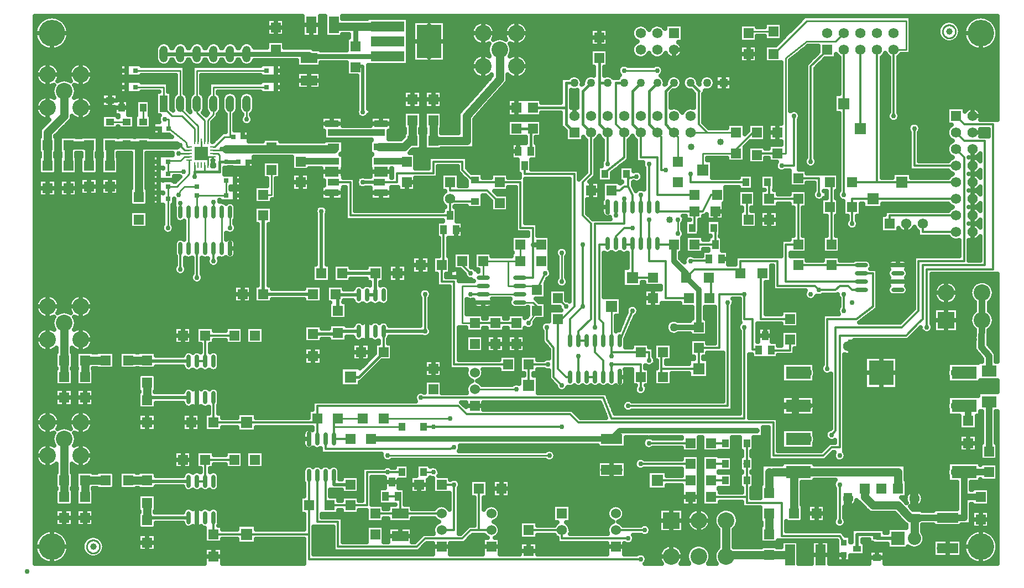
<source format=gtl>
*%FSLAX24Y24*%
*%MOIN*%
G01*
%ADD11C,0.0000*%
%ADD12C,0.0050*%
%ADD13C,0.0060*%
%ADD14C,0.0070*%
%ADD15C,0.0073*%
%ADD16C,0.0079*%
%ADD17C,0.0080*%
%ADD18C,0.0098*%
%ADD19C,0.0100*%
%ADD20C,0.0120*%
%ADD21C,0.0160*%
%ADD22C,0.0160*%
%ADD23C,0.0197*%
%ADD24C,0.0200*%
%ADD25C,0.0200*%
%ADD26C,0.0240*%
%ADD27O,0.0240X0.0800*%
%ADD28C,0.0250*%
%ADD29C,0.0260*%
%ADD30O,0.0280X0.0840*%
%ADD31C,0.0300*%
%ADD32C,0.0300*%
%ADD33C,0.0320*%
%ADD34C,0.0320*%
%ADD35C,0.0340*%
%ADD36C,0.0360*%
%ADD37C,0.0380*%
%ADD38C,0.0394*%
%ADD39C,0.0397*%
%ADD40C,0.0400*%
%ADD41C,0.0400*%
%ADD42C,0.0430*%
%ADD43C,0.0434*%
%ADD44C,0.0480*%
%ADD45C,0.0500*%
%ADD46C,0.0500*%
%ADD47O,0.0500X0.1000*%
%ADD48C,0.0520*%
%ADD49C,0.0540*%
%ADD50O,0.0540X0.1040*%
%ADD51C,0.0560*%
%ADD52C,0.0580*%
%ADD53C,0.0600*%
%ADD54C,0.0620*%
%ADD55C,0.0630*%
%ADD56C,0.0640*%
%ADD57C,0.0650*%
%ADD58C,0.0660*%
%ADD59C,0.0670*%
%ADD60C,0.0680*%
%ADD61C,0.0760*%
%ADD62O,0.0800X0.0240*%
%ADD63C,0.0800*%
%ADD64C,0.0827*%
%ADD65O,0.0840X0.0280*%
%ADD66C,0.0840*%
%ADD67C,0.0850*%
%ADD68C,0.0870*%
%ADD69C,0.1000*%
%ADD70C,0.1040*%
%ADD71C,0.1516*%
%ADD72C,0.1516*%
%ADD73C,0.1600*%
%ADD74C,0.1640*%
%ADD75C,0.1716*%
%ADD76C,0.2500*%
%ADD77R,0.0100X0.0320*%
%ADD78R,0.0140X0.0360*%
%ADD79R,0.0200X0.0200*%
%ADD80R,0.0300X0.0300*%
%ADD81R,0.0320X0.0100*%
%ADD82R,0.0340X0.0340*%
%ADD83R,0.0350X0.0550*%
%ADD84R,0.0360X0.0140*%
%ADD85R,0.0360X0.0360*%
%ADD86R,0.0394X0.0551*%
%ADD87R,0.0394X0.1102*%
%ADD88R,0.0400X0.0400*%
%ADD89R,0.0400X0.0400*%
%ADD90R,0.0400X0.0500*%
%ADD91R,0.0400X0.0750*%
%ADD92R,0.0434X0.0591*%
%ADD93R,0.0440X0.0540*%
%ADD94R,0.0500X0.0360*%
%ADD95R,0.0500X0.0400*%
%ADD96R,0.0500X0.0500*%
%ADD97R,0.0500X0.0500*%
%ADD98R,0.0500X0.1000*%
%ADD99R,0.0500X0.1200*%
%ADD100R,0.0540X0.0400*%
%ADD101R,0.0540X0.0440*%
%ADD102R,0.0540X0.0540*%
%ADD103R,0.0540X0.0960*%
%ADD104R,0.0540X0.1040*%
%ADD105R,0.0550X0.0350*%
%ADD106R,0.0551X0.1417*%
%ADD107R,0.0600X0.0600*%
%ADD108R,0.0600X0.1000*%
%ADD109R,0.0600X0.1250*%
%ADD110R,0.0620X0.0620*%
%ADD111R,0.0640X0.0640*%
%ADD112R,0.0640X0.1040*%
%ADD113R,0.0640X0.1290*%
%ADD114R,0.0650X0.0300*%
%ADD115R,0.0660X0.0660*%
%ADD116R,0.0700X0.0300*%
%ADD117R,0.0700X0.0340*%
%ADD118R,0.0700X0.0350*%
%ADD119R,0.0700X0.0700*%
%ADD120R,0.0709X0.0394*%
%ADD121R,0.0740X0.0740*%
%ADD122R,0.0749X0.0434*%
%ADD123R,0.0750X0.0300*%
%ADD124R,0.0750X0.0400*%
%ADD125R,0.0750X0.0550*%
%ADD126R,0.0800X0.0350*%
%ADD127R,0.0800X0.0550*%
%ADD128R,0.0800X0.0800*%
%ADD129R,0.0827X0.0394*%
%ADD130R,0.0827X0.0591*%
%ADD131R,0.0840X0.0840*%
%ADD132R,0.0850X0.0700*%
%ADD133R,0.0867X0.0434*%
%ADD134R,0.0867X0.0631*%
%ADD135R,0.0890X0.0740*%
%ADD136R,0.0960X0.0540*%
%ADD137R,0.1000X0.0600*%
%ADD138R,0.1000X0.1000*%
%ADD139R,0.1000X0.1000*%
%ADD140R,0.1040X0.0640*%
%ADD141R,0.1040X0.1040*%
%ADD142R,0.1102X0.0394*%
%ADD143R,0.1200X0.0500*%
%ADD144R,0.1200X0.1200*%
%ADD145R,0.1250X0.0600*%
%ADD146R,0.1290X0.0640*%
%ADD147R,0.1300X0.1300*%
%ADD148R,0.1400X0.1900*%
%ADD149R,0.1417X0.0551*%
%ADD150R,0.1500X0.0750*%
%ADD151R,0.1500X0.1500*%
%ADD152R,0.1500X0.2000*%
%ADD153R,0.1540X0.0790*%
%ADD154R,0.1540X0.1540*%
%ADD155R,0.1540X0.2040*%
%ADD156R,0.1600X0.0150*%
%ADD157R,0.1900X0.0500*%
%ADD158R,0.2000X0.0600*%
%ADD159R,0.2040X0.0640*%
%ADD160R,0.2500X0.2500*%
D18*
X35204Y33820D02*
X35202Y33787D01*
X35198Y33754D01*
X35191Y33722D01*
X35182Y33691D01*
X35170Y33660D01*
X35155Y33630D01*
X35138Y33602D01*
X35119Y33575D01*
X35097Y33550D01*
X35073Y33527D01*
X35048Y33506D01*
X35021Y33488D01*
X34992Y33471D01*
X34963Y33457D01*
X34932Y33446D01*
X34900Y33437D01*
X34868Y33431D01*
X34835Y33427D01*
X34802Y33426D01*
X34769Y33428D01*
X34736Y33433D01*
X34704Y33441D01*
X34673Y33451D01*
X34642Y33464D01*
X34613Y33479D01*
X34585Y33497D01*
X34559Y33517D01*
X34535Y33539D01*
X34512Y33563D01*
X34491Y33589D01*
X34473Y33616D01*
X34457Y33645D01*
X34444Y33675D01*
X34433Y33706D01*
X34425Y33738D01*
X34419Y33771D01*
X34417Y33804D01*
Y33836D01*
X34419Y33869D01*
X34425Y33902D01*
X34433Y33934D01*
X34444Y33965D01*
X34457Y33995D01*
X34473Y34024D01*
X34491Y34051D01*
X34512Y34077D01*
X34535Y34101D01*
X34559Y34123D01*
X34585Y34143D01*
X34613Y34161D01*
X34642Y34176D01*
X34673Y34189D01*
X34704Y34199D01*
X34736Y34207D01*
X34769Y34212D01*
X34802Y34214D01*
X34835Y34213D01*
X34868Y34209D01*
X34900Y34203D01*
X34932Y34194D01*
X34963Y34183D01*
X34992Y34169D01*
X35021Y34152D01*
X35048Y34134D01*
X35073Y34113D01*
X35097Y34090D01*
X35119Y34065D01*
X35138Y34038D01*
X35155Y34010D01*
X35170Y33980D01*
X35182Y33949D01*
X35191Y33918D01*
X35198Y33886D01*
X35202Y33853D01*
X35204Y33820D01*
X86804Y64920D02*
X86802Y64887D01*
X86798Y64854D01*
X86791Y64822D01*
X86782Y64791D01*
X86770Y64760D01*
X86755Y64730D01*
X86738Y64702D01*
X86719Y64675D01*
X86697Y64650D01*
X86673Y64627D01*
X86648Y64606D01*
X86621Y64588D01*
X86592Y64571D01*
X86563Y64557D01*
X86532Y64546D01*
X86500Y64537D01*
X86468Y64531D01*
X86435Y64527D01*
X86402Y64526D01*
X86369Y64528D01*
X86336Y64533D01*
X86304Y64541D01*
X86273Y64551D01*
X86242Y64564D01*
X86213Y64579D01*
X86185Y64597D01*
X86159Y64617D01*
X86135Y64639D01*
X86112Y64663D01*
X86091Y64689D01*
X86073Y64716D01*
X86057Y64745D01*
X86044Y64775D01*
X86033Y64806D01*
X86025Y64838D01*
X86019Y64871D01*
X86017Y64904D01*
Y64936D01*
X86019Y64969D01*
X86025Y65002D01*
X86033Y65034D01*
X86044Y65065D01*
X86057Y65095D01*
X86073Y65124D01*
X86091Y65151D01*
X86112Y65177D01*
X86135Y65201D01*
X86159Y65223D01*
X86185Y65243D01*
X86213Y65261D01*
X86242Y65276D01*
X86273Y65289D01*
X86304Y65299D01*
X86336Y65307D01*
X86369Y65312D01*
X86402Y65314D01*
X86435Y65313D01*
X86468Y65309D01*
X86500Y65303D01*
X86532Y65294D01*
X86563Y65283D01*
X86592Y65269D01*
X86621Y65252D01*
X86648Y65234D01*
X86673Y65213D01*
X86697Y65190D01*
X86719Y65165D01*
X86738Y65138D01*
X86755Y65110D01*
X86770Y65080D01*
X86782Y65049D01*
X86791Y65018D01*
X86798Y64986D01*
X86802Y64953D01*
X86804Y64920D01*
D19*
X77810Y64320D02*
X76560Y63320D01*
X41110Y59220D02*
X40060Y60270D01*
X75810Y63570D02*
X77810Y65570D01*
X36810Y58320D02*
Y58070D01*
X37810Y59470D02*
Y60320D01*
X39060Y60570D02*
Y61570D01*
Y60570D02*
Y60520D01*
Y60320D01*
X39310Y56320D02*
Y56270D01*
Y56470D01*
Y56320D02*
Y57070D01*
X39360Y59070D02*
Y59620D01*
X39310Y57120D02*
Y57070D01*
Y55570D02*
Y54820D01*
Y53070D01*
X39560Y59820D02*
X39060Y60320D01*
X39360Y59070D02*
X39410Y59020D01*
X40910Y56870D02*
Y56850D01*
Y56870D02*
Y56470D01*
X40060Y54570D02*
Y54020D01*
Y60270D02*
Y60520D01*
X41110Y59220D02*
Y58290D01*
X41060Y55020D02*
Y54070D01*
Y60570D02*
Y62570D01*
Y60570D02*
Y60520D01*
Y60020D01*
X40910Y59070D02*
Y58290D01*
X41060Y54070D02*
Y54020D01*
X40560D02*
Y51820D01*
X40060Y60570D02*
Y62570D01*
Y60570D02*
Y60520D01*
Y58070D02*
Y58020D01*
X40590Y57170D02*
Y56320D01*
X41310Y57570D02*
Y58270D01*
Y58290D01*
Y57570D02*
Y57370D01*
X40410Y58220D02*
X39410Y59020D01*
X40060Y55320D02*
X39960Y55070D01*
X40460Y57970D02*
X40410Y58220D01*
X41510Y59570D02*
X41060Y60020D01*
X40160Y59820D02*
X40910Y59070D01*
X40060Y58020D02*
X40310Y57770D01*
X40590Y56320D02*
X39840Y55570D01*
X40060Y57120D02*
X40310Y57370D01*
Y55570D02*
X40060Y55320D01*
X42410Y57070D02*
Y57470D01*
X42560Y57770D02*
Y57820D01*
X41510Y56870D02*
Y56470D01*
X42810Y55920D02*
Y55020D01*
X42560Y54020D02*
Y51820D01*
X42060Y54020D02*
Y54620D01*
Y60570D02*
Y60820D01*
Y60570D02*
Y60520D01*
Y59920D01*
Y60820D02*
Y61570D01*
X41710Y59570D02*
Y58290D01*
X41510D02*
Y59570D01*
Y56870D02*
Y56850D01*
X41560Y54020D02*
Y51820D01*
X43060Y54020D02*
Y54070D01*
Y53070D01*
Y58570D02*
Y60570D01*
X41510Y56850D02*
Y56470D01*
X41710Y56850D02*
Y57370D01*
X42030D02*
Y57170D01*
X42410Y57470D02*
X42310Y57570D01*
X42110Y57970D02*
X42710Y58570D01*
X41710Y59570D02*
X42060Y59920D01*
X44060Y59620D02*
Y60570D01*
X45260Y62520D02*
Y62670D01*
X45560Y56570D02*
Y55070D01*
X47310Y57070D02*
Y57080D01*
X49310Y57820D02*
Y58070D01*
Y41070D02*
Y40320D01*
X53810Y57070D02*
Y57080D01*
X58310Y51070D02*
Y50070D01*
X57060Y49570D02*
Y47320D01*
X60560Y51070D02*
Y52070D01*
X59810Y51070D02*
Y49570D01*
X61060Y57570D02*
Y57670D01*
X61560Y49570D02*
Y49320D01*
Y48320D02*
Y48070D01*
X61060Y47320D01*
X61560Y48320D02*
X61310Y48570D01*
X63310Y60320D02*
Y61820D01*
X63060Y51570D02*
Y49820D01*
X66060Y48320D02*
Y46270D01*
X67060Y55570D02*
Y55770D01*
X70060Y53570D02*
Y52720D01*
Y57070D02*
Y58570D01*
X69810Y58820D01*
X71560Y57570D02*
Y56570D01*
X74310Y64820D02*
Y64920D01*
X73560Y57820D02*
Y57570D01*
X72964Y33320D02*
Y33237D01*
X73060Y33320D01*
X73560Y57820D02*
X74560Y58820D01*
X76560Y57570D02*
Y63320D01*
X79560Y64320D02*
X80060Y64820D01*
X82060Y34570D02*
Y34320D01*
X83810Y63820D02*
Y65570D01*
X84310Y35570D02*
X86310D01*
X55310Y38320D02*
X54710D01*
X52560Y39320D02*
X62310D01*
X51060Y41570D02*
X49560D01*
X52310D02*
X56310D01*
X53410Y41070D02*
X49310D01*
X54560D02*
X55310D01*
X54710D01*
X57810Y43320D02*
X60310D01*
X57810Y47320D02*
X57060D01*
X59810Y49570D02*
X60510D01*
X58310D02*
X57060D01*
X58310Y49070D02*
X60560D01*
X60510D01*
X60560Y49570D02*
X61560D01*
X60560D02*
X60510D01*
X60560Y48570D02*
X61310D01*
X60560D02*
X60510D01*
X60560Y51070D02*
X58310D01*
X59810D02*
X60560D01*
X42810Y55020D02*
X41060D01*
X45060Y55070D02*
X45560D01*
X41060Y55570D02*
X40310D01*
X39840D02*
X39310D01*
X39560Y57120D02*
X40060D01*
X40310Y57370D02*
X40590D01*
X39560Y57120D02*
X39310D01*
Y56470D02*
X40310D01*
X66810Y55570D02*
X67060D01*
X42030Y57370D02*
X41310D01*
X41710D02*
X42060D01*
X42030D01*
Y57770D02*
X42560D01*
X70810Y58820D02*
X73560D01*
X71810D01*
X76060Y57570D02*
X76560D01*
X74810Y58820D02*
X74560D01*
X73560Y57570D02*
X71560D01*
X37560Y58070D02*
X35810D01*
X42030Y57570D02*
X42310D01*
X40560D02*
X39960D01*
X40560D02*
X40590D01*
X42030Y57970D02*
X42110D01*
X40590D02*
X40460D01*
X40590Y57770D02*
X40310D01*
X43210Y58570D02*
X43260D01*
X43210D02*
X43060D01*
X43260D02*
X42710D01*
X42810Y57820D02*
X42560D01*
X40060Y58070D02*
X39810D01*
X36810Y59470D02*
X35810D01*
X39110Y59620D02*
X39360D01*
X39560Y59820D02*
X40160D01*
X63310Y61820D02*
X63810D01*
X66810Y62570D02*
X68810D01*
X37360D02*
X37310D01*
X40060D01*
X39060Y61570D02*
X37360D01*
X41060Y62570D02*
X45260D01*
Y61570D02*
X42060D01*
X74310Y64920D02*
X75810D01*
X83060Y63820D02*
X83810D01*
X79560Y64320D02*
X77810D01*
Y65570D02*
X83810D01*
D20*
X65560Y42820D02*
X66060Y41570D01*
X65560Y56320D02*
X66810Y57320D01*
X67310Y48070D02*
X66560Y46270D01*
X36560Y58070D02*
Y58170D01*
X40560Y45070D02*
Y45020D01*
X40060Y50570D02*
Y51820D01*
X41060D02*
Y50070D01*
X41560Y46570D02*
Y45020D01*
Y39070D02*
Y37770D01*
X42060Y51070D02*
Y51820D01*
Y35570D02*
Y34570D01*
Y41320D02*
Y42820D01*
X44060Y63320D02*
Y63570D01*
X47810Y36320D02*
Y34570D01*
Y33070D02*
Y38120D01*
X48810Y38070D02*
Y36320D01*
Y38070D02*
Y38120D01*
X47810Y63320D02*
Y63420D01*
Y63320D02*
Y63570D01*
X48310Y38120D02*
Y35320D01*
Y40320D02*
Y41570D01*
Y41320D01*
Y41570D02*
Y42320D01*
X48810Y40320D02*
Y39720D01*
X49560Y35320D02*
Y33820D01*
X50310Y53820D02*
Y55820D01*
X49310Y65220D02*
Y65320D01*
Y41570D02*
Y40320D01*
X51310Y38320D02*
Y36320D01*
X52310Y45570D02*
Y46820D01*
X53110Y55820D02*
Y56370D01*
X54810Y49070D02*
Y46820D01*
X53310Y36728D02*
Y36720D01*
Y35820D01*
Y36728D02*
X53184Y36854D01*
X54810Y34320D02*
X54310Y33820D01*
X55310Y56370D02*
Y57070D01*
X56560Y49820D02*
Y44820D01*
Y37570D02*
Y34820D01*
X56310Y53820D02*
Y54720D01*
X55936Y52954D02*
Y50820D01*
X55810D02*
Y49820D01*
X56310Y54670D02*
Y54720D01*
Y55320D02*
Y55820D01*
X56312Y53822D02*
X56310Y53820D01*
X56560Y39820D02*
X56310Y39720D01*
X57310Y41820D02*
X56810Y42320D01*
X57060Y50820D02*
Y51070D01*
X58060Y37320D02*
Y34820D01*
X57810Y55970D02*
Y56070D01*
Y55970D02*
Y55820D01*
X57060Y56570D02*
Y57070D01*
Y50820D02*
X57560Y50320D01*
X59310Y54570D02*
X58560Y55320D01*
X57560Y56070D02*
X57060Y56570D01*
X57560Y34820D02*
X57060Y34320D01*
X60810Y56320D02*
Y56820D01*
X60560Y55820D02*
Y53070D01*
X62560Y45820D02*
Y44570D01*
Y44070D01*
X62810Y44570D02*
Y47570D01*
X61060Y44820D02*
Y43570D01*
X61310Y50070D02*
Y53070D01*
X62160Y47070D02*
Y46320D01*
X61560Y49320D02*
X62060Y50320D01*
X62160Y46320D02*
X62560Y45820D01*
Y44070D02*
X63060Y43570D01*
X63310Y44070D02*
X62810Y44570D01*
X63310Y48320D02*
X62810Y48820D01*
X63810Y48320D02*
Y56320D01*
X63060Y34820D02*
Y34320D01*
X64310Y53820D02*
Y55820D01*
X64810Y53320D02*
Y47570D01*
Y56320D02*
Y58820D01*
X64060Y46820D02*
Y46320D01*
Y46270D01*
X63560D02*
Y47570D01*
X64060Y45320D02*
Y44070D01*
X64310Y48320D02*
Y48570D01*
Y52070D01*
X64810Y53320D02*
X64310Y53820D01*
X63560Y41820D02*
X64060Y41320D01*
X64310Y55820D02*
X64810Y56320D01*
Y47570D02*
X64060Y46820D01*
X63560Y47570D02*
X64310Y48320D01*
X63810D02*
X63060Y47570D01*
X66060Y44820D02*
Y44070D01*
Y46270D02*
Y46320D01*
X65810Y56920D02*
Y58820D01*
X65560Y45070D02*
Y44070D01*
X65060Y45570D02*
Y46270D01*
X65810Y52070D02*
Y52120D01*
X65310Y52070D02*
Y47570D01*
X65560Y47320D02*
Y46270D01*
X65060Y47070D02*
Y53320D01*
X66310Y53820D02*
Y54320D01*
Y52570D02*
Y52120D01*
Y59320D02*
Y61820D01*
X66060Y46320D02*
Y45320D01*
Y45570D02*
Y46320D01*
X66810Y58820D02*
X66310Y59320D01*
X65060Y45570D02*
X65560Y45070D01*
Y47320D02*
X65310Y47570D01*
X66560Y55320D02*
X66810Y55570D01*
Y53070D02*
X66310Y52570D01*
X67060Y55570D02*
Y56320D01*
Y56070D01*
X68310Y45570D02*
Y45070D01*
X66810Y57320D02*
Y58820D01*
X68310Y56920D02*
Y54320D01*
Y52120D02*
Y51070D01*
Y52070D02*
Y53570D01*
Y52120D02*
Y52070D01*
X67810Y52120D02*
Y54320D01*
X67310Y52120D02*
Y50070D01*
X67810Y57320D02*
Y58820D01*
X66810Y54320D02*
Y53320D01*
X67810Y54320D02*
Y55070D01*
Y44820D02*
Y44070D01*
Y43320D01*
X66810Y54320D02*
Y54820D01*
X67310Y55070D02*
Y54320D01*
Y55070D02*
X67060Y55570D01*
Y56070D02*
X67560Y56170D01*
X68810Y52120D02*
Y52070D01*
X69060Y45570D02*
Y44070D01*
X69310Y48820D02*
Y51070D01*
X69060Y44570D02*
Y44070D01*
X70560Y50070D02*
Y50320D01*
X69060Y56570D02*
Y58570D01*
X68810Y57320D02*
Y55070D01*
X69060Y58570D02*
X68810Y58820D01*
X71060Y50570D02*
X70560Y50070D01*
X70810Y55820D02*
Y56320D01*
X71310Y59320D02*
Y61320D01*
X72060Y50070D02*
Y48820D01*
X71310Y45820D02*
Y44570D01*
X72312Y52072D02*
Y53070D01*
X71060D02*
Y54070D01*
X72560Y49070D02*
Y47320D01*
Y45820D01*
X71560Y54070D02*
X72060Y55070D01*
X72312Y52072D02*
X72310Y52070D01*
X71810Y58820D02*
X71310Y59320D01*
X71936Y51204D02*
X71810Y51078D01*
X74060Y49070D02*
Y47570D01*
Y47070D02*
Y41570D01*
X73060Y42320D02*
Y48570D01*
X74210Y40070D02*
Y38820D01*
Y37820D01*
Y36820D01*
Y36470D02*
Y37820D01*
X74560Y45720D02*
Y47570D01*
X74210Y53570D02*
Y54820D01*
X73810Y50570D02*
Y50320D01*
Y51070D01*
X76310Y36470D02*
Y34470D01*
X75060Y47570D02*
Y50320D01*
X75560Y54820D02*
Y55820D01*
X76060Y51070D02*
Y49570D01*
X75810Y41320D02*
Y39320D01*
X77310Y52070D02*
Y54820D01*
X77060Y56820D02*
Y59820D01*
X76810Y46320D02*
Y45670D01*
X76560Y49820D02*
Y52070D01*
X78060Y57070D02*
Y62820D01*
X78310Y49570D02*
X78560Y49320D01*
X78060Y62820D02*
X78810Y63570D01*
X79810Y37570D02*
Y35320D01*
X79560Y40820D02*
Y47070D01*
X79060Y47570D02*
Y44570D01*
X79310Y54320D02*
Y55820D01*
Y54320D02*
Y52070D01*
X80060Y60570D02*
Y63820D01*
Y60320D02*
Y55070D01*
Y49070D02*
Y48070D01*
X78560Y55070D02*
Y56070D01*
X79810Y46570D02*
Y39820D01*
Y34470D02*
X80060Y34070D01*
X80560Y49320D02*
X80310Y49570D01*
X79560Y40820D02*
X79310Y40570D01*
X78810Y63570D02*
X79060Y63820D01*
X79810Y49570D02*
X79560Y49320D01*
X79310Y39820D02*
X78810Y39320D01*
X82060Y55820D02*
Y60570D01*
X81060Y59070D02*
Y63820D01*
X82060D02*
Y60570D01*
X80560Y54820D02*
Y53320D01*
X81810Y50320D02*
Y48320D01*
X80810Y47570D01*
X83060Y59820D02*
Y63820D01*
X84310Y59070D02*
Y56820D01*
X82810Y53820D02*
Y53320D01*
X84560Y48070D02*
X84310Y47820D01*
X83560Y47070D01*
X83810Y46570D02*
X84560Y47320D01*
Y48070D02*
Y51070D01*
X85060Y50570D02*
Y47070D01*
X84810Y52820D02*
Y53320D01*
Y50820D02*
Y47570D01*
X84560Y47320D01*
X87310Y51320D02*
Y57320D01*
Y51320D02*
Y51070D01*
Y57320D02*
X86810Y57820D01*
X87310Y59320D02*
X86810Y59820D01*
Y58820D02*
X87310Y58320D01*
X89060Y59320D02*
Y50570D01*
X88560Y51320D02*
Y58320D01*
Y51320D02*
Y50820D01*
X62560Y33070D02*
X47810D01*
X62560D02*
X67810D01*
X54310Y33820D02*
X49560D01*
X63060Y34320D02*
X67060D01*
X49560Y35320D02*
X48310D01*
X54810Y34320D02*
X57060D01*
X57560Y34820D02*
X58810D01*
X58060D01*
X56560D02*
X55810D01*
X61060D02*
X62560D01*
X63060D01*
X76310Y34470D02*
X79810D01*
X47810Y34570D02*
X44060D01*
X42060D01*
X66310Y34820D02*
X68060D01*
X53310Y35820D02*
X51810D01*
X53310D02*
X55810D01*
X41560Y37770D02*
X41060D01*
X48810Y36320D02*
X49060D01*
X50310D01*
X51310D01*
X55810Y37570D02*
X56560D01*
X68810Y37820D02*
X70810D01*
X72060D02*
X72810D01*
X72910D01*
X72060Y36820D02*
X74210D01*
Y36470D02*
X76310D01*
X53310Y36854D02*
X52436D01*
X43310Y39070D02*
X41560D01*
X72060Y38820D02*
X72810D01*
X72910D01*
X74060D02*
X74310D01*
X74210D01*
X70810D02*
X67810D01*
X75560Y38320D02*
X75810D01*
X77060D02*
X77310D01*
X79310Y39820D02*
X79810D01*
X78810Y39320D02*
X75810D01*
X56310Y39720D02*
X48810D01*
X51310Y38320D02*
X53410D01*
X68310Y40070D02*
X70810D01*
X74060Y41570D02*
X66060D01*
X49560D02*
X49310D01*
X72060Y40070D02*
X72810D01*
X72910D01*
X44060Y41320D02*
X42060D01*
X44060D02*
X48310D01*
X64060D02*
X75810D01*
X63060Y41070D02*
X54810D01*
X50310Y40320D02*
X49310D01*
X67060Y42320D02*
X73060D01*
X56810D02*
X48310D01*
X57310Y41820D02*
X63560D01*
X65560Y42820D02*
X54560D01*
X67810Y45570D02*
X68310D01*
X59810Y44820D02*
X56560D01*
X41560Y45020D02*
X41060D01*
X66060Y44820D02*
X67810D01*
X65060Y44070D02*
X64560D01*
X63560D02*
X63310D01*
X69060Y44570D02*
X71310D01*
X67810Y45570D02*
X66060D01*
X75660Y45670D02*
X76810D01*
X62210Y44820D02*
X61060D01*
X79560Y47070D02*
X83560D01*
X80810Y47570D02*
X79060D01*
X74560D02*
X74060D01*
X59060Y47320D02*
X57810D01*
X59060D02*
X60310D01*
X43310Y46570D02*
X41560D01*
X64060Y46270D02*
X64560D01*
X63060Y47570D02*
X62810D01*
X71310Y45820D02*
X72560D01*
X75060Y47570D02*
X76810D01*
X74960Y45720D02*
X74560D01*
X79810Y46570D02*
X83810D01*
X58310Y49070D02*
X57560D01*
X69310Y48820D02*
X70710D01*
X71960D02*
X72060D01*
X72560Y49070D02*
X74060D01*
X79810Y49570D02*
X80310D01*
X80560Y49320D02*
X81060D01*
X81110D01*
X78310Y49570D02*
X76060D01*
X78560Y49320D02*
X79560D01*
X77560Y50820D02*
X77310D01*
X84560Y51070D02*
X87310D01*
X89060Y50570D02*
X85060D01*
X56560Y49820D02*
X55810D01*
X68310Y51070D02*
X69310D01*
X68560Y50070D02*
X67310D01*
X55936Y50820D02*
X55810D01*
X70810Y51078D02*
X71810D01*
X71060Y50570D02*
X73810D01*
X61310Y50070D02*
X60510D01*
X79310Y50820D02*
X81060D01*
X81110D01*
Y49820D02*
X76560D01*
X77310Y50820D02*
X79310D01*
X81060Y50320D02*
X81810D01*
X76060Y51070D02*
X73810D01*
X84810Y50820D02*
X88560D01*
X69810Y52070D02*
X68810D01*
X71060D02*
X72310D01*
X65810D02*
X65310D01*
X65060Y53320D02*
X66810D01*
Y53070D02*
X67310D01*
X72210D02*
X72312D01*
X71060D02*
X70910D01*
X67310Y52070D02*
X66810D01*
X61310Y53070D02*
X60560D01*
X76560Y52070D02*
X77310D01*
X84810Y52820D02*
X86810D01*
X66560Y55320D02*
X66060D01*
X72060Y55070D02*
X72410D01*
X56310Y53820D02*
X50310D01*
X81810Y54820D02*
X86810D01*
X81810D02*
X80560D01*
X71060Y54070D02*
X68810D01*
Y55070D02*
X71060D01*
Y54070D02*
X71560D01*
X58560Y55320D02*
X56310D01*
Y54670D02*
X57810D01*
X75560Y54820D02*
X77310D01*
X74310Y53570D02*
X74210D01*
X82810Y53820D02*
X86810D01*
X67060Y56320D02*
X66960D01*
X63810D02*
X60810D01*
X76310Y56820D02*
X77060D01*
X73910Y55820D02*
X70810D01*
X69310Y56570D02*
X69060D01*
X67060Y55570D02*
X66810D01*
X55310Y56370D02*
X53110D01*
Y55820D02*
X52060D01*
X80560D02*
X82060D01*
X80560D02*
X86810D01*
Y56820D02*
X84310D01*
X50310Y55820D02*
X49304D01*
X55310Y57070D02*
X57060D01*
X67810Y57320D02*
X68810D01*
X57810Y56070D02*
X57560D01*
X57810Y55820D02*
X59310D01*
X60560D01*
X75460D02*
X75560D01*
X77310Y56070D02*
X78560D01*
X76060Y57570D02*
X74810D01*
X87310Y59320D02*
X89060D01*
X88560Y58320D02*
X87310D01*
X50610Y65320D02*
X49310D01*
D22*
X52310Y45570D02*
X50810Y44070D01*
X40910Y56170D02*
Y56470D01*
X42410D02*
Y57070D01*
X61184Y57686D02*
Y59070D01*
X63310Y59320D02*
Y61820D01*
X64310Y61320D02*
Y59320D01*
X63810Y58820D02*
X63310Y59320D01*
X64310D02*
X64810Y58820D01*
X64310Y61320D02*
X64810Y61820D01*
X65310D02*
Y63320D01*
Y61820D02*
Y59320D01*
X65810Y58820D01*
X67310Y59320D02*
Y61320D01*
X68310D02*
Y59320D01*
X67810Y58820D02*
X67310Y59320D01*
X68310D02*
X68810Y58820D01*
X67310Y61320D02*
X67810Y61820D01*
X68310Y61320D02*
X68810Y61820D01*
X69310Y61320D02*
Y59320D01*
X69560Y59070D01*
X69310Y61320D02*
X69810Y61820D01*
X70810D02*
X71310Y61320D01*
X50810Y44070D02*
X50310D01*
X41510Y56470D02*
X40910D01*
X42410Y57070D02*
X42810D01*
X42410Y56470D02*
X41510D01*
X61184Y59070D02*
X61310D01*
X60310D01*
X61310Y60320D02*
X63310D01*
X65310Y61820D02*
X65810D01*
X63810D02*
X63310D01*
X66310D02*
X66810D01*
D25*
X38060Y37820D02*
Y37770D01*
Y42670D02*
Y42820D01*
Y35570D02*
Y35420D01*
Y45020D02*
Y45070D01*
X45060Y49070D02*
Y53820D01*
X48560Y54070D02*
Y50320D01*
X49310Y38120D02*
Y37570D01*
X49560Y48070D02*
Y49070D01*
Y46720D02*
Y46670D01*
Y46720D02*
Y46820D01*
X51060Y60070D02*
Y62820D01*
X49304Y57946D02*
X49310Y57820D01*
X49410Y49070D02*
X49560Y49020D01*
X51810Y48820D02*
Y50320D01*
X80860Y34570D02*
Y33690D01*
X82060Y34320D02*
X83310D01*
X82060Y34570D02*
X80860D01*
X40560Y35570D02*
X38060D01*
Y37770D02*
X40560D01*
X49310Y37570D02*
X50310D01*
X40560Y42820D02*
X38060D01*
Y45020D02*
X40560D01*
X48060Y46670D02*
X49560D01*
Y46820D02*
X50810D01*
X52310D02*
X54810D01*
X50810Y49020D02*
X49560D01*
Y49070D02*
X49410D01*
X51310Y49020D02*
X51810D01*
X48060Y49070D02*
X45060D01*
X49810Y50320D02*
X51810D01*
X52060Y55820D02*
X51060D01*
X49310Y57820D02*
X46060D01*
X50560Y62820D02*
X51060D01*
D26*
X43560Y57070D02*
X42810D01*
X44060Y63570D02*
X39060D01*
X44060D02*
X44810D01*
D27*
X40560Y45020D02*
D03*
X41060D02*
D03*
X41560D02*
D03*
X42060D02*
D03*
Y42820D02*
D03*
X41560D02*
D03*
X41060D02*
D03*
X40560D02*
D03*
Y37770D02*
D03*
X41060D02*
D03*
X41560D02*
D03*
X42060D02*
D03*
Y35570D02*
D03*
X41560D02*
D03*
X41060D02*
D03*
X40560D02*
D03*
X49310Y40320D02*
D03*
X48810D02*
D03*
X48310D02*
D03*
X47810D02*
D03*
Y38120D02*
D03*
X48310D02*
D03*
X48810D02*
D03*
X49310D02*
D03*
X50810Y49020D02*
D03*
X51310D02*
D03*
X51810D02*
D03*
X52310D02*
D03*
Y46820D02*
D03*
X51810D02*
D03*
X51310D02*
D03*
X50810D02*
D03*
X64060Y46270D02*
D03*
X63560D02*
D03*
X64560D02*
D03*
X65060D02*
D03*
X65560D02*
D03*
X66060D02*
D03*
X66560D02*
D03*
Y44070D02*
D03*
X66060D02*
D03*
X65560D02*
D03*
X65060D02*
D03*
X64560D02*
D03*
X64060D02*
D03*
X63560D02*
D03*
X68310Y52120D02*
D03*
X68810D02*
D03*
X67810D02*
D03*
X67310D02*
D03*
X66810D02*
D03*
X66310D02*
D03*
X65810D02*
D03*
Y54320D02*
D03*
X66310D02*
D03*
X66810D02*
D03*
X67310D02*
D03*
X67810D02*
D03*
X68310D02*
D03*
X68810D02*
D03*
X40560Y54020D02*
D03*
X40060D02*
D03*
X41060D02*
D03*
X41560D02*
D03*
X42060D02*
D03*
X42560D02*
D03*
X43060D02*
D03*
Y51820D02*
D03*
X42560D02*
D03*
X42060D02*
D03*
X41560D02*
D03*
X41060D02*
D03*
X40560D02*
D03*
X40060D02*
D03*
D28*
X57585Y50698D02*
X57589Y50694D01*
X57531Y49946D02*
X57560Y49917D01*
X57186Y50291D02*
X56942Y50535D01*
X56932Y50545D01*
X59188Y55095D02*
X59025Y55258D01*
X58988Y55295D01*
X58522Y54955D02*
X58785Y54692D01*
X58522Y54955D02*
X58442Y55035D01*
X57589Y49946D02*
X57560Y49917D01*
X56639Y59781D02*
X56835Y60001D01*
X57097Y60295D01*
X57785Y61069D01*
X58252Y61595D01*
X58835Y62251D01*
X57923Y59795D02*
X57785Y59639D01*
X57923Y59795D02*
X58368Y60295D01*
X58835Y60821D01*
X58857Y60845D01*
X59523Y61595D01*
X59785Y61889D01*
X59981Y62109D01*
X56835Y59607D02*
X56639Y59781D01*
X59785Y62283D02*
X59981Y62109D01*
X66175Y42050D02*
X66253Y41855D01*
X66175Y42050D02*
X65981Y42535D01*
X65845Y42875D01*
X65775Y43050D01*
X65753Y43105D01*
X65719Y43190D01*
X65639Y41855D02*
X65739Y41605D01*
X65639Y41855D02*
X65367Y42535D01*
X65505Y43105D02*
X65719Y43190D01*
X65159Y56365D02*
X65164Y56369D01*
X65235Y56425D01*
X66085Y56375D02*
X66095Y56383D01*
X66372Y56605D01*
X66410Y56635D01*
X66525Y56727D01*
X66535Y56735D01*
X66585Y56775D01*
X66610Y56795D01*
X66675Y56847D01*
X66775Y56927D01*
X66785Y56935D01*
X66910Y57035D01*
X67095Y57183D01*
X67211Y57275D01*
X65203Y56310D02*
X65159Y56365D01*
X67095Y57420D02*
X67211Y57275D01*
X76835Y63188D02*
X77344Y63595D01*
X77535Y63748D01*
X77775Y63940D01*
X77906Y64045D01*
X87932Y45722D02*
X87927Y45454D01*
X87932Y45722D02*
X87939Y46075D01*
X87956Y46915D01*
X88806Y46897D02*
X88788Y46018D01*
X88155Y45449D02*
X87927Y45454D01*
X89011Y45745D02*
X89235Y45472D01*
X89011Y45745D02*
X88788Y46018D01*
X88285Y45291D02*
X88385Y45168D01*
X88285Y45291D02*
X88160Y45443D01*
X88155Y45449D01*
X87932Y45722D01*
X87913Y45745D01*
X87762Y45930D01*
X87939Y46075D01*
X66635Y47191D02*
X66510Y46891D01*
X66635Y47191D02*
X66866Y47745D01*
X66905Y47839D01*
X66953Y47955D01*
X67141Y48405D02*
X67157Y48443D01*
X67285Y47269D02*
X66905Y46357D01*
X67285Y47269D02*
X67479Y47735D01*
X67667Y48185D02*
X67683Y48223D01*
X67195Y48427D02*
X67157Y48443D01*
X67645Y48239D02*
X67683Y48223D01*
X84135Y36167D02*
X84257Y36045D01*
X84135Y36167D02*
X84048Y36253D01*
X83843Y36458D02*
X83835Y36467D01*
X83785Y36517D01*
X83585Y36717D01*
X83517Y36785D01*
X83813Y35145D02*
X83835Y35123D01*
X83813Y35145D02*
X83785Y35173D01*
X83663Y35295D01*
X83635Y35323D01*
X83585Y35373D01*
X83113Y35845D01*
X81810Y35648D02*
X81613Y35845D01*
X81335Y36123D01*
X81113Y36345D01*
X80836Y36622D01*
X81810Y35648D02*
X82007Y35845D01*
X40670Y60049D02*
X40635Y60084D01*
X40624Y60095D01*
X40585Y60134D01*
X40535Y60184D01*
X40519Y60199D01*
X70335Y51089D02*
X70446Y50978D01*
X70335Y51089D02*
X70275Y51149D01*
X70195Y51229D01*
X75946Y64095D02*
X76085Y64234D01*
X76246Y64395D01*
X76285Y64434D01*
X76335Y64484D01*
X76446Y64595D01*
X76496Y64645D01*
X76835Y64984D01*
X77046Y65195D01*
X77146Y65295D01*
X77296Y65445D01*
X77535Y65684D01*
X77696Y65845D01*
X31535Y58967D02*
X31388Y58820D01*
X31535Y58967D02*
X31585Y59017D01*
X31863Y59295D01*
X31913Y59345D01*
X32172Y59604D01*
X32585Y58673D02*
X32535Y58623D01*
X32585Y58673D02*
X32785Y58873D01*
X32835Y58923D01*
X33207Y59295D01*
X33257Y59345D01*
X33535Y59623D01*
X33640Y59729D01*
X31585Y58623D02*
X31535Y58673D01*
X31388Y58820D01*
X66060Y39776D02*
X66079Y39795D01*
X66060Y39776D02*
X66041Y39795D01*
X53363Y58421D02*
X53459Y58517D01*
X53535Y58593D01*
X54035Y57749D02*
X53881Y57595D01*
X54035Y57749D02*
X54081Y57795D01*
X54585Y58299D02*
X54606Y58320D01*
X50954Y44645D02*
X50885Y44576D01*
X50954Y44645D02*
X51115Y44806D01*
X51354Y45045D01*
X51485Y45176D01*
X51594Y45285D01*
X51785Y45476D01*
X50936Y43765D02*
X50885Y43714D01*
X50936Y43765D02*
X51115Y43944D01*
X51485Y44314D01*
X51546Y44375D01*
X51785Y44614D01*
X51816Y44645D01*
X52025Y44854D01*
X52216Y45045D01*
X83907Y47820D02*
X84275Y48188D01*
X83845Y47758D02*
X83442Y47355D01*
X83845Y47758D02*
X83872Y47785D01*
X83907Y47820D01*
X84095Y48008D01*
X84275Y48188D01*
X83845Y46202D02*
X83810Y46167D01*
X83845Y46202D02*
X83876Y46233D01*
X83997Y46354D02*
X84095Y46452D01*
X84428Y46785D01*
X84498Y46855D01*
X84525Y46882D01*
X84560Y46917D01*
X84686Y47043D01*
X83810Y46167D02*
X83692Y46285D01*
X81095Y47428D02*
X80998Y47355D01*
X81095Y47428D02*
X81525Y47750D01*
X81665Y47855D01*
X81905Y48035D01*
X82095Y48178D01*
X82209Y48263D01*
X82095Y48415D01*
X80095Y34552D02*
X80143Y34475D01*
X80095Y34552D02*
X79968Y34755D01*
X79901Y34863D01*
X79652Y34185D02*
X79655Y34180D01*
X79728Y34755D02*
X79901Y34863D01*
X78907Y40570D02*
X78936Y40599D01*
X79338Y40195D02*
X79310Y40167D01*
X79338Y40195D02*
X79339Y40196D01*
X79310Y40167D02*
X79282Y40195D01*
X79281Y40196D01*
X78936Y40541D02*
X78907Y40570D01*
X79560Y48917D02*
X79678Y49035D01*
X79686Y49043D01*
X79560Y48917D02*
X79442Y49035D01*
X78807Y39720D02*
X78692Y39605D01*
X78807Y39720D02*
X79025Y39938D01*
X79095Y40008D01*
X79192Y40105D01*
X79282Y40195D01*
X79283Y40196D01*
X78928Y39035D02*
X78810Y38917D01*
X78928Y39035D02*
X79025Y39132D01*
X79095Y39202D01*
X79428Y39535D01*
X78810Y38917D02*
X78807Y38920D01*
X78692Y39035D01*
X79428Y40105D02*
X79338Y40195D01*
X79337Y40196D01*
X78560Y48917D02*
X78531Y48946D01*
X78560Y48917D02*
X78589Y48946D01*
X77657Y62820D02*
X77775Y62938D01*
X77942Y63105D01*
X78122Y63285D01*
X78345Y63508D01*
X78407Y63570D01*
X78525Y63688D01*
Y62882D02*
X78345Y62702D01*
X78525Y62882D02*
X78748Y63105D01*
X78810Y63167D01*
X78928Y63285D01*
X74285Y58934D02*
X74085Y58734D01*
X74124Y57995D02*
X74085Y57956D01*
X74124Y57995D02*
X74224Y58095D01*
X74285Y58156D01*
X74424Y58295D01*
X71736Y53785D02*
X71687Y53688D01*
X71736Y53785D02*
X71775Y53863D01*
X71785Y53883D01*
X71938Y59095D02*
X71595Y59438D01*
X71741Y61320D02*
X71704Y61357D01*
X71347Y61714D02*
X71283Y61778D01*
X70852Y61347D02*
X71025Y61174D01*
X71595D02*
X71741Y61320D01*
X69337Y61778D02*
X69273Y61714D01*
X69768Y61347D02*
X69615Y61194D01*
X67486Y55355D02*
X67514Y55300D01*
X67486Y55355D02*
X67385Y55557D01*
X67345Y55637D01*
X67743Y56497D02*
X67784Y56505D01*
X67377Y55843D02*
X67345Y55836D01*
X67855Y55938D02*
X67895Y55946D01*
X67887Y55987D01*
X67792Y56465D02*
X67784Y56505D01*
X66622Y55785D02*
X66585Y55748D01*
X66622Y55785D02*
X66675Y55838D01*
X66682Y55845D01*
X66692Y55855D01*
X63275Y58924D02*
X63184Y59015D01*
X63005Y59194D01*
X62879Y59320D01*
X63005Y59446D01*
X64775Y53758D02*
X64928Y53605D01*
X64775Y53758D02*
X64595Y53938D01*
X63845Y41938D02*
X64178Y41605D01*
X63845Y41938D02*
X63775Y42008D01*
X63678Y42105D01*
X63560Y42223D01*
X63879Y61320D02*
X63916Y61357D01*
X64273Y61714D02*
X64337Y61778D01*
X63879Y61320D02*
X64005Y61194D01*
X64122Y56035D02*
X64095Y56008D01*
X64122Y56035D02*
X64192Y56105D01*
X64285Y56198D01*
X64525Y56438D01*
X64928Y56035D02*
X64738Y55845D01*
X64928Y56035D02*
X64998Y56105D01*
X65095Y56202D01*
X65203Y56310D01*
X65213Y56320D01*
X65164Y56369D01*
X61035Y47778D02*
X60973Y47685D01*
X61147Y46955D02*
X61136Y46939D01*
X61430Y47380D02*
X61541Y47545D01*
X61136Y46939D02*
X61120Y46950D01*
X62085Y49733D02*
X62111Y49785D01*
X62141Y49845D01*
X62206Y49975D01*
X62424Y50411D02*
X62442Y50447D01*
X62405Y50466D01*
X62023Y46035D02*
X62275Y45720D01*
X62023Y46035D02*
X61967Y46105D01*
X61875Y46220D01*
X61759Y46365D01*
X63031Y43196D02*
X63060Y43167D01*
X62686Y43541D02*
X62525Y43702D01*
X62442Y43785D01*
X62157Y44070D01*
X63060Y43167D02*
X63089Y43196D01*
X63339Y48694D02*
X63335Y48698D01*
X62932Y48295D02*
X62936Y48291D01*
X61674Y48595D02*
X61585Y48684D01*
X61474Y48795D01*
X57638Y56395D02*
X57525Y56508D01*
X57345Y56688D01*
X57275Y55952D02*
X57335Y55892D01*
X57275Y55952D02*
X57122Y56105D01*
X56972Y56255D01*
X56942Y56285D01*
X56872Y56355D01*
X56845Y56382D01*
X56832Y56395D01*
X56657Y56570D01*
X57275Y34938D02*
X56942Y34605D01*
X57275Y34938D02*
X57345Y35008D01*
X57442Y35105D01*
X57560Y35223D01*
X57178Y34035D02*
X57060Y33917D01*
X57178Y34035D02*
X57275Y34132D01*
X57345Y34202D01*
X57678Y34535D01*
X57060Y33917D02*
X56942Y34035D01*
X57678Y35105D02*
X57560Y35223D01*
X56892Y39646D02*
X56930Y39661D01*
X56915Y39700D01*
X57285Y42248D02*
X57095Y42438D01*
X57025Y42508D01*
X56998Y42535D01*
X54525Y34438D02*
X54192Y34105D01*
X54525Y34438D02*
X54595Y34508D01*
X54692Y34605D01*
X54810Y34723D01*
X54428Y33535D02*
X54310Y33417D01*
X54428Y33535D02*
X54525Y33632D01*
X54595Y33702D01*
X54838Y33945D01*
X54928Y34035D01*
X54310Y33417D02*
X54192Y33535D01*
X54928Y34605D02*
X54810Y34723D01*
X41996Y58245D02*
X42046Y58295D01*
X42135Y58384D01*
X42285Y58534D01*
X42335Y58584D01*
X42385Y58634D01*
X42415Y58664D01*
X42426Y58675D01*
X42435Y58684D01*
X42585Y58834D01*
X42596Y58845D01*
X42685Y58934D01*
X42696Y58945D01*
X42710Y58959D01*
X42724Y58945D01*
X41730Y59979D02*
X41610Y59859D01*
X41985Y59456D02*
X42174Y59645D01*
X42335Y59806D01*
X42374Y59845D01*
X42449Y59920D01*
X42390Y59979D01*
X39401Y58675D02*
X39376Y58695D01*
X39401Y58675D02*
X39430Y58651D01*
X39535Y58568D01*
X39564Y58545D01*
X41585Y59884D02*
X41610Y59859D01*
X41585Y59884D02*
X41535Y59934D01*
X41437Y60032D01*
X39746Y55865D02*
X39726Y55845D01*
X39746Y55865D02*
X39826Y55945D01*
X39835Y55954D01*
X39876Y55995D01*
X39926Y56045D01*
X40035Y56154D01*
X40044Y56163D01*
X39615Y60154D02*
X39585Y60184D01*
X39535Y60234D01*
X39346Y58695D02*
X39410Y58631D01*
X39430Y58651D01*
X31535Y54945D02*
Y54820D01*
Y54945D02*
Y55995D01*
Y56170D02*
Y56295D01*
Y56345D01*
Y57345D01*
Y57420D02*
Y57545D01*
Y57595D01*
Y58545D01*
Y58595D01*
Y58673D01*
X31285Y33820D02*
Y32795D01*
Y33820D02*
Y54945D01*
Y55995D01*
Y56295D01*
Y56345D01*
Y57345D01*
Y57545D01*
Y57595D01*
Y58545D01*
Y58595D01*
Y59295D01*
Y64820D01*
Y65845D01*
X31310Y33595D02*
Y32795D01*
Y34045D02*
Y54945D01*
Y55995D01*
Y56295D01*
Y56345D02*
Y57345D01*
Y57595D02*
Y58545D01*
Y58595D02*
Y59295D01*
Y64595D01*
Y65045D02*
Y65845D01*
X32310Y34845D02*
Y33820D01*
Y32795D01*
X33060Y35570D02*
Y36095D01*
Y35570D02*
Y35045D01*
X32060Y41320D02*
Y42045D01*
Y41320D02*
Y40595D01*
Y40045D02*
Y39320D01*
Y38595D01*
X33060Y42820D02*
Y43345D01*
Y42820D02*
Y42295D01*
X32060Y62320D02*
Y63045D01*
Y62320D02*
Y61595D01*
Y61045D02*
Y60320D01*
Y59595D01*
X32310Y63795D02*
Y64820D01*
X32060Y55995D02*
Y55470D01*
Y54945D01*
X33310Y55470D02*
Y55995D01*
Y55470D02*
Y54945D01*
X32060Y49045D02*
Y48320D01*
Y47595D01*
Y47045D02*
Y46320D01*
Y45595D01*
X32535Y44545D02*
Y44420D01*
Y44595D02*
Y45545D01*
Y45595D01*
X32785Y54820D02*
Y54945D01*
Y55995D01*
Y56170D02*
Y56295D01*
Y56345D01*
Y57345D01*
X32585Y54945D02*
Y54820D01*
Y54945D02*
Y55995D01*
Y56170D02*
Y56295D01*
Y56345D01*
Y57345D01*
Y57420D02*
Y57545D01*
Y57595D01*
Y58545D01*
Y58595D01*
Y58673D01*
X32785Y57545D02*
Y57420D01*
Y57545D02*
Y57595D01*
Y58545D01*
Y58595D01*
X32535Y43545D02*
Y43420D01*
Y43545D02*
Y43595D01*
Y44545D01*
Y44595D01*
Y42295D02*
Y42170D01*
Y42295D02*
Y43345D01*
Y37295D02*
Y37170D01*
Y37345D02*
Y38295D01*
Y38345D01*
Y36295D02*
Y36170D01*
Y36295D02*
Y36345D01*
Y37295D01*
Y37345D01*
Y35045D02*
Y34920D01*
Y35045D02*
Y36095D01*
X32835Y56295D02*
Y56345D01*
Y57345D02*
Y57545D01*
Y57595D01*
Y58545D02*
Y58595D01*
X31585Y56295D02*
Y56220D01*
Y56295D02*
Y56345D01*
Y57345D02*
Y57545D01*
X32535Y56295D02*
Y56220D01*
Y56295D02*
Y56345D01*
Y57345D02*
Y57545D01*
X31585D02*
Y57470D01*
Y57545D02*
Y57595D01*
Y58545D02*
Y58595D01*
Y58623D01*
Y59017D01*
Y59295D01*
X32535Y57545D02*
Y57470D01*
Y57545D02*
Y57595D01*
Y58545D02*
Y58595D01*
Y58623D01*
X32585Y45820D02*
Y45595D01*
Y43545D02*
Y43470D01*
Y43545D02*
Y43595D01*
Y44545D02*
Y44595D01*
Y45545D02*
Y45595D01*
Y38820D02*
Y38345D01*
Y36295D02*
Y36220D01*
Y36295D02*
Y36345D01*
Y37295D02*
Y37345D01*
Y38295D02*
Y38345D01*
X33310Y33595D02*
Y32795D01*
Y34045D02*
Y35045D01*
Y41001D02*
Y42295D01*
Y48001D02*
Y54945D01*
Y55995D02*
Y56295D01*
Y58595D02*
Y59345D01*
Y62001D02*
Y64595D01*
Y65045D02*
Y65845D01*
X33060Y33121D02*
Y32795D01*
Y34519D02*
Y35045D01*
Y41045D02*
Y42295D01*
Y48045D02*
Y54945D01*
Y55995D02*
Y56295D01*
Y58595D02*
Y59148D01*
Y62045D02*
Y64121D01*
Y65519D02*
Y65845D01*
X32810Y35045D02*
Y34715D01*
Y41001D02*
Y42295D01*
Y48001D02*
Y54945D01*
Y55995D02*
Y56295D01*
Y58595D02*
Y58898D01*
Y62001D02*
Y63925D01*
X32560Y38795D02*
Y38345D01*
Y41845D02*
Y42295D01*
Y48845D02*
Y54945D01*
Y55995D02*
Y56295D01*
Y62845D02*
Y63826D01*
X32310Y36095D02*
Y35045D01*
Y36345D02*
Y37295D01*
Y37345D02*
Y38295D01*
Y38345D02*
Y38639D01*
Y40001D02*
Y40639D01*
Y42001D02*
Y42295D01*
Y43345D01*
Y43595D02*
Y44545D01*
Y44595D02*
Y45545D01*
Y47001D02*
Y47639D01*
Y49001D02*
Y54945D01*
Y55995D02*
Y56295D01*
Y61001D02*
Y61639D01*
Y63001D02*
Y63795D01*
X32060Y38595D02*
Y34814D01*
Y40045D02*
Y40595D01*
Y42045D02*
Y45595D01*
Y47045D02*
Y47595D01*
Y49045D02*
Y54945D01*
Y55995D02*
Y56295D01*
Y61045D02*
Y61595D01*
Y63045D02*
Y63826D01*
X31810Y38639D02*
Y34715D01*
Y40001D02*
Y40639D01*
Y42001D02*
Y45639D01*
Y47001D02*
Y47639D01*
Y49001D02*
Y54945D01*
Y55995D02*
Y56295D01*
Y59295D02*
Y59639D01*
Y61001D02*
Y61639D01*
Y63001D02*
Y63925D01*
X31560Y33121D02*
Y32795D01*
Y34519D02*
Y38795D01*
Y39845D02*
Y40795D01*
Y41845D02*
Y45795D01*
Y46845D02*
Y47795D01*
Y48845D02*
Y54945D01*
Y55995D02*
Y56295D01*
Y58648D02*
Y58992D01*
Y59295D01*
Y59795D01*
Y60845D02*
Y61795D01*
Y62845D02*
Y64121D01*
Y65519D02*
Y65845D01*
X34310Y36095D02*
Y35570D01*
Y35045D01*
X34060Y39320D02*
Y40045D01*
Y39320D02*
Y38595D01*
Y41320D02*
Y42045D01*
Y41320D02*
Y40595D01*
X34310Y42820D02*
Y43345D01*
Y42820D02*
Y42295D01*
X34060Y60320D02*
Y61045D01*
Y60320D02*
Y59595D01*
Y62320D02*
Y63045D01*
Y62320D02*
Y61595D01*
X34560Y56095D02*
Y55570D01*
Y55045D01*
X34060Y47045D02*
Y46320D01*
Y45595D01*
Y48320D02*
Y49045D01*
Y48320D02*
Y47595D01*
X33785Y44545D02*
Y44420D01*
Y44595D02*
Y45545D01*
Y45595D01*
X34835Y44545D02*
Y44420D01*
Y45545D02*
Y45595D01*
X33585Y44545D02*
Y44420D01*
Y44595D02*
Y45545D01*
Y45595D01*
X35285Y56170D02*
Y56295D01*
Y56345D01*
Y57345D01*
Y55045D02*
Y54920D01*
Y55045D02*
Y56095D01*
X34035Y56170D02*
Y56295D01*
Y56345D01*
Y57345D01*
X35085Y56295D02*
Y56170D01*
Y56295D02*
Y56345D01*
Y57345D01*
X34035Y54945D02*
Y54920D01*
Y54945D02*
Y55045D01*
Y55995D01*
Y56095D01*
X35085Y55045D02*
Y54920D01*
Y55045D02*
Y56095D01*
X35285Y57420D02*
Y57545D01*
Y57595D01*
Y57795D01*
Y58345D01*
Y58545D01*
Y58595D01*
X34035Y57545D02*
Y57420D01*
Y57545D02*
Y57595D01*
Y58545D02*
Y58595D01*
X35085Y57545D02*
Y57420D01*
Y57545D02*
Y57595D01*
Y58545D01*
Y58595D01*
X33835Y54945D02*
Y54820D01*
Y54945D02*
Y55045D01*
Y55995D01*
Y56095D01*
Y56170D02*
Y56295D01*
Y56345D01*
Y57345D01*
Y57420D02*
Y57545D01*
Y57595D01*
Y58545D02*
Y58595D01*
X35335Y59045D02*
Y59195D01*
Y59745D01*
Y59895D01*
Y60345D02*
Y61195D01*
X35035Y44595D02*
Y44545D01*
Y45545D02*
Y45595D01*
X33785Y43545D02*
Y43420D01*
Y43545D02*
Y43595D01*
Y44545D01*
Y44595D01*
X34835Y43545D02*
Y43420D01*
Y43545D02*
Y43595D01*
Y44545D01*
Y44595D01*
X33785Y42295D02*
Y42170D01*
Y42295D02*
Y43345D01*
X34835Y42295D02*
Y42170D01*
Y42295D02*
Y43345D01*
X33585Y43420D02*
Y43545D01*
Y43595D01*
Y44545D01*
Y44595D01*
Y42295D02*
Y42170D01*
Y42295D02*
Y43345D01*
X33785Y37295D02*
Y37170D01*
Y37345D02*
Y38295D01*
Y38345D01*
X34835Y37295D02*
Y37170D01*
Y38295D02*
Y38345D01*
X33585Y37295D02*
Y37170D01*
Y37345D02*
Y38295D01*
Y38345D01*
X35035Y37345D02*
Y37295D01*
Y38295D02*
Y38345D01*
X33785Y36295D02*
Y36170D01*
Y36295D02*
Y36345D01*
Y37295D01*
Y37345D01*
X34835Y36295D02*
Y36170D01*
Y36295D02*
Y36345D01*
Y37295D01*
Y37345D01*
X33785Y35045D02*
Y34920D01*
Y35045D02*
Y36095D01*
X34835Y35045D02*
Y34920D01*
Y35045D02*
Y36095D01*
X33585Y36170D02*
Y36295D01*
Y36345D01*
Y37295D01*
Y37345D01*
Y35045D02*
Y34920D01*
Y35045D02*
Y36095D01*
X35335Y56295D02*
Y56345D01*
Y57345D02*
Y57545D01*
Y57595D01*
Y58545D02*
Y58595D01*
X34085Y56345D02*
Y56295D01*
Y57345D02*
Y57545D01*
Y57595D01*
Y58545D02*
Y58595D01*
X35035Y56345D02*
Y56295D01*
Y57345D02*
Y57545D01*
Y57595D01*
Y58545D02*
Y58595D01*
X33835Y43595D02*
Y43545D01*
Y44545D02*
Y44595D01*
Y45545D02*
Y45595D01*
X34785Y43595D02*
Y43545D01*
Y44545D02*
Y44595D01*
Y45545D02*
Y45595D01*
X33835Y36345D02*
Y36295D01*
Y37295D02*
Y37345D01*
Y38295D02*
Y38345D01*
X34785Y36345D02*
Y36295D01*
Y37295D02*
Y37345D01*
Y38295D02*
Y38345D01*
X33785Y56295D02*
Y56345D01*
Y57345D02*
Y57545D01*
Y57595D01*
Y58545D02*
Y58595D01*
X33535Y59345D02*
Y59623D01*
Y59820D01*
Y45820D02*
Y45595D01*
Y43545D02*
Y43470D01*
Y43545D02*
Y43595D01*
Y44545D02*
Y44595D01*
Y45545D02*
Y45595D01*
Y38820D02*
Y38345D01*
Y36295D02*
Y36220D01*
Y36295D02*
Y36345D01*
Y37295D02*
Y37345D01*
Y38295D02*
Y38345D01*
X35310Y33377D02*
Y32795D01*
Y34263D02*
Y37295D01*
Y38345D02*
Y44545D01*
Y45595D02*
Y55045D01*
Y58595D02*
Y59045D01*
Y59195D02*
Y59745D01*
Y59895D02*
Y60345D01*
Y61195D01*
Y65845D01*
X35060Y33201D02*
Y32795D01*
Y34439D02*
Y35045D01*
Y36095D01*
Y36345D02*
Y37295D01*
Y38345D02*
Y42295D01*
Y43345D01*
Y43595D02*
Y44545D01*
Y45595D02*
Y55045D01*
Y58595D02*
Y59045D01*
Y59895D01*
Y60345D01*
Y61195D01*
Y65845D01*
X34810Y33152D02*
Y32795D01*
Y34488D02*
Y35045D01*
Y38345D02*
Y42295D01*
Y45595D02*
Y55045D01*
Y58595D02*
Y65845D01*
X34560Y33201D02*
Y32795D01*
Y34439D02*
Y35045D01*
Y38345D02*
Y38795D01*
Y39845D02*
Y40795D01*
Y41845D02*
Y42295D01*
Y46845D02*
Y47795D01*
Y48845D02*
Y55045D01*
Y58595D02*
Y59795D01*
Y60845D02*
Y61795D01*
Y62845D02*
Y65845D01*
X34310Y33377D02*
Y32795D01*
Y34263D02*
Y35045D01*
Y38345D02*
Y38639D01*
Y40001D02*
Y40639D01*
Y42001D02*
Y42295D01*
Y47001D02*
Y47639D01*
Y49001D02*
Y55045D01*
Y58595D02*
Y59639D01*
Y61001D02*
Y61639D01*
Y63001D02*
Y65845D01*
X34060Y35045D02*
Y32795D01*
Y38345D02*
Y38595D01*
Y40045D02*
Y40595D01*
Y42045D02*
Y42295D01*
Y47045D02*
Y47595D01*
Y49045D02*
Y54945D01*
Y58595D02*
Y59595D01*
Y61045D02*
Y61595D01*
Y63045D02*
Y65845D01*
X33810Y35045D02*
Y32795D01*
Y38345D02*
Y38639D01*
Y40001D02*
Y40639D01*
Y42001D02*
Y42295D01*
Y47001D02*
Y47639D01*
Y49001D02*
Y54945D01*
Y58595D02*
Y59345D01*
Y59639D01*
Y61001D02*
Y61639D01*
Y63001D02*
Y65845D01*
X33560Y35045D02*
Y32795D01*
Y38345D02*
Y38795D01*
Y41845D02*
Y42295D01*
Y48845D02*
Y54945D01*
Y55995D02*
Y56295D01*
Y58595D02*
Y59345D01*
Y59648D01*
Y62845D02*
Y65845D01*
X36510Y60795D02*
Y60320D01*
X35810Y60770D02*
Y61245D01*
Y60770D02*
Y60295D01*
X36810Y61570D02*
Y61945D01*
Y61570D02*
Y61195D01*
Y62570D02*
Y62945D01*
Y62570D02*
Y62195D01*
X35810Y56095D02*
Y55570D01*
Y55045D01*
X37035Y54445D02*
Y54395D01*
Y54445D02*
Y55445D01*
Y53045D02*
Y52920D01*
Y53045D02*
Y54095D01*
X36335Y56170D02*
Y56295D01*
Y56345D01*
Y57345D01*
Y55045D02*
Y54920D01*
Y55045D02*
Y56095D01*
Y57420D02*
Y57545D01*
X36985Y62070D02*
Y62195D01*
X36435D02*
Y62070D01*
Y62195D02*
Y62945D01*
X37185Y62195D02*
Y62070D01*
X36435Y61195D02*
Y61070D01*
Y61195D02*
Y61945D01*
X37185Y61195D02*
Y61070D01*
X36985D02*
Y61195D01*
X36285Y59195D02*
Y59045D01*
Y59745D02*
Y59845D01*
Y60795D02*
Y61195D01*
X36085Y60345D02*
Y59895D01*
X36935D02*
Y60795D01*
X37385Y59895D02*
Y59845D01*
Y59895D02*
Y60595D01*
Y60795D01*
X36335Y59195D02*
Y59045D01*
Y59745D02*
Y59845D01*
X37285Y59195D02*
Y59045D01*
Y59195D02*
Y59745D01*
Y59845D01*
Y59895D01*
X37335Y59195D02*
Y59045D01*
Y59195D02*
Y59745D01*
Y59845D01*
Y59895D01*
Y58595D02*
Y58545D01*
X36385Y44595D02*
Y44545D01*
Y44595D02*
Y45545D01*
Y45595D01*
X36085Y44595D02*
Y44545D01*
Y44595D02*
Y45545D01*
Y45595D01*
X36385Y37345D02*
Y37295D01*
Y37345D02*
Y38295D01*
Y38345D01*
X36085Y37345D02*
Y37295D01*
Y37345D02*
Y38295D01*
Y38345D01*
X37285Y58545D02*
Y58595D01*
X36335Y57545D02*
Y57470D01*
Y57545D02*
Y57595D01*
Y58545D02*
Y58595D01*
X36035Y44595D02*
Y44545D01*
Y45545D02*
Y45595D01*
X36435Y44595D02*
Y44545D01*
Y45545D02*
Y45595D01*
X36035Y37345D02*
Y37295D01*
Y38295D02*
Y38345D01*
X36435Y37345D02*
Y37295D01*
Y38295D02*
Y38345D01*
X37085Y54320D02*
Y54395D01*
Y54445D01*
Y55445D02*
Y57595D01*
X36285Y56345D02*
Y56295D01*
Y57345D02*
Y57545D01*
Y57595D01*
Y58545D02*
Y58595D01*
X37310Y33545D02*
Y32795D01*
Y33545D02*
Y34595D01*
Y34895D01*
Y35095D02*
Y35945D01*
Y36045D02*
Y36945D01*
Y36995D02*
Y37295D01*
Y38345D02*
Y40795D01*
Y41845D01*
Y42145D01*
Y42345D02*
Y43195D01*
Y43295D02*
Y44195D01*
Y44245D02*
Y44545D01*
Y45595D02*
Y53045D01*
Y54095D02*
Y54395D01*
Y58595D02*
Y59045D01*
Y59195D02*
Y59745D01*
Y59895D02*
Y60595D01*
Y60795D02*
Y61195D01*
Y61945D02*
Y62195D01*
Y62945D02*
Y65845D01*
X37060Y37295D02*
Y32795D01*
Y38345D02*
Y44545D01*
Y45595D02*
Y53045D01*
Y54095D02*
Y54395D01*
Y55445D02*
Y57595D01*
Y58595D02*
Y59045D01*
Y59895D02*
Y60795D01*
Y61195D01*
Y61945D02*
Y62195D01*
Y62945D02*
Y65845D01*
X36810Y37295D02*
Y32795D01*
Y38345D02*
Y44545D01*
Y45595D02*
Y53045D01*
Y54095D01*
Y54395D01*
Y54445D02*
Y55445D01*
Y57595D01*
Y58595D02*
Y59045D01*
Y60795D02*
Y61195D01*
Y61945D02*
Y62195D01*
Y62945D02*
Y65845D01*
X36560Y37295D02*
Y32795D01*
Y38345D02*
Y44545D01*
Y45595D02*
Y55045D01*
Y56095D01*
Y56345D02*
Y57345D01*
Y58595D02*
Y59045D01*
Y60795D02*
Y61195D01*
Y61945D02*
Y62195D01*
Y62945D02*
Y65845D01*
X36310Y37295D02*
Y32795D01*
Y37345D02*
Y38295D01*
Y38345D02*
Y44545D01*
Y44595D02*
Y45545D01*
Y45595D02*
Y55045D01*
Y58595D02*
Y59045D01*
Y60795D02*
Y61195D01*
Y61945D01*
Y62195D01*
Y62945D01*
Y65845D01*
X36060Y37295D02*
Y32795D01*
Y38345D02*
Y44545D01*
Y45595D02*
Y55045D01*
Y58595D02*
Y59045D01*
Y59895D02*
Y60345D01*
Y61195D02*
Y65845D01*
X35810Y37295D02*
Y32795D01*
Y38345D02*
Y44545D01*
Y45595D02*
Y55045D01*
Y58595D02*
Y59045D01*
Y59895D02*
Y60345D01*
Y61195D02*
Y65845D01*
X35560Y37295D02*
Y32795D01*
Y38345D02*
Y44545D01*
Y45595D02*
Y55045D01*
Y58595D02*
Y59045D01*
Y59895D02*
Y60345D01*
Y61195D02*
Y65845D01*
X38060Y34595D02*
Y34070D01*
Y33545D01*
Y41320D02*
Y41845D01*
Y41320D02*
Y40795D01*
X38760Y55570D02*
Y55945D01*
Y55570D02*
Y55195D01*
Y54820D01*
Y54445D01*
Y56320D02*
Y56695D01*
Y56320D02*
Y55945D01*
Y57070D02*
Y57445D01*
Y57070D02*
Y56695D01*
X38810Y58695D02*
Y59070D01*
X38085Y54445D02*
Y54395D01*
Y54445D02*
Y55195D01*
Y55445D01*
Y53045D02*
Y52920D01*
Y53045D02*
Y54095D01*
X38585Y59845D02*
Y59895D01*
Y60045D01*
Y60245D01*
Y60295D01*
Y60795D01*
Y60845D01*
Y61295D01*
Y63225D02*
Y63320D01*
Y63320D01*
Y63820D01*
Y63820D01*
Y63915D01*
X37735Y62195D02*
Y62070D01*
Y62195D02*
Y62295D01*
Y62845D02*
Y62945D01*
Y61195D02*
Y61070D01*
Y61195D02*
Y61295D01*
Y61845D02*
Y61945D01*
X38235Y59895D02*
Y59845D01*
Y59895D02*
Y60595D01*
Y60795D01*
X38285Y59195D02*
Y59045D01*
Y59195D02*
Y59445D01*
Y59845D01*
Y59895D01*
Y58595D02*
Y58545D01*
Y58595D02*
Y58695D01*
X38435D02*
Y58595D01*
Y58695D02*
Y59045D01*
Y59445D01*
X38385Y57445D02*
Y56695D01*
Y55945D01*
Y55195D02*
Y54445D01*
Y55195D02*
Y55945D01*
X37535Y42195D02*
Y42145D01*
Y42195D02*
Y42345D01*
Y42495D01*
Y43145D01*
X38585Y42195D02*
Y42145D01*
Y42195D02*
Y42345D01*
Y42495D01*
X37535Y40795D02*
Y40670D01*
Y40795D02*
Y41845D01*
X38585Y40795D02*
Y40670D01*
Y40795D02*
Y41845D01*
X37535Y43070D02*
Y43145D01*
Y43195D01*
Y43295D01*
Y44195D01*
Y44245D01*
X38585Y43195D02*
Y43145D01*
Y43195D02*
Y43295D01*
Y44195D01*
Y44245D01*
X37535Y44545D02*
Y44595D01*
Y45545D02*
Y45595D01*
X38585Y44595D02*
Y44545D01*
Y44595D02*
Y44695D01*
Y45345D02*
Y45395D01*
Y45545D01*
Y45595D01*
X37435Y44595D02*
Y44545D01*
Y45545D02*
Y45595D01*
Y37345D02*
Y37295D01*
Y38295D02*
Y38345D01*
X37535Y35895D02*
Y35820D01*
Y36045D02*
Y36945D01*
Y36995D01*
X38585Y36945D02*
Y36045D01*
Y36945D02*
Y36995D01*
X37535Y37295D02*
Y37345D01*
Y38295D02*
Y38345D01*
X38585Y37345D02*
Y37295D01*
Y37345D02*
Y37445D01*
Y38095D02*
Y38145D01*
Y38295D01*
Y38345D01*
X37535Y34945D02*
Y34895D01*
Y34945D02*
Y35095D01*
Y35245D01*
Y35895D01*
Y35945D01*
Y36045D01*
X38585Y34945D02*
Y34895D01*
Y34945D02*
Y35095D01*
Y35245D01*
Y35895D02*
Y35945D01*
Y36045D01*
X37535Y33545D02*
Y33420D01*
Y33545D02*
Y34595D01*
X38585Y33545D02*
Y33420D01*
Y33545D02*
Y34595D01*
X39285Y57470D02*
Y57595D01*
X38335Y58545D02*
Y58595D01*
X39035Y55195D02*
Y55170D01*
X38535Y44595D02*
Y44545D01*
Y45545D02*
Y45595D01*
Y37345D02*
Y37295D01*
Y38295D02*
Y38345D01*
X38035Y54395D02*
Y54445D01*
Y55445D02*
Y57595D01*
X39335Y61295D02*
Y61845D01*
X39035Y55945D02*
Y55920D01*
Y56670D02*
Y56695D01*
Y54445D02*
Y54420D01*
Y52795D02*
Y52670D01*
Y52795D02*
Y52815D01*
Y53325D02*
Y54445D01*
X37585Y44245D02*
Y44195D01*
X38535D02*
Y44245D01*
X37585Y42145D02*
Y42070D01*
Y42145D02*
Y42195D01*
Y43145D02*
Y43195D01*
X38535Y42145D02*
Y42070D01*
Y42145D02*
Y42195D01*
Y43145D02*
Y43195D01*
X37585Y36995D02*
Y36945D01*
X38535D02*
Y36995D01*
X37585Y34895D02*
Y34820D01*
Y34895D02*
Y34945D01*
Y35895D02*
Y35945D01*
X38535Y34895D02*
Y34820D01*
Y34895D02*
Y34945D01*
Y35895D02*
Y35945D01*
X39310Y35245D02*
Y32795D01*
Y35895D02*
Y37445D01*
Y38095D02*
Y42495D01*
Y43145D02*
Y44695D01*
Y45345D02*
Y52695D01*
Y61845D02*
Y62295D01*
Y64224D02*
Y65845D01*
X39060Y35245D02*
Y32795D01*
Y35895D02*
Y37445D01*
Y38095D02*
Y42495D01*
Y43145D02*
Y44695D01*
Y45345D02*
Y52790D01*
Y61845D02*
Y62295D01*
Y64295D02*
Y65845D01*
X38810Y33545D02*
Y32795D01*
Y33545D02*
Y34595D01*
Y34895D01*
Y36045D02*
Y36945D01*
Y36995D02*
Y37295D01*
Y38345D02*
Y40795D01*
Y41845D01*
Y42145D01*
Y43295D02*
Y44195D01*
Y44245D02*
Y44545D01*
Y45595D02*
Y52795D01*
Y54445D01*
Y61845D02*
Y62295D01*
Y64224D02*
Y65845D01*
X38560Y33545D02*
Y32795D01*
Y34595D02*
Y34895D01*
Y36995D02*
Y37295D01*
Y38345D02*
Y40795D01*
Y41845D02*
Y42145D01*
Y44245D02*
Y44545D01*
Y45595D02*
Y54445D01*
Y59445D02*
Y59845D01*
Y60295D02*
Y60795D01*
Y60845D02*
Y61295D01*
Y61845D02*
Y62295D01*
Y62845D02*
Y63225D01*
Y63915D01*
Y65845D01*
X38310Y33545D02*
Y32795D01*
Y34595D02*
Y34895D01*
Y36995D02*
Y37295D01*
Y38345D02*
Y40795D01*
Y41845D02*
Y42145D01*
Y44245D02*
Y44545D01*
Y45595D02*
Y53045D01*
Y54095D01*
Y54395D01*
Y54445D02*
Y55195D01*
Y55445D01*
Y55945D01*
Y56695D01*
Y57445D01*
Y58695D02*
Y59045D01*
Y59195D02*
Y59445D01*
Y59845D01*
Y59895D02*
Y60595D01*
Y60795D02*
Y61295D01*
Y61845D02*
Y62295D01*
Y62845D02*
Y65845D01*
X38060Y33545D02*
Y32795D01*
Y34595D02*
Y34895D01*
Y36995D02*
Y37295D01*
Y38345D02*
Y40795D01*
Y41845D02*
Y42145D01*
Y44245D02*
Y44545D01*
Y45595D02*
Y53045D01*
Y54095D02*
Y54395D01*
Y55445D02*
Y57595D01*
Y58595D02*
Y59045D01*
Y60795D02*
Y61295D01*
Y61845D02*
Y62295D01*
Y62845D02*
Y65845D01*
X37810Y33545D02*
Y32795D01*
Y34595D02*
Y34895D01*
Y36995D02*
Y37295D01*
Y38345D02*
Y40795D01*
Y41845D02*
Y42145D01*
Y44245D02*
Y44545D01*
Y45595D02*
Y53045D01*
Y54095D02*
Y54395D01*
Y58595D02*
Y59045D01*
Y60795D02*
Y61195D01*
Y61945D02*
Y62195D01*
Y62945D02*
Y65845D01*
X37560Y33545D02*
Y32795D01*
Y34595D02*
Y34895D01*
Y36995D02*
Y37295D01*
Y38345D02*
Y40795D01*
Y41845D02*
Y42145D01*
Y44245D02*
Y44545D01*
Y45595D02*
Y53045D01*
Y54095D02*
Y54395D01*
Y58595D02*
Y59045D01*
Y60795D02*
Y61195D01*
Y61945D02*
Y62195D01*
Y62945D02*
Y65845D01*
X40710Y41845D02*
Y41320D01*
Y40795D01*
X40210Y39595D02*
Y39070D01*
Y38545D01*
Y46570D02*
Y47095D01*
Y46570D02*
Y46045D01*
X39685D02*
Y47095D01*
X40735D02*
Y46045D01*
X41035D02*
Y46285D01*
Y46855D01*
Y47095D01*
X39715Y51540D02*
Y52100D01*
Y52105D01*
Y53740D02*
Y53745D01*
Y54300D01*
X39535Y60234D02*
Y60245D01*
Y60295D01*
Y60795D01*
Y60845D01*
Y61295D01*
X39585Y60295D02*
Y60245D01*
Y60295D02*
Y60320D01*
Y60320D01*
Y60795D01*
Y60820D01*
Y60820D01*
Y60845D01*
X40535Y60295D02*
Y60245D01*
Y60295D02*
Y60320D01*
Y60795D01*
Y60820D01*
Y60845D01*
X40585Y60295D02*
Y60245D01*
Y60295D02*
Y60320D01*
Y60320D01*
Y60795D01*
Y60820D01*
Y60820D01*
Y60845D01*
X39685Y56195D02*
Y56045D01*
Y54545D02*
Y54445D01*
Y54545D02*
Y54570D01*
Y54815D01*
Y55845D02*
Y55945D01*
Y55995D01*
Y56045D01*
Y39595D02*
Y38545D01*
X40735D02*
Y39595D01*
X41035Y38785D02*
Y38545D01*
Y38785D02*
Y39355D01*
Y39595D01*
X40185Y40795D02*
Y41845D01*
X41235D02*
Y40795D01*
X40215Y45345D02*
Y45355D01*
X41275Y45570D02*
Y46045D01*
Y38545D02*
Y38320D01*
X40785Y61207D02*
Y62295D01*
Y62845D01*
X40285Y53478D02*
Y52362D01*
X39785Y61207D02*
Y61295D01*
Y62295D01*
X40335D02*
Y61207D01*
Y62295D02*
Y62845D01*
X39775Y50326D02*
Y50285D01*
Y50814D02*
Y51346D01*
X40345Y50326D02*
Y50285D01*
Y50814D02*
Y51270D01*
X40775Y49826D02*
Y49785D01*
Y50314D02*
Y51270D01*
X39585Y55920D02*
Y55945D01*
Y54445D02*
Y54420D01*
Y52795D02*
Y52670D01*
Y52795D02*
Y52815D01*
Y53325D02*
Y53745D01*
Y54445D01*
X41310Y33745D02*
Y32795D01*
Y33745D02*
Y34045D01*
Y35052D01*
Y36088D02*
Y37252D01*
Y39595D02*
Y40795D01*
Y41845D01*
Y42302D01*
Y43338D02*
Y44502D01*
Y47095D02*
Y49785D01*
Y64224D02*
Y65845D01*
X41060Y34945D02*
Y32795D01*
Y36195D02*
Y37145D01*
Y39595D02*
Y40795D01*
Y41845D02*
Y42195D01*
Y43445D02*
Y44395D01*
Y45645D02*
Y46045D01*
Y47095D02*
Y49695D01*
Y64295D02*
Y65845D01*
X40810Y35052D02*
Y32795D01*
Y36088D02*
Y37252D01*
Y38288D02*
Y38545D01*
Y39595D01*
Y40795D01*
Y41845D02*
Y42302D01*
Y43338D02*
Y44502D01*
Y45538D02*
Y46045D01*
Y47095D01*
Y49785D01*
Y64224D02*
Y65845D01*
X40560Y34945D02*
Y32795D01*
Y36195D02*
Y37145D01*
Y39595D02*
Y40795D01*
Y41845D02*
Y42195D01*
Y43445D02*
Y44395D01*
Y45645D02*
Y46045D01*
Y47095D02*
Y49785D01*
Y50285D01*
Y51195D01*
Y60295D02*
Y60795D01*
Y60845D02*
Y62295D01*
Y62845D01*
Y63225D01*
Y63915D02*
Y65845D01*
X40310Y35052D02*
Y32795D01*
Y36088D02*
Y37252D01*
Y38288D02*
Y38545D01*
Y39595D02*
Y40795D01*
Y41845D02*
Y42302D01*
Y43338D02*
Y44502D01*
Y45538D02*
Y46045D01*
Y47095D02*
Y50285D01*
Y64224D02*
Y65845D01*
X40060Y35245D02*
Y32795D01*
Y35895D02*
Y37445D01*
Y38095D02*
Y38545D01*
Y39595D02*
Y40795D01*
Y41845D01*
Y42495D01*
Y43145D02*
Y44695D01*
Y45355D02*
Y46045D01*
Y47095D02*
Y50195D01*
Y52445D02*
Y53395D01*
Y64295D02*
Y65845D01*
X39810Y35245D02*
Y32795D01*
Y35895D02*
Y37445D01*
Y38095D02*
Y38545D01*
Y39595D02*
Y42495D01*
Y43145D02*
Y44695D01*
Y45345D02*
Y46045D01*
Y47095D02*
Y50285D01*
Y52338D02*
Y52795D01*
Y53502D01*
Y64224D02*
Y65845D01*
X39560Y35245D02*
Y32795D01*
Y35895D02*
Y37445D01*
Y38095D02*
Y38545D01*
Y39595D01*
Y42495D01*
Y43145D02*
Y44695D01*
Y45345D02*
Y46045D01*
Y47095D01*
Y50285D01*
Y52105D01*
Y52790D01*
Y60295D02*
Y60795D01*
Y60845D02*
Y61295D01*
Y61845D01*
Y62295D01*
Y62845D02*
Y63225D01*
Y63915D02*
Y65845D01*
X41060Y35570D02*
Y34820D01*
Y35570D02*
Y36320D01*
Y42070D02*
Y42820D01*
Y43570D01*
X42060Y33745D02*
Y33220D01*
X43060Y51820D02*
Y52165D01*
Y51820D02*
Y51475D01*
X43285Y49595D02*
Y48545D01*
X42785Y46285D02*
Y46045D01*
Y46855D02*
Y47095D01*
X42085Y46285D02*
Y46045D01*
Y46855D02*
Y47095D01*
X41535Y60245D02*
Y60295D01*
Y60320D01*
Y60545D01*
Y60795D01*
Y60820D01*
Y60845D01*
X41585Y60295D02*
Y60245D01*
Y60295D02*
Y60320D01*
Y60320D01*
Y60545D01*
Y60795D01*
Y60820D01*
Y60820D01*
Y60845D01*
X42535Y60295D02*
Y60245D01*
Y60295D02*
Y60320D01*
Y60545D01*
Y60795D01*
Y60820D01*
Y60845D01*
X42585Y60295D02*
Y60245D01*
Y60295D02*
Y60320D01*
Y60320D01*
Y60545D01*
Y60795D01*
Y60820D01*
Y60820D01*
Y60845D01*
X41985Y56795D02*
Y56775D01*
Y56795D02*
Y56895D01*
X42435Y54745D02*
Y54645D01*
X43185Y55420D02*
Y55545D01*
Y56695D02*
Y56725D01*
X41535Y33745D02*
Y32795D01*
X42585D02*
Y33745D01*
X41535Y34045D02*
Y34285D01*
Y34855D01*
Y34946D01*
X42585Y34285D02*
Y34045D01*
Y34855D02*
Y35095D01*
X42405Y35290D02*
Y35850D01*
Y35855D01*
Y37490D02*
Y38050D01*
X42085Y38545D02*
Y38785D01*
Y39355D02*
Y39595D01*
X42785Y38785D02*
Y38545D01*
Y39355D02*
Y39595D01*
X41535Y40795D02*
Y41035D01*
Y41605D01*
Y41845D01*
X42585Y41035D02*
Y40795D01*
Y41605D02*
Y41845D01*
X42405Y42540D02*
Y43100D01*
Y43105D01*
Y44740D02*
Y45300D01*
X42435Y58684D02*
Y58845D01*
X43115Y56725D02*
Y56695D01*
X42105Y56775D02*
Y56795D01*
Y56895D01*
X42715Y56707D02*
Y56295D01*
X41845Y46045D02*
Y45570D01*
Y38545D02*
Y38320D01*
X43085Y55395D02*
Y55545D01*
X42835Y52770D02*
Y52362D01*
X42335Y59520D02*
Y59645D01*
Y59806D01*
Y59933D01*
X41785Y61207D02*
Y61295D01*
Y61845D01*
X42335Y61295D02*
Y61207D01*
X41985Y58675D02*
Y58245D01*
Y58675D02*
Y59456D01*
X42785Y58884D02*
Y58845D01*
Y58884D02*
Y58945D01*
Y59933D01*
X41775Y50826D02*
Y50785D01*
X42345D02*
Y50826D01*
Y35096D02*
Y35095D01*
X41775Y41845D02*
Y42270D01*
X42345Y42346D02*
Y41845D01*
X41335Y61207D02*
Y62295D01*
X41345Y49826D02*
Y49785D01*
Y50314D02*
Y51270D01*
X43060Y34285D02*
Y32795D01*
Y34855D02*
Y38545D01*
Y39595D02*
Y41035D01*
Y41605D02*
Y46045D01*
Y47095D02*
Y48545D01*
Y49595D01*
Y51195D01*
Y52445D02*
Y52695D01*
Y56295D02*
Y56695D01*
Y61845D02*
Y62295D01*
Y64295D02*
Y65845D01*
X42810Y33745D02*
Y32795D01*
Y33745D02*
Y34045D01*
Y35095D02*
Y38545D01*
Y39595D02*
Y40795D01*
Y41845D02*
Y46045D01*
Y47095D02*
Y51302D01*
Y56295D02*
Y56695D01*
Y61845D02*
Y62295D01*
Y64224D02*
Y65845D01*
X42560Y34045D02*
Y33745D01*
Y35095D02*
Y35855D01*
Y38545D01*
Y39595D02*
Y40795D01*
Y41845D02*
Y43105D01*
Y46045D01*
Y47095D02*
Y50785D01*
Y51195D01*
Y58845D02*
Y59645D01*
Y60245D01*
Y60295D02*
Y60545D01*
Y60795D01*
Y60845D02*
Y61095D01*
Y61845D02*
Y62295D01*
Y62845D02*
Y63225D01*
Y63915D02*
Y65845D01*
X42310Y34045D02*
Y33745D01*
Y36088D02*
Y37252D01*
Y38288D02*
Y38545D01*
Y39595D02*
Y40795D01*
Y43338D02*
Y44502D01*
Y45538D02*
Y46045D01*
Y47095D02*
Y50785D01*
Y58559D02*
Y58845D01*
Y59645D01*
Y61845D02*
Y62295D01*
Y64224D02*
Y65845D01*
X42060Y34045D02*
Y33745D01*
Y36195D02*
Y37145D01*
Y39595D02*
Y40795D01*
Y43445D02*
Y44395D01*
Y45645D02*
Y46045D01*
Y47095D02*
Y50695D01*
Y58309D02*
Y58675D01*
Y59531D01*
Y61845D02*
Y62295D01*
Y64295D02*
Y65845D01*
X41810Y34045D02*
Y33745D01*
Y36088D02*
Y37252D01*
Y39595D02*
Y40795D01*
Y43338D02*
Y44502D01*
Y47095D02*
Y50785D01*
Y61845D02*
Y62295D01*
Y64224D02*
Y65845D01*
X41560Y34045D02*
Y33745D01*
Y36195D02*
Y37145D01*
Y39595D02*
Y40795D01*
Y41845D02*
Y42195D01*
Y43445D02*
Y44395D01*
Y47095D02*
Y49785D01*
Y50785D01*
Y51195D01*
Y59909D02*
Y60245D01*
Y60295D02*
Y60545D01*
Y60795D01*
Y60845D02*
Y61095D01*
Y61295D02*
Y61845D01*
Y62295D01*
Y62845D02*
Y63225D01*
Y63915D02*
Y65845D01*
X42030Y57170D02*
Y56785D01*
X43810Y58570D02*
Y58945D01*
X44110Y57070D02*
Y56695D01*
X43360Y56295D02*
Y55920D01*
Y55545D01*
Y55395D02*
Y55020D01*
Y54645D01*
X43810Y49595D02*
Y49070D01*
Y48545D01*
X45035Y58295D02*
Y58445D01*
Y56045D02*
Y55920D01*
Y56045D02*
Y56845D01*
Y57095D01*
X44535Y54545D02*
Y54420D01*
Y54545D02*
Y54795D01*
Y55345D01*
Y55595D01*
Y53295D02*
Y53170D01*
Y53295D02*
Y54145D01*
Y54345D01*
Y48745D02*
Y48545D01*
Y48745D02*
Y49395D01*
Y49595D01*
X44335D02*
Y48545D01*
X44035Y47095D02*
Y46045D01*
X45085D02*
Y47095D01*
X43835Y46285D02*
Y46045D01*
Y46285D02*
Y46855D01*
Y47095D01*
X43405Y51540D02*
Y52100D01*
Y53740D02*
Y53745D01*
Y54300D01*
Y54345D01*
X43535Y60320D02*
Y60820D01*
Y60845D01*
X43585Y60320D02*
Y60320D01*
Y60320D02*
Y60820D01*
Y60820D01*
Y60845D01*
X44535Y60820D02*
Y60320D01*
Y60820D02*
Y60845D01*
X43585Y63195D02*
Y63225D01*
Y63915D02*
Y63945D01*
X43535Y63225D02*
Y63195D01*
Y63915D02*
Y63945D01*
X43735Y54645D02*
Y54520D01*
Y54645D02*
Y55395D01*
Y55420D02*
Y55545D01*
Y56295D01*
X44485Y56695D02*
Y57345D01*
X44185Y58295D02*
Y58945D01*
X44885Y61070D02*
Y61195D01*
Y61295D01*
Y61845D02*
Y61945D01*
Y62070D02*
Y62195D01*
Y62245D01*
Y62295D01*
Y62845D02*
Y62945D01*
X43485Y34285D02*
Y33995D01*
Y34855D02*
Y35145D01*
X44635Y34285D02*
Y33995D01*
Y34855D02*
Y35145D01*
X44035Y38545D02*
Y39595D01*
X45085D02*
Y38545D01*
X43835D02*
Y38785D01*
Y39355D01*
Y39595D01*
X43485Y40745D02*
Y41035D01*
Y41605D02*
Y41895D01*
X44635Y41035D02*
Y40745D01*
Y41605D02*
Y41895D01*
X43785Y59345D02*
Y59365D01*
Y59875D02*
Y59933D01*
X44335Y59365D02*
Y59345D01*
Y59875D02*
Y59933D01*
X44735Y53295D02*
Y49595D01*
X43335Y52795D02*
Y52815D01*
Y53325D02*
Y53532D01*
Y58945D02*
Y59933D01*
X45060Y34285D02*
Y32795D01*
Y34855D02*
Y38545D01*
Y39595D02*
Y41035D01*
Y41605D02*
Y46045D01*
Y47095D02*
Y48545D01*
Y55595D02*
Y56045D01*
Y57095D02*
Y57345D01*
Y58445D02*
Y61195D01*
Y61945D02*
Y62195D01*
Y62945D02*
Y63195D01*
Y63945D02*
Y64345D01*
Y64645D01*
Y65695D01*
X44810Y33995D02*
Y32795D01*
Y33995D02*
Y34285D01*
Y34855D02*
Y35145D01*
Y38545D01*
Y39595D02*
Y40745D01*
Y41035D01*
Y41605D02*
Y41895D01*
Y46045D01*
Y47095D02*
Y48545D01*
Y55595D02*
Y56045D01*
Y57095D01*
Y57345D01*
Y58445D02*
Y61195D01*
Y61945D02*
Y62195D01*
Y62945D02*
Y63195D01*
Y63945D02*
Y65845D01*
X44560Y33995D02*
Y32795D01*
Y35145D02*
Y38545D01*
Y39595D02*
Y40745D01*
Y41895D02*
Y46045D01*
Y47095D02*
Y48545D01*
Y49595D02*
Y53295D01*
Y55595D02*
Y56695D01*
Y57345D01*
Y58295D02*
Y59345D01*
Y60845D01*
Y61295D01*
Y61845D02*
Y62295D01*
Y63945D02*
Y65845D01*
X44310Y33995D02*
Y32795D01*
Y35145D02*
Y38545D01*
Y39595D02*
Y40745D01*
Y41895D02*
Y46045D01*
Y47095D02*
Y48545D01*
Y49595D02*
Y53295D01*
Y54345D01*
Y54545D02*
Y55595D01*
Y56695D01*
Y58295D02*
Y58945D01*
Y59340D01*
Y61845D02*
Y62295D01*
Y64224D02*
Y65845D01*
X44060Y33995D02*
Y32795D01*
Y35145D02*
Y38545D01*
Y39595D02*
Y40745D01*
Y41895D02*
Y46045D01*
Y47095D02*
Y48545D01*
Y49595D02*
Y56695D01*
Y58945D02*
Y59245D01*
Y61845D02*
Y62295D01*
Y64295D02*
Y65845D01*
X43810Y33995D02*
Y32795D01*
Y35145D02*
Y38545D01*
Y39595D02*
Y40745D01*
Y41895D02*
Y46045D01*
Y47095D02*
Y48545D01*
Y49595D02*
Y54645D01*
Y55395D01*
Y55545D02*
Y56295D01*
Y56695D01*
Y58945D02*
Y59340D01*
Y61845D02*
Y62295D01*
Y64224D02*
Y65845D01*
X43560Y33995D02*
Y32795D01*
Y35145D02*
Y38545D01*
Y39595D02*
Y40745D01*
Y41895D02*
Y46045D01*
Y47095D02*
Y48545D01*
Y49595D02*
Y52795D01*
Y53745D01*
Y54345D01*
Y54645D01*
Y56295D02*
Y56695D01*
Y58945D02*
Y59345D01*
Y60845D01*
Y61295D01*
Y61845D02*
Y62295D01*
Y63945D02*
Y65845D01*
X43310Y33995D02*
Y32795D01*
Y33995D02*
Y34285D01*
Y34855D02*
Y35145D01*
Y38545D01*
Y39595D02*
Y40745D01*
Y41035D01*
Y41605D02*
Y41895D01*
Y46045D01*
Y47095D02*
Y48545D01*
Y49595D02*
Y51302D01*
Y52338D02*
Y52790D01*
Y56295D02*
Y56695D01*
Y61845D02*
Y62295D01*
Y64224D02*
Y65845D01*
X45810Y65695D02*
Y65170D01*
Y64645D01*
Y62945D02*
Y62570D01*
Y62195D01*
Y61945D02*
Y61570D01*
Y61195D01*
X46785Y56545D02*
Y56420D01*
Y56545D02*
Y56655D01*
Y56795D01*
Y57345D01*
Y55295D02*
Y55170D01*
Y55295D02*
Y56345D01*
X46085Y58295D02*
Y58445D01*
Y56045D02*
Y55920D01*
Y56045D02*
Y56845D01*
Y57095D01*
X45585Y54545D02*
Y54420D01*
Y54545D02*
Y54795D01*
Y53295D02*
Y53170D01*
Y53295D02*
Y54145D01*
Y54345D01*
Y48745D02*
Y48545D01*
Y49395D02*
Y49595D01*
X45635Y61070D02*
Y61195D01*
X45435D02*
Y61070D01*
X46185D02*
Y61195D01*
Y61945D01*
X45635Y62070D02*
Y62195D01*
X45435D02*
Y62070D01*
X46185D02*
Y62195D01*
Y62945D01*
X45285Y64645D02*
Y65695D01*
X46335D02*
Y64645D01*
X45285Y63195D02*
Y63170D01*
Y63945D02*
Y64345D01*
X46335Y63195D02*
Y63170D01*
Y63945D02*
Y64345D01*
X47085Y61445D02*
Y61320D01*
Y61445D02*
Y62495D01*
Y62795D02*
Y63195D01*
X45535Y62195D02*
Y62170D01*
Y62195D02*
Y62120D01*
X45285Y56045D02*
Y55595D01*
X45835Y55345D02*
Y54795D01*
Y55345D02*
Y55595D01*
Y56045D01*
X45385Y53295D02*
Y49595D01*
X47060Y34285D02*
Y32795D01*
Y34855D02*
Y35795D01*
Y36845D01*
Y41035D01*
Y41605D02*
Y48745D01*
Y49395D02*
Y55295D01*
Y58295D02*
Y61445D01*
Y62495D01*
Y62795D01*
Y63195D01*
Y63945D02*
Y65845D01*
X46810Y34285D02*
Y32795D01*
Y34855D02*
Y41035D01*
Y41605D02*
Y48745D01*
Y49395D02*
Y55295D01*
Y58295D02*
Y61445D01*
Y62495D01*
Y62795D01*
Y63195D01*
Y63945D02*
Y65845D01*
X46560Y34285D02*
Y32795D01*
Y34855D02*
Y41035D01*
Y41605D02*
Y48745D01*
Y49395D02*
Y55295D01*
Y56345D01*
Y56545D02*
Y57345D01*
Y58295D02*
Y63195D01*
Y63945D02*
Y64345D01*
Y64645D01*
Y65695D01*
X46310Y34285D02*
Y32795D01*
Y34855D02*
Y41035D01*
Y41605D02*
Y48745D01*
Y49395D02*
Y56045D01*
Y57095D01*
Y57345D01*
Y58445D02*
Y61195D01*
Y61945D01*
Y62195D01*
Y62945D01*
Y63195D01*
Y64345D02*
Y64645D01*
X46060Y34285D02*
Y32795D01*
Y34855D02*
Y41035D01*
Y41605D02*
Y48745D01*
Y49395D02*
Y54795D01*
Y55345D01*
Y56045D01*
Y57095D02*
Y57345D01*
Y58445D02*
Y61195D01*
Y61945D02*
Y62195D01*
Y62945D02*
Y63195D01*
Y64345D02*
Y64645D01*
X45810Y34285D02*
Y32795D01*
Y34855D02*
Y41035D01*
Y41605D02*
Y48545D01*
Y49595D02*
Y53295D01*
Y54345D01*
Y54545D02*
Y54795D01*
Y57095D02*
Y57345D01*
Y58445D02*
Y61195D01*
Y61945D02*
Y62195D01*
Y62945D02*
Y63195D01*
Y64345D02*
Y64645D01*
X45560Y34285D02*
Y32795D01*
Y34855D02*
Y41035D01*
Y41605D02*
Y48545D01*
Y49595D02*
Y53295D01*
Y57095D02*
Y57345D01*
Y58445D02*
Y61195D01*
Y61945D02*
Y62195D01*
Y62945D02*
Y63195D01*
Y64345D02*
Y64645D01*
X45310Y34285D02*
Y32795D01*
Y34855D02*
Y38545D01*
Y39595D01*
Y41035D01*
Y41605D02*
Y46045D01*
Y47095D01*
Y48545D01*
Y57095D02*
Y57345D01*
Y58445D02*
Y61195D01*
Y61945D02*
Y62195D01*
Y62945D02*
Y63195D01*
Y64345D02*
Y64645D01*
X47810Y40665D02*
Y40320D01*
Y39975D01*
Y61970D02*
Y62695D01*
Y61970D02*
Y61245D01*
X47310Y56345D02*
Y55820D01*
Y55295D01*
X48060Y45845D02*
Y45320D01*
Y44795D01*
X47960Y64595D02*
Y65320D01*
X47435Y65845D02*
Y64595D01*
X48485D02*
Y65845D01*
X48785Y64745D02*
Y64595D01*
Y64745D02*
Y64935D01*
Y65035D01*
Y65605D01*
Y65695D01*
Y65845D01*
X47535Y46345D02*
Y46145D01*
Y46345D02*
Y46995D01*
Y47195D01*
X48585Y46345D02*
Y46145D01*
Y46995D02*
Y47195D01*
X47535Y44795D02*
Y44670D01*
Y44795D02*
Y45845D01*
X48585Y44795D02*
Y44670D01*
Y44795D02*
Y45845D01*
X47835Y56420D02*
Y56545D01*
Y56655D01*
Y55295D02*
Y55170D01*
Y55295D02*
Y56345D01*
X48535Y61320D02*
Y61445D01*
Y62495D01*
Y62795D02*
Y63045D01*
Y63795D02*
Y63845D01*
X48567Y56242D02*
Y55930D01*
Y56242D02*
Y56655D01*
Y58941D02*
Y59234D01*
Y59785D01*
Y55398D02*
Y54768D01*
Y55398D02*
Y55612D01*
X48725D02*
Y55930D01*
Y58295D02*
Y58368D01*
Y58387D01*
Y58390D01*
Y58941D01*
X48035Y49995D02*
Y49795D01*
Y49995D02*
Y50845D01*
X49085Y49995D02*
Y49795D01*
Y49995D02*
Y50845D01*
X48885Y48595D02*
Y48545D01*
Y48595D02*
Y48745D01*
Y49395D01*
Y49595D01*
X47535Y48745D02*
Y48545D01*
Y49395D02*
Y49595D01*
X48585Y48745D02*
Y48545D01*
Y48745D02*
Y49395D01*
Y49595D01*
X49035Y46195D02*
Y46070D01*
Y46195D02*
Y46345D01*
Y46995D02*
Y47045D01*
Y47145D01*
Y47245D01*
Y47545D02*
Y47745D01*
Y48545D01*
X47465Y38400D02*
Y37840D01*
Y38400D02*
Y38405D01*
Y40040D02*
Y40600D01*
X47785Y41605D02*
Y41855D01*
Y42035D01*
Y42095D01*
X47285Y36605D02*
Y35795D01*
Y36605D02*
Y36845D01*
X48185Y63845D02*
Y63855D01*
Y63945D01*
X48879Y58387D02*
Y58368D01*
Y58387D02*
Y58390D01*
X49035Y58387D02*
Y58368D01*
Y58387D02*
Y58390D01*
X47525Y34285D02*
Y34160D01*
X48095D02*
Y34285D01*
X47525Y33355D02*
Y32795D01*
Y33355D02*
Y34285D01*
Y34855D02*
Y35795D01*
Y36845D02*
Y37646D01*
X48095Y34285D02*
Y33355D01*
Y34285D02*
Y34855D01*
Y35035D01*
X49095Y36845D02*
Y37245D01*
X48235Y50845D02*
Y53883D01*
Y54257D02*
Y54395D01*
X48885Y53883D02*
Y50845D01*
Y54257D02*
Y54395D01*
X48095Y63845D02*
Y63855D01*
Y63945D01*
X48595Y35795D02*
Y35605D01*
X48025Y40870D02*
Y41035D01*
Y40910D01*
Y42095D02*
Y42605D01*
X48525Y39770D02*
Y39435D01*
X49060Y34105D02*
Y33535D01*
Y34105D02*
Y35035D01*
Y38638D02*
Y39435D01*
Y42605D02*
Y46195D01*
Y47245D02*
Y47545D01*
Y50845D02*
Y54395D01*
Y54768D01*
Y59785D02*
Y63045D01*
Y63795D02*
Y64595D01*
X48810Y35035D02*
Y33355D01*
Y38745D02*
Y39435D01*
Y42605D02*
Y44795D01*
Y45845D01*
Y46145D01*
Y47245D02*
Y47545D01*
Y48545D01*
Y48745D02*
Y49395D01*
Y54395D02*
Y54768D01*
Y59785D02*
Y61445D01*
Y62495D01*
Y62795D01*
Y63045D01*
Y63845D02*
Y64595D01*
X48560Y35035D02*
Y33355D01*
Y38638D02*
Y39435D01*
Y42605D02*
Y44795D01*
Y45845D02*
Y46145D01*
Y47195D02*
Y48545D01*
Y54445D02*
Y54768D01*
Y55398D01*
Y55612D02*
Y55930D01*
Y56242D01*
Y56655D01*
Y58390D02*
Y58941D01*
Y59234D01*
Y59785D01*
Y61445D01*
Y62495D01*
Y62795D01*
Y63045D01*
Y63845D02*
Y64595D01*
Y64745D02*
Y65695D01*
X48310Y34285D02*
Y33355D01*
Y34285D02*
Y34855D01*
Y38745D02*
Y39435D01*
Y39695D01*
Y42605D02*
Y44795D01*
Y45845D02*
Y46145D01*
Y47195D02*
Y48545D01*
Y54395D02*
Y54768D01*
Y55612D01*
Y55930D01*
Y56655D01*
Y58295D02*
Y58941D01*
Y59785D01*
Y61445D01*
Y62495D02*
Y62795D01*
Y63945D02*
Y64595D01*
X48060Y39802D02*
Y38638D01*
Y42605D02*
Y44795D01*
Y45845D02*
Y46145D01*
Y47195D02*
Y48545D01*
Y50845D02*
Y54395D01*
Y55295D01*
Y56345D01*
Y58295D02*
Y61445D01*
Y62495D02*
Y62795D01*
Y63945D02*
Y64595D01*
X47810Y39695D02*
Y38745D01*
Y42095D02*
Y42605D01*
Y44795D01*
Y45845D02*
Y46145D01*
Y47195D02*
Y48545D01*
Y49795D02*
Y50845D01*
Y55295D01*
Y58295D02*
Y61445D01*
Y62495D02*
Y62795D01*
Y63945D02*
Y64595D01*
X47560Y39802D02*
Y38638D01*
Y41605D02*
Y42095D01*
Y44795D01*
Y45845D02*
Y46145D01*
Y47195D02*
Y48545D01*
Y49595D02*
Y55295D01*
Y58295D02*
Y61445D01*
Y62495D02*
Y62795D01*
Y63945D02*
Y64595D01*
X47310Y33355D02*
Y32795D01*
Y33355D02*
Y34285D01*
Y34855D02*
Y35795D01*
Y36845D02*
Y38405D01*
Y41035D01*
Y41605D02*
Y44795D01*
Y45845D01*
Y46145D01*
Y47195D01*
Y48545D01*
Y49595D02*
Y55295D01*
Y58295D02*
Y61445D01*
Y62495D02*
Y62795D01*
Y63945D02*
Y64595D01*
Y65845D01*
X49206Y55190D02*
Y54552D01*
Y59363D02*
Y60002D01*
X50960Y46095D02*
Y45570D01*
Y45045D01*
X49835Y64545D02*
Y64595D01*
Y64745D01*
Y65695D02*
Y65845D01*
X50435Y46095D02*
Y45045D01*
X50085Y62120D02*
Y62245D01*
Y62495D01*
Y63045D01*
Y63795D02*
Y64545D01*
Y64595D01*
X49844Y56655D02*
Y56242D01*
Y56655D02*
Y56658D01*
Y59237D02*
Y59785D01*
Y55398D02*
Y54768D01*
X49883Y55398D02*
Y55535D01*
Y56105D02*
Y56242D01*
Y56533D02*
Y56655D01*
Y56658D01*
Y56970D01*
Y57345D01*
Y57495D01*
Y57399D01*
Y57495D02*
Y57502D01*
Y57505D01*
Y57524D01*
Y57545D01*
Y58145D01*
Y58295D01*
Y58265D01*
Y58295D02*
Y58345D01*
Y58368D01*
Y58387D01*
X49285Y49995D02*
Y49795D01*
Y49995D02*
Y50645D01*
Y50845D01*
X50335Y49995D02*
Y49795D01*
Y50645D02*
Y50845D01*
X49935Y48695D02*
Y48595D01*
Y49345D02*
Y49395D01*
Y49595D01*
X50085Y46195D02*
Y46070D01*
Y46195D02*
Y46345D01*
Y46395D01*
Y46495D01*
Y47145D02*
Y47245D01*
Y47545D02*
Y47745D01*
Y48545D01*
Y48595D01*
Y48695D01*
X49735Y43765D02*
Y43495D01*
Y43765D02*
Y44375D01*
Y44645D01*
X50885Y43714D02*
Y43495D01*
Y43714D02*
Y43765D01*
Y44576D02*
Y44645D01*
X49655Y38095D02*
Y37895D01*
Y38095D02*
Y38400D01*
Y38445D01*
X49785Y35795D02*
Y35670D01*
Y35795D02*
Y36035D01*
Y36605D02*
Y36845D01*
X50835Y35795D02*
Y35670D01*
Y35795D02*
Y36035D01*
Y36605D02*
Y36845D01*
X49785Y36920D02*
Y37045D01*
Y37245D01*
Y37895D02*
Y38095D01*
X50835Y37045D02*
Y36920D01*
Y37045D02*
Y37245D01*
Y37895D01*
Y38035D01*
Y38095D01*
X49585Y36035D02*
Y35795D01*
Y36605D02*
Y36845D01*
X49785Y57495D02*
Y57502D01*
Y57505D01*
Y57524D01*
Y57545D01*
Y58345D02*
Y58368D01*
Y58387D01*
X50735Y55535D02*
Y55495D01*
Y55535D02*
Y55633D01*
Y56007D02*
Y56105D01*
Y56145D01*
X49729Y57495D02*
Y57502D01*
Y57505D01*
Y57524D01*
X51115Y43944D02*
Y43765D01*
X51025Y36845D02*
Y36605D01*
Y36845D02*
Y37045D01*
Y38035D01*
Y38095D01*
Y38605D01*
X49275Y34105D02*
Y33535D01*
Y34105D02*
Y35035D01*
X49845D02*
Y34105D01*
Y35035D02*
Y35605D01*
X49585Y58368D02*
Y58387D01*
X50025Y54105D02*
Y53535D01*
Y54105D02*
Y54768D01*
Y55398D01*
Y55535D01*
X50595Y55495D02*
Y54105D01*
Y55495D02*
Y55535D01*
Y56105D01*
Y56145D01*
X50235Y64545D02*
Y64745D01*
X50735Y59883D02*
Y59745D01*
Y60257D02*
Y62245D01*
X51060Y35095D02*
Y34105D01*
Y35295D02*
Y35795D01*
Y38605D02*
Y39435D01*
Y42605D02*
Y43495D01*
Y43765D01*
Y44751D02*
Y45045D01*
Y47338D02*
Y48502D01*
Y49538D02*
Y49795D01*
Y50845D02*
Y53535D01*
Y54105D02*
Y55445D01*
Y56195D02*
Y58387D01*
Y59237D02*
Y59695D01*
X50810Y35795D02*
Y34105D01*
Y38095D02*
Y38605D01*
Y39435D01*
Y42605D02*
Y43495D01*
Y44645D02*
Y45045D01*
Y47445D02*
Y48395D01*
Y49645D02*
Y49995D01*
Y50645D02*
Y53535D01*
Y54105D02*
Y55495D01*
Y56145D02*
Y58387D01*
Y59237D02*
Y59745D01*
X50560Y35795D02*
Y34105D01*
Y38095D02*
Y39435D01*
Y42605D02*
Y43495D01*
Y44645D02*
Y45045D01*
Y47338D02*
Y48502D01*
Y49538D02*
Y49795D01*
Y50845D02*
Y53535D01*
Y56145D02*
Y58387D01*
Y59237D02*
Y59745D01*
Y62245D01*
X50310Y35795D02*
Y34105D01*
Y38095D02*
Y39435D01*
Y42605D02*
Y43495D01*
Y44645D02*
Y45045D01*
Y46095D01*
Y46195D02*
Y46495D01*
Y47245D02*
Y47545D01*
Y48595D01*
Y49345D02*
Y49795D01*
Y50845D02*
Y53535D01*
Y56105D02*
Y58387D01*
Y59237D02*
Y62245D01*
X50060Y35035D02*
Y34105D01*
Y35035D02*
Y35605D01*
Y38095D02*
Y39435D01*
Y42605D02*
Y43495D01*
Y44645D02*
Y46195D01*
Y47245D02*
Y47545D01*
Y50845D02*
Y53535D01*
Y56242D02*
Y56658D01*
Y56970D01*
Y57345D01*
Y57524D02*
Y58295D01*
Y59237D02*
Y59785D01*
Y62245D01*
Y62495D01*
Y63045D01*
Y63795D02*
Y64545D01*
X49810Y38445D02*
Y38095D01*
Y38445D02*
Y39435D01*
Y42605D02*
Y43495D01*
Y44645D02*
Y46195D01*
Y47245D02*
Y47545D01*
Y50845D02*
Y53535D01*
Y54105D01*
Y54768D01*
Y59785D02*
Y62245D01*
Y63045D01*
Y63795D02*
Y64545D01*
X49560Y39435D02*
Y38638D01*
Y42605D02*
Y43495D01*
Y44645D01*
Y46195D01*
Y47245D02*
Y47545D01*
Y50845D02*
Y54768D01*
Y59785D02*
Y63045D01*
Y63795D02*
Y64595D01*
X49310Y37245D02*
Y36845D01*
Y38745D02*
Y39435D01*
Y42605D02*
Y46195D01*
Y47245D02*
Y47545D01*
Y50845D02*
Y54768D01*
Y59785D02*
Y63045D01*
Y63795D02*
Y64595D01*
X52158Y55190D02*
Y54552D01*
Y59363D02*
Y60002D01*
X51485Y46095D02*
Y45176D01*
X51785Y45476D02*
Y46095D01*
X52835Y45285D02*
Y45045D01*
Y45285D02*
Y46095D01*
X51335Y65695D02*
Y65745D01*
Y65845D01*
X51520Y56242D02*
Y56145D01*
Y56242D02*
Y56655D01*
Y56658D01*
X52797Y56242D02*
Y56105D01*
Y56242D02*
Y56655D01*
X51520Y59237D02*
Y59745D01*
Y59785D01*
X52797Y59234D02*
Y58941D01*
Y59234D02*
Y59785D01*
X51520Y55398D02*
Y54768D01*
Y55398D02*
Y55495D01*
X52797Y55398D02*
Y54768D01*
Y55398D02*
Y55535D01*
X51481Y56533D02*
Y56655D01*
Y56658D01*
Y56970D01*
Y57471D01*
Y57399D01*
Y57471D02*
Y57502D01*
Y57505D01*
Y57524D01*
Y58368D01*
Y58265D01*
Y58368D02*
Y58387D01*
X52639Y58421D02*
Y58941D01*
X51481Y55495D02*
Y55398D01*
Y56145D02*
Y56242D01*
X52635Y50845D02*
Y49795D01*
X51285D02*
Y49995D01*
Y50645D02*
Y50845D01*
X52335Y49995D02*
Y49795D01*
Y49995D02*
Y50645D01*
Y50845D01*
X52655Y49300D02*
Y48740D01*
X51285Y35295D02*
Y35170D01*
Y35295D02*
Y35535D01*
Y36035D01*
X52335Y35295D02*
Y35170D01*
Y35295D02*
Y35535D01*
Y36105D02*
Y36345D01*
Y36353D01*
X51285Y35095D02*
Y34105D01*
X52335D02*
Y34995D01*
Y35095D01*
X52585Y34995D02*
Y34105D01*
Y34995D02*
Y35095D01*
Y35295D02*
Y35535D01*
Y36105D02*
Y36345D01*
Y36353D01*
X52985Y38605D02*
Y38795D01*
X52390Y37986D02*
Y37354D01*
X52762Y36353D02*
Y36345D01*
X52014D02*
Y36353D01*
Y36569D01*
Y37139D01*
Y37354D01*
X52858Y36353D02*
Y36345D01*
X51585Y57471D02*
Y57502D01*
Y57505D01*
Y57524D01*
Y58368D02*
Y58387D01*
X51635Y57505D02*
Y57502D01*
Y57505D02*
Y57524D01*
X52285Y39065D02*
Y39045D01*
X52825Y56105D02*
Y56242D01*
Y56655D01*
X53025Y36353D02*
Y36345D01*
X51595D02*
Y36605D01*
Y38035D01*
X51485Y49597D02*
Y49795D01*
X52135D02*
Y49597D01*
X52025Y46270D02*
Y46095D01*
X52595D02*
Y46346D01*
X51385Y59745D02*
Y59785D01*
Y59883D01*
Y60257D02*
Y62245D01*
Y62495D01*
Y62895D01*
X53060Y35295D02*
Y34995D01*
Y38795D02*
Y39045D01*
Y42605D02*
Y45045D01*
Y46095D01*
Y46495D01*
Y47145D02*
Y49795D01*
Y50845D02*
Y53535D01*
Y54105D02*
Y54768D01*
Y55295D01*
Y58421D02*
Y58941D01*
Y59785D01*
Y62895D01*
X52810Y35295D02*
Y34995D01*
Y42605D02*
Y45045D01*
Y46095D02*
Y46495D01*
Y47145D02*
Y49795D01*
Y50845D02*
Y53535D01*
Y54105D02*
Y54768D01*
Y55398D01*
Y56242D02*
Y56655D01*
Y58421D02*
Y58941D01*
Y59234D01*
Y59785D01*
Y62895D01*
X52560Y34995D02*
Y34105D01*
Y38695D02*
Y38945D01*
Y42605D02*
Y45045D01*
Y47338D02*
Y48502D01*
Y49538D02*
Y49795D01*
Y50845D01*
Y53535D01*
Y54105D02*
Y54768D01*
Y59785D02*
Y62895D01*
X52310Y38035D02*
Y37354D01*
Y38605D02*
Y39040D01*
Y42605D02*
Y45045D01*
Y47445D02*
Y48395D01*
Y50845D02*
Y53535D01*
Y54105D02*
Y54768D01*
Y59785D02*
Y62895D01*
X52060Y38035D02*
Y37354D01*
Y38605D02*
Y39045D01*
Y39435D01*
Y42605D02*
Y44889D01*
Y47338D02*
Y48495D01*
Y50845D02*
Y53535D01*
Y54105D02*
Y54768D01*
Y59785D02*
Y62895D01*
X51810Y36605D02*
Y36353D01*
Y36605D02*
Y37354D01*
Y38035D01*
Y38605D02*
Y39435D01*
Y42605D02*
Y44639D01*
Y47445D02*
Y48395D01*
Y50845D02*
Y53535D01*
Y54105D02*
Y54768D01*
Y59785D02*
Y62895D01*
X51560Y39435D02*
Y38605D01*
Y42605D02*
Y44389D01*
Y45251D02*
Y46095D01*
Y47338D02*
Y48495D01*
Y50845D02*
Y53535D01*
Y54105D02*
Y54768D01*
Y59785D02*
Y62495D01*
Y62895D01*
X51310Y39435D02*
Y38605D01*
Y42605D02*
Y43765D01*
Y44139D01*
Y47445D02*
Y48395D01*
Y50845D02*
Y53535D01*
Y54105D02*
Y54768D01*
Y55398D01*
Y56242D02*
Y56658D01*
Y56970D01*
Y57471D01*
Y57524D02*
Y58368D01*
Y59237D02*
Y59745D01*
Y46820D02*
Y46320D01*
Y46820D02*
Y47570D01*
X54460Y37570D02*
Y37045D01*
X53310Y35195D02*
Y34470D01*
X53160Y50320D02*
Y50845D01*
Y50320D02*
Y49795D01*
X54560Y50820D02*
Y51345D01*
Y50820D02*
Y50295D01*
X53710Y55295D02*
Y55820D01*
X54060Y60820D02*
Y61345D01*
Y60820D02*
Y60295D01*
X54785Y44045D02*
Y43920D01*
Y44045D02*
Y45095D01*
Y43845D02*
Y43120D01*
X53785Y63670D02*
Y63795D01*
Y63945D02*
Y64695D01*
X54085Y65545D02*
Y63095D01*
X53785Y62895D02*
Y62770D01*
Y62895D02*
Y63095D01*
Y63795D01*
Y63945D01*
Y64570D02*
Y64695D01*
Y64845D01*
Y65545D01*
Y65745D01*
Y65845D01*
X54785Y60295D02*
Y60170D01*
Y60295D02*
Y61345D01*
Y59045D02*
Y58920D01*
Y59045D02*
Y60045D01*
Y60095D01*
X53535Y60170D02*
Y60295D01*
Y61345D01*
X54585Y60295D02*
Y60170D01*
Y60295D02*
Y61345D01*
X53535Y59045D02*
Y58920D01*
Y59045D02*
Y60045D01*
Y60095D01*
X54585Y59045D02*
Y58920D01*
Y59045D02*
Y60045D01*
Y60095D01*
X54785Y57795D02*
Y57670D01*
Y57795D02*
Y57845D01*
Y58795D01*
Y58845D01*
X53535Y58795D02*
Y58593D01*
Y58795D02*
Y58845D01*
X54585Y57795D02*
Y57670D01*
Y57795D02*
Y57845D01*
Y58299D01*
Y58341D01*
Y58795D01*
Y58845D01*
X53185Y55295D02*
Y55170D01*
Y55295D02*
Y55535D01*
X54235Y55295D02*
Y55170D01*
Y55295D02*
Y56085D01*
X54035Y51345D02*
Y50295D01*
X53685Y49795D02*
Y50845D01*
X54035Y34995D02*
Y34105D01*
Y35295D02*
Y35535D01*
Y36105D02*
Y36345D01*
X53935Y37045D02*
Y37845D01*
Y38035D01*
Y38095D01*
X54985Y37845D02*
Y37045D01*
X54285Y38095D02*
Y38595D01*
Y38795D01*
X53835Y38035D02*
Y37845D01*
Y38035D02*
Y38095D01*
Y38605D01*
Y38795D01*
X53233Y37845D02*
Y37354D01*
X53606Y36353D02*
Y36345D01*
Y36353D02*
Y36435D01*
Y36569D01*
Y36621D01*
Y36835D01*
Y37005D01*
Y37013D01*
Y37139D01*
Y37354D01*
X53459Y58517D02*
Y58795D01*
Y58845D01*
X54035Y57749D02*
Y57595D01*
X54235Y56795D02*
Y56655D01*
Y56795D02*
Y57355D01*
Y57471D01*
Y57505D01*
Y57595D01*
X54275Y43105D02*
Y43064D01*
X54525Y34605D02*
Y34438D01*
X54595Y33702D02*
Y33535D01*
X55025Y56655D02*
Y56785D01*
Y57355D01*
X54835Y57795D02*
Y57845D01*
Y58795D02*
Y58845D01*
Y59045D01*
Y60045D02*
Y60095D01*
X53585Y58845D02*
Y58795D01*
Y58845D02*
Y59045D01*
Y60045D02*
Y60095D01*
X54535Y57845D02*
Y57795D01*
Y58795D02*
Y58845D01*
Y59045D01*
Y60045D02*
Y60095D01*
X54525Y48826D02*
Y47145D01*
Y49314D02*
Y49355D01*
X53595Y36353D02*
Y36345D01*
Y36353D02*
Y36435D01*
X54810Y33917D02*
Y33535D01*
Y34723D02*
Y35535D01*
Y36105D02*
Y37045D01*
Y38795D02*
Y39045D01*
Y45095D02*
Y46445D01*
Y49445D02*
Y50295D01*
Y51345D02*
Y53535D01*
Y54105D02*
Y56085D01*
Y56785D02*
Y57355D01*
Y57795D01*
Y61345D02*
Y63095D01*
Y65545D02*
Y65845D01*
X54560Y35535D02*
Y34605D01*
Y36105D02*
Y37045D01*
Y38795D02*
Y39045D01*
Y43195D02*
Y43845D01*
Y44045D02*
Y45095D01*
Y46495D01*
Y49355D02*
Y50295D01*
Y51345D02*
Y53535D01*
Y54105D02*
Y56085D01*
Y56655D02*
Y57795D01*
Y61345D02*
Y63095D01*
Y65545D02*
Y65845D01*
X54310Y34605D02*
Y34223D01*
Y34605D02*
Y34995D01*
Y35295D01*
Y36345D02*
Y37045D01*
Y38795D02*
Y39045D01*
Y43105D02*
Y46495D01*
Y47145D02*
Y49355D01*
Y50295D01*
Y51345D02*
Y53535D01*
Y54105D02*
Y55295D01*
Y56085D01*
Y56795D02*
Y57355D01*
Y61345D02*
Y63095D01*
Y65545D02*
Y65845D01*
X54060Y34995D02*
Y34105D01*
Y34995D02*
Y35295D01*
Y36345D02*
Y37045D01*
Y38095D02*
Y38795D01*
Y39045D01*
Y42605D02*
Y43105D01*
Y46495D01*
Y47145D02*
Y50295D01*
Y51345D02*
Y53535D01*
Y54105D02*
Y55295D01*
Y61345D02*
Y62895D01*
Y63095D02*
Y63795D01*
Y63945D02*
Y64695D01*
Y64845D02*
Y65545D01*
X53810Y35295D02*
Y34995D01*
Y36569D02*
Y37005D01*
Y37354D02*
Y37845D01*
Y38795D02*
Y39045D01*
Y42605D02*
Y46495D01*
Y47145D02*
Y49795D01*
Y50295D01*
Y50845D01*
Y51345D01*
Y53535D01*
Y54105D02*
Y55295D01*
Y61345D02*
Y62895D01*
Y63095D02*
Y63795D01*
Y63945D02*
Y64695D01*
Y64845D02*
Y65545D01*
X53560Y35295D02*
Y34995D01*
Y37354D02*
Y37845D01*
Y38795D02*
Y39045D01*
Y42605D02*
Y46495D01*
Y47145D02*
Y49795D01*
Y50845D02*
Y53535D01*
Y54105D02*
Y55295D01*
Y61345D02*
Y62895D01*
X53310Y35295D02*
Y34995D01*
Y37354D02*
Y37845D01*
Y38795D02*
Y39045D01*
Y42605D02*
Y46495D01*
Y47145D02*
Y49795D01*
Y50845D02*
Y53535D01*
Y54105D02*
Y55295D01*
Y58421D02*
Y58795D01*
Y59045D02*
Y60045D01*
Y60295D02*
Y61345D01*
Y62895D01*
X56845Y50105D02*
Y49845D01*
X56684Y52453D02*
Y52954D01*
X56335Y50535D02*
Y50295D01*
Y50535D02*
Y50545D01*
Y51105D01*
Y51345D01*
X56535Y50545D02*
Y50535D01*
Y50545D02*
Y51345D01*
Y51355D01*
Y51595D01*
X56733Y53454D02*
Y53535D01*
Y54105D01*
Y54323D01*
Y54385D01*
X56775Y50545D02*
Y50535D01*
X56595Y54323D02*
Y54367D01*
X56221Y52453D02*
Y51345D01*
X56095Y50295D02*
Y50105D01*
X56810D02*
Y50535D01*
Y51595D02*
Y52453D01*
Y53535D02*
Y54105D01*
X56560Y52453D02*
Y51595D01*
X56310D02*
Y51345D01*
Y51595D02*
Y52453D01*
X55310Y60820D02*
Y61345D01*
Y60820D02*
Y60295D01*
X55060Y64320D02*
Y65295D01*
Y64320D02*
Y63345D01*
X55310Y45095D02*
Y44570D01*
Y44045D01*
X55835D02*
Y43920D01*
Y44045D02*
Y45095D01*
Y43845D02*
Y43105D01*
X56035Y63095D02*
Y65545D01*
X55835Y60295D02*
Y60170D01*
Y60295D02*
Y61345D01*
Y59045D02*
Y58920D01*
Y59045D02*
Y60045D01*
Y60095D01*
Y57795D02*
Y57670D01*
Y57795D02*
Y57845D01*
Y58795D02*
Y58845D01*
X55514Y53239D02*
Y52453D01*
Y53239D02*
Y53454D01*
Y53535D01*
X55890D02*
Y53454D01*
Y54105D02*
Y54323D01*
Y54385D01*
X55775Y55285D02*
Y55605D01*
Y56085D01*
Y56105D01*
Y56355D01*
X56845Y56105D02*
Y55605D01*
Y56105D02*
Y56285D01*
Y56355D01*
Y56382D01*
X55085Y51345D02*
Y50295D01*
X55285D02*
Y50535D01*
Y51105D01*
Y51345D01*
Y34035D02*
Y33355D01*
X56335D02*
Y34035D01*
X55285Y37045D02*
Y37285D01*
Y37845D01*
Y37855D01*
Y37946D01*
X56335Y37870D02*
Y38095D01*
X55135Y37988D02*
Y37845D01*
Y38652D02*
Y38795D01*
Y46495D02*
Y46535D01*
Y46633D01*
Y47007D02*
Y47145D01*
X55585Y38595D02*
Y38575D01*
X56835Y58795D02*
Y59607D01*
Y60001D01*
Y60295D01*
X56775Y56452D02*
Y56355D01*
Y56452D02*
Y56688D01*
Y56785D01*
X55595Y56355D02*
Y56085D01*
Y56355D02*
Y56655D01*
Y56785D01*
X56275Y45105D02*
Y44535D01*
Y45105D02*
Y49495D01*
Y49535D01*
X56845Y47045D02*
Y45105D01*
X55785Y57795D02*
Y57845D01*
Y58795D02*
Y58845D01*
Y59045D01*
Y60045D02*
Y60095D01*
X56275Y36105D02*
Y36064D01*
Y36105D02*
Y37045D01*
X56845Y35105D02*
Y34605D01*
Y35105D02*
Y37285D01*
Y37326D01*
Y37814D02*
Y37855D01*
X56025Y54323D02*
Y54367D01*
X55651Y51470D02*
Y51345D01*
Y51470D02*
Y51695D01*
Y51720D01*
Y52103D01*
Y52170D01*
Y52420D01*
Y52453D01*
X55525Y49755D02*
Y49535D01*
Y49755D02*
Y49945D01*
Y50105D01*
Y50295D01*
X56025Y55273D02*
Y55285D01*
X55095Y46535D02*
Y46495D01*
Y46535D02*
Y46576D01*
Y47064D02*
Y47145D01*
Y48826D01*
Y49314D02*
Y49355D01*
X56810Y34035D02*
Y33355D01*
Y37855D02*
Y39045D01*
Y43105D02*
Y44535D01*
Y57355D02*
Y57845D01*
Y58795D02*
Y59629D01*
Y59972D01*
Y60295D01*
Y65845D01*
X56560Y34035D02*
Y33355D01*
Y38095D02*
Y39045D01*
Y43105D02*
Y44535D01*
Y56355D02*
Y56785D01*
Y57355D02*
Y57845D01*
Y58795D02*
Y60295D01*
Y65845D01*
X56310Y39045D02*
Y38095D01*
Y43105D02*
Y44535D01*
Y56355D02*
Y56785D01*
Y57355D02*
Y57845D01*
Y58795D02*
Y63095D01*
Y65545D01*
Y65845D01*
X56060Y37045D02*
Y36282D01*
Y38095D02*
Y39045D01*
Y43105D02*
Y43845D01*
Y44045D02*
Y44535D01*
Y45095D01*
Y45105D02*
Y49535D01*
Y56355D02*
Y56785D01*
Y57355D02*
Y57795D01*
Y59045D02*
Y60045D01*
Y60295D02*
Y61345D01*
Y63095D01*
Y65545D01*
Y65845D01*
X55810Y37045D02*
Y36345D01*
Y38095D02*
Y38595D01*
Y39045D01*
Y45095D02*
Y49535D01*
Y55035D02*
Y55285D01*
Y56355D02*
Y56655D01*
Y57355D02*
Y57795D01*
Y61345D02*
Y63095D01*
Y65545D02*
Y65845D01*
X55560Y37045D02*
Y36282D01*
Y38600D02*
Y39045D01*
Y45095D02*
Y49535D01*
Y51345D02*
Y52453D01*
Y54105D02*
Y55285D01*
Y56085D01*
Y57355D02*
Y57795D01*
Y61345D02*
Y63095D01*
Y65545D02*
Y65845D01*
X55310Y35535D02*
Y35105D01*
Y36105D02*
Y37045D01*
Y38795D02*
Y39045D01*
Y45095D02*
Y46495D01*
Y46535D02*
Y47145D01*
Y49355D01*
Y49535D02*
Y50105D01*
Y51345D02*
Y52453D01*
Y53454D01*
Y54105D02*
Y56085D01*
Y57355D02*
Y57795D01*
Y61345D02*
Y63095D01*
Y65545D02*
Y65845D01*
X55060Y34035D02*
Y33355D01*
Y34605D02*
Y35535D01*
Y36105D02*
Y37045D01*
Y37845D01*
Y38795D02*
Y39045D01*
Y45095D02*
Y46495D01*
Y49355D02*
Y50295D01*
Y51345D02*
Y53535D01*
Y54105D02*
Y56085D01*
Y57355D02*
Y57795D01*
Y61345D02*
Y63095D01*
Y65545D02*
Y65845D01*
X58785Y54045D02*
Y53920D01*
Y54045D02*
Y54692D01*
X57585Y51355D02*
Y50698D01*
Y51355D02*
Y51595D01*
X57785Y50795D02*
Y50620D01*
Y50795D02*
Y51345D01*
Y51595D01*
X58835D02*
Y51345D01*
X57106Y52453D02*
Y53454D01*
X57335Y54245D02*
Y54385D01*
X58285D02*
Y54245D01*
Y54385D02*
Y54955D01*
Y55035D01*
X58035Y50545D02*
Y50415D01*
X58810Y51595D02*
Y54045D01*
X58560D02*
Y51595D01*
Y54245D02*
Y54917D01*
X58310Y54245D02*
Y51595D01*
Y54385D02*
Y54955D01*
X58060Y54245D02*
Y51595D01*
X57810D02*
Y54245D01*
X57560D02*
Y51595D01*
X57310D02*
Y52453D01*
Y53454D01*
Y54245D01*
X57060Y50105D02*
Y49845D01*
Y50105D02*
Y50417D01*
Y51595D02*
Y52453D01*
Y53454D02*
Y54245D01*
X58310Y48570D02*
Y48225D01*
Y64820D02*
Y65545D01*
Y64820D02*
Y64095D01*
Y63545D02*
Y62820D01*
Y62095D01*
X57285Y42535D02*
Y42248D01*
X58335Y42105D02*
Y42535D01*
X57335Y55605D02*
Y55685D01*
Y55785D01*
Y55892D01*
X58285Y56105D02*
Y56255D01*
Y56355D01*
Y56395D01*
X58785Y56345D02*
Y56105D01*
X57285Y46795D02*
Y46670D01*
Y46795D02*
Y47035D01*
Y47045D01*
X58335Y46795D02*
Y46670D01*
Y46795D02*
Y47035D01*
Y47605D02*
Y47845D01*
X57285Y45545D02*
Y45420D01*
Y45545D02*
Y46595D01*
X58335Y45545D02*
Y45420D01*
Y45545D02*
Y46595D01*
X58535Y45545D02*
Y45420D01*
Y45545D02*
Y46595D01*
Y46670D02*
Y46795D01*
Y47035D01*
Y47605D02*
Y47845D01*
X58285Y34345D02*
Y33355D01*
X58885Y36795D02*
Y37845D01*
X57535Y37605D02*
Y36795D01*
Y37605D02*
Y37845D01*
X58585Y37605D02*
Y36795D01*
Y37605D02*
Y37845D01*
X57275Y55685D02*
Y55785D01*
Y55952D01*
X57095Y42535D02*
Y42438D01*
X57345Y34202D02*
Y34035D01*
X57275Y34938D02*
Y35105D01*
X58835Y62251D02*
Y62320D01*
X57785Y58795D02*
Y57845D01*
Y58795D02*
Y59639D01*
X57775Y36795D02*
Y35105D01*
X58345Y36064D02*
Y36795D01*
X57345Y56688D02*
Y56785D01*
Y57355D01*
X57335Y48770D02*
Y47845D01*
X58810Y36795D02*
Y36345D01*
Y36795D02*
Y37845D01*
Y39045D01*
Y39595D02*
Y39935D01*
Y42105D02*
Y42535D01*
Y43595D02*
Y44535D01*
Y45105D02*
Y45545D01*
Y47845D02*
Y48225D01*
Y56345D02*
Y60793D01*
Y65345D02*
Y65845D01*
X58560Y36795D02*
Y36282D01*
Y37845D02*
Y39045D01*
Y39595D02*
Y39935D01*
Y42105D02*
Y42535D01*
Y43595D02*
Y44535D01*
Y45105D02*
Y45545D01*
Y47845D02*
Y48225D01*
Y56395D02*
Y60511D01*
Y63501D02*
Y64139D01*
Y65501D02*
Y65845D01*
X58310Y39045D02*
Y37845D01*
Y39595D02*
Y39935D01*
Y43595D02*
Y44160D01*
Y45105D02*
Y45545D01*
Y47845D02*
Y48225D01*
Y56395D02*
Y60230D01*
Y61660D02*
Y62095D01*
Y63545D02*
Y64095D01*
Y65545D02*
Y65845D01*
X58060Y34345D02*
Y33355D01*
Y37845D02*
Y39045D01*
Y39595D02*
Y39935D01*
Y45105D02*
Y45545D01*
Y47845D02*
Y48225D01*
Y56395D02*
Y57845D01*
Y58795D01*
Y59949D01*
Y61379D02*
Y62139D01*
Y63501D02*
Y64139D01*
Y65501D02*
Y65845D01*
X57810Y34535D02*
Y33355D01*
Y37845D02*
Y39045D01*
Y39595D02*
Y39935D01*
Y45105D02*
Y45545D01*
Y47845D02*
Y48225D01*
Y56395D02*
Y57845D01*
Y58795D01*
Y59668D01*
Y61097D02*
Y62295D01*
Y63345D02*
Y64295D01*
Y65345D02*
Y65845D01*
X57560Y34035D02*
Y33355D01*
Y34035D02*
Y34417D01*
Y35223D02*
Y36795D01*
Y37845D02*
Y39045D01*
Y39595D02*
Y39935D01*
Y45105D02*
Y45545D01*
Y47845D02*
Y48695D01*
Y56473D02*
Y56785D01*
Y57355D01*
Y57845D01*
Y60816D02*
Y65845D01*
X57310Y34035D02*
Y33355D01*
Y35105D02*
Y36795D01*
Y37845D01*
Y39045D01*
Y39595D02*
Y39935D01*
Y43595D02*
Y44160D01*
Y45105D02*
Y45545D01*
Y57355D02*
Y57845D01*
Y60535D02*
Y65845D01*
X57060Y33917D02*
Y33355D01*
Y34723D02*
Y35105D01*
Y37285D01*
Y37855D01*
Y39045D01*
Y39595D02*
Y39935D01*
Y43105D02*
Y44535D01*
Y45105D02*
Y45545D01*
Y46595D01*
Y46795D02*
Y47045D01*
Y55785D02*
Y56167D01*
Y57355D02*
Y57845D01*
Y60295D02*
Y65845D01*
X60035Y51595D02*
Y51545D01*
X60275Y52785D02*
Y53355D01*
X60035Y51545D02*
Y51420D01*
Y51595D02*
Y52345D01*
Y52595D01*
Y51545D02*
Y51345D01*
X59835Y53920D02*
Y54045D01*
Y55095D01*
Y55170D02*
Y55295D01*
Y55535D01*
X60275D02*
Y53355D01*
X60060D02*
Y52785D01*
Y53355D02*
Y54045D01*
Y55095D01*
X59810Y52595D02*
Y51595D01*
Y52595D02*
Y54045D01*
X59560D02*
Y51345D01*
X59310D02*
Y54045D01*
X59060Y51595D02*
Y51345D01*
Y51595D02*
Y54045D01*
X59410Y37845D02*
Y37320D01*
Y36795D01*
X60310Y46070D02*
Y46595D01*
Y46070D02*
Y45545D01*
X59060Y46070D02*
Y46595D01*
Y46070D02*
Y45545D01*
X60436Y57686D02*
Y58187D01*
X60310Y60320D02*
Y60845D01*
Y60320D02*
Y59795D01*
Y62820D02*
Y63545D01*
Y62820D02*
Y62095D01*
Y64820D02*
Y65545D01*
Y64820D02*
Y64095D01*
X60785Y59795D02*
Y59670D01*
Y58545D02*
Y58420D01*
X59785D02*
Y58545D01*
Y58765D01*
Y59375D01*
Y59595D01*
X60835Y58545D02*
Y58420D01*
X59785Y59670D02*
Y59795D01*
Y60845D01*
X60835Y59795D02*
Y59670D01*
X59835Y56345D02*
Y56105D01*
X60387Y56317D02*
Y56605D01*
Y57105D01*
Y57186D01*
X60014D02*
Y58187D01*
X60535Y34095D02*
Y33355D01*
Y34170D02*
Y34295D01*
Y34535D01*
Y35105D01*
Y35345D01*
X60485Y43652D02*
Y44145D01*
X60535Y44295D02*
Y44535D01*
Y45105D01*
Y45345D01*
X59285Y44535D02*
Y44295D01*
Y45105D02*
Y45345D01*
X60335Y44535D02*
Y44295D01*
Y44535D02*
Y45105D01*
Y45345D01*
X59585Y45420D02*
Y45545D01*
Y46595D01*
Y46670D02*
Y46795D01*
Y47035D01*
Y47605D02*
Y47845D01*
X59785Y45545D02*
Y45420D01*
Y45545D02*
Y46595D01*
X60835Y45545D02*
Y45420D01*
Y45545D02*
Y46595D01*
X59785Y46670D02*
Y46795D01*
Y47035D01*
Y47605D02*
Y47845D01*
X60835Y46795D02*
Y46670D01*
Y46795D02*
Y47020D01*
Y47620D02*
Y47845D01*
X59335Y34345D02*
Y33355D01*
X59935Y36795D02*
Y37845D01*
X60235Y48170D02*
Y48225D01*
X60835D02*
Y48170D01*
X60879Y58187D02*
Y58545D01*
X60775Y44295D02*
Y44145D01*
X59785Y61595D02*
Y61889D01*
Y62283D01*
Y62320D01*
X60525Y56317D02*
Y56105D01*
X60845Y53420D02*
Y53355D01*
Y53420D02*
Y53470D01*
Y53670D01*
Y53705D01*
Y53720D01*
Y53920D01*
Y53970D01*
Y54170D01*
Y54220D01*
Y54420D01*
Y54470D01*
Y54670D01*
Y54720D01*
Y54920D01*
Y54970D01*
Y55170D01*
Y55185D01*
Y55420D01*
Y55535D01*
Y55670D01*
Y55885D01*
Y56035D01*
X60810Y39045D02*
Y35345D01*
Y39595D02*
Y39935D01*
Y42105D02*
Y42535D01*
Y47845D02*
Y48225D01*
Y58187D02*
Y58545D01*
Y60845D02*
Y62295D01*
Y63345D02*
Y64295D01*
Y65345D02*
Y65845D01*
X60560Y39045D02*
Y35345D01*
Y39595D02*
Y39935D01*
Y42105D02*
Y42535D01*
Y47845D02*
Y48225D01*
Y58187D02*
Y58545D01*
Y60845D02*
Y62139D01*
Y63501D02*
Y64139D01*
Y65501D02*
Y65845D01*
X60310Y34095D02*
Y33355D01*
Y34295D02*
Y35345D01*
Y39045D01*
Y39595D02*
Y39935D01*
Y42105D02*
Y42535D01*
Y43695D02*
Y44145D01*
Y47845D02*
Y48225D01*
Y56317D02*
Y56605D01*
Y57105D01*
Y58187D02*
Y58545D01*
Y60845D02*
Y62095D01*
Y63545D02*
Y64095D01*
Y65545D02*
Y65845D01*
X60060Y36795D02*
Y33355D01*
Y36795D02*
Y37845D01*
Y39045D01*
Y39595D02*
Y39935D01*
Y42105D02*
Y42535D01*
Y43600D02*
Y44295D01*
Y47845D02*
Y48225D01*
Y56345D02*
Y57186D01*
Y58187D02*
Y58545D01*
Y60845D02*
Y61595D01*
Y62139D01*
Y63501D02*
Y64139D01*
Y65501D02*
Y65845D01*
X59810Y36795D02*
Y33355D01*
Y37845D02*
Y39045D01*
Y39595D02*
Y39935D01*
Y42105D02*
Y42535D01*
Y43595D02*
Y44295D01*
Y47845D02*
Y48795D01*
Y56345D02*
Y57186D01*
Y58187D01*
Y58545D01*
Y60845D02*
Y61595D01*
Y61918D01*
Y62261D01*
Y65345D02*
Y65845D01*
X59560Y34345D02*
Y33355D01*
Y34345D02*
Y36795D01*
Y37845D02*
Y39045D01*
Y39595D02*
Y39935D01*
Y42105D02*
Y42535D01*
Y43595D02*
Y44295D01*
Y47845D02*
Y48795D01*
Y56345D02*
Y58545D01*
Y59595D01*
Y59795D02*
Y60845D01*
Y61595D01*
Y64501D02*
Y65845D01*
X59310Y35660D02*
Y35105D01*
Y35980D02*
Y36795D01*
Y37845D02*
Y39045D01*
Y39595D02*
Y39935D01*
Y42105D02*
Y42535D01*
Y43595D02*
Y44295D01*
Y47845D02*
Y48795D01*
Y56345D02*
Y61355D01*
Y64545D02*
Y65845D01*
X59060Y36795D02*
Y36282D01*
Y37845D02*
Y39045D01*
Y39595D02*
Y39935D01*
Y42105D02*
Y42535D01*
Y43595D02*
Y44295D01*
Y47845D02*
Y48795D01*
Y56345D02*
Y61074D01*
Y64501D02*
Y65845D01*
X61025Y52785D02*
Y52595D01*
X61060Y34095D02*
Y33570D01*
X61835Y59670D02*
Y59795D01*
Y60015D01*
Y60625D02*
Y60845D01*
Y58545D02*
Y58420D01*
Y58545D02*
Y58765D01*
Y59375D01*
Y59595D01*
X61230Y57105D02*
Y56605D01*
Y57105D02*
Y57186D01*
X61606D02*
Y57295D01*
Y57381D01*
Y57945D01*
Y58187D01*
X61585Y34095D02*
Y33355D01*
Y34170D02*
Y34295D01*
Y34535D01*
Y35105D02*
Y35345D01*
X62525Y35285D02*
Y36355D01*
X61635Y43105D02*
Y43285D01*
Y44145D01*
X61585Y44295D02*
Y44535D01*
Y45105D02*
Y45345D01*
X62285Y48170D02*
Y48295D01*
Y48595D01*
Y48795D01*
Y49345D01*
Y47545D02*
Y47424D01*
Y47545D02*
Y47855D01*
Y48095D01*
X62085Y48670D02*
Y48795D01*
Y49045D01*
Y49295D01*
Y49345D01*
Y49733D01*
X61035Y47795D02*
Y47778D01*
Y47795D02*
Y47845D01*
Y48225D01*
Y48295D01*
X62085Y47795D02*
Y47545D01*
Y47795D02*
Y48095D01*
Y48295D01*
Y48595D01*
X62335Y51420D02*
Y51545D01*
Y51695D02*
Y52445D01*
Y52595D01*
Y51545D02*
Y50575D01*
Y51545D02*
Y51595D01*
Y51695D01*
X61585Y48795D02*
Y48684D01*
X62585Y39065D02*
Y39045D01*
Y39575D02*
Y39595D01*
X62775Y34367D02*
Y34035D01*
X62785Y49545D02*
Y49565D01*
Y50075D02*
Y51315D01*
Y51825D02*
Y51845D01*
X61489Y58187D02*
Y58545D01*
X62275Y44188D02*
Y44160D01*
Y45189D02*
Y45720D01*
Y43785D02*
Y43660D01*
Y43785D02*
Y43952D01*
Y44188D01*
Y44285D01*
Y44451D01*
X61345Y44295D02*
Y44145D01*
X61595Y52595D02*
Y52785D01*
Y52945D01*
Y53135D01*
Y53355D01*
X61875Y46220D02*
Y46035D01*
Y46220D02*
Y46457D01*
Y46826D01*
Y47314D02*
Y47355D01*
X62810Y34035D02*
Y33355D01*
Y36355D02*
Y39045D01*
Y39595D01*
Y39935D01*
Y42105D02*
Y42535D01*
Y51850D02*
Y56035D01*
Y56605D02*
Y59015D01*
Y60015D01*
Y60625D02*
Y61515D01*
Y61545D02*
Y62095D01*
Y62125D02*
Y65845D01*
X62560Y34035D02*
Y33355D01*
Y34035D02*
Y34535D01*
Y36355D02*
Y39040D01*
Y39600D02*
Y39935D01*
Y42105D02*
Y42535D01*
Y43105D02*
Y43667D01*
Y49545D02*
Y50545D01*
Y51545D01*
Y51595D02*
Y51845D01*
Y52595D01*
Y56035D01*
Y56605D02*
Y60015D01*
Y60625D02*
Y65845D01*
X62310Y34535D02*
Y33355D01*
Y35285D02*
Y36355D01*
Y38945D01*
Y42105D02*
Y42535D01*
Y43105D02*
Y43785D01*
Y49345D02*
Y49845D01*
Y52595D02*
Y56035D01*
Y56605D02*
Y60015D01*
Y60625D02*
Y65845D01*
X62060Y34535D02*
Y33355D01*
Y35105D02*
Y39040D01*
Y39600D02*
Y39935D01*
Y42105D02*
Y42535D01*
Y43105D02*
Y43785D01*
Y44285D01*
Y45164D02*
Y45989D01*
Y52595D02*
Y56035D01*
Y56605D02*
Y58545D01*
Y59595D01*
Y60845D02*
Y65845D01*
X61810Y34095D02*
Y33355D01*
Y35345D02*
Y39045D01*
Y39595D02*
Y39935D01*
Y42105D02*
Y42535D01*
Y43105D02*
Y44145D01*
Y45345D02*
Y46035D01*
Y46301D01*
Y46405D02*
Y46935D01*
Y52785D02*
Y53355D01*
Y56035D01*
Y56605D02*
Y57186D01*
Y58187D01*
Y58545D01*
Y60845D02*
Y65845D01*
X61560Y39045D02*
Y35345D01*
Y39595D02*
Y39935D01*
Y42105D02*
Y42535D01*
Y45345D02*
Y47545D01*
Y53355D02*
Y56035D01*
Y56605D02*
Y57186D01*
Y58187D02*
Y58545D01*
Y60845D02*
Y65845D01*
X61310Y39045D02*
Y35345D01*
Y39595D02*
Y39935D01*
Y42105D02*
Y42535D01*
Y45345D02*
Y47040D01*
Y53355D02*
Y56035D01*
Y56605D02*
Y57105D01*
Y60845D02*
Y65845D01*
X61060Y39045D02*
Y35345D01*
Y39595D02*
Y39935D01*
Y42105D02*
Y42535D01*
Y45545D02*
Y46595D01*
Y53355D02*
Y55535D01*
Y56035D01*
Y60845D02*
Y65845D01*
X63810Y60355D02*
Y59820D01*
X64810Y55845D02*
Y55320D01*
Y54795D01*
X63275Y58285D02*
Y58924D01*
X64345Y58555D02*
Y58285D01*
X64785Y63920D02*
Y64045D01*
Y65095D01*
Y62795D02*
Y62670D01*
Y62795D02*
Y63625D01*
Y63845D01*
X63595Y36355D02*
Y35285D01*
X63335Y48698D02*
Y49345D01*
X63845Y42105D02*
Y41938D01*
X63525Y48627D02*
Y49345D01*
Y49545D01*
Y51845D01*
Y56035D01*
X64095D02*
Y56008D01*
Y56035D02*
Y56105D01*
Y56605D01*
X63005Y59015D02*
Y59194D01*
Y59355D01*
Y59446D01*
Y60015D01*
Y60625D02*
Y61515D01*
Y61545D01*
Y62095D01*
Y62125D01*
X63615Y60625D02*
Y60318D01*
Y60625D02*
Y61387D01*
X63035Y62095D02*
Y62125D01*
X64595Y54795D02*
Y53938D01*
X64525Y56438D02*
Y58285D01*
Y58367D01*
X64005Y60318D02*
Y61194D01*
Y61387D01*
X63335Y49545D02*
Y49420D01*
Y49545D02*
Y49565D01*
Y50075D02*
Y51315D01*
Y51825D02*
Y51845D01*
X64810Y34035D02*
Y33355D01*
Y34605D02*
Y39935D01*
Y41605D02*
Y42535D01*
Y43105D02*
Y43552D01*
Y53723D02*
Y54795D01*
Y62295D02*
Y62795D01*
Y65095D02*
Y65845D01*
X64560Y34035D02*
Y33355D01*
Y34605D02*
Y39935D01*
Y41605D02*
Y42535D01*
Y43105D02*
Y43445D01*
Y62224D02*
Y62795D01*
Y63845D01*
Y64045D02*
Y65095D01*
Y65845D01*
X64310Y34035D02*
Y33355D01*
Y34605D02*
Y39935D01*
Y41605D02*
Y42535D01*
Y43105D02*
Y43552D01*
Y56223D02*
Y56605D01*
Y58285D01*
Y61751D02*
Y62095D01*
Y62125D02*
Y65845D01*
X64060Y34035D02*
Y33355D01*
Y34605D02*
Y39935D01*
Y41723D02*
Y42105D01*
Y42535D01*
Y43105D02*
Y43445D01*
Y56605D02*
Y58285D01*
Y62224D02*
Y65845D01*
X63810Y34035D02*
Y33355D01*
Y34605D02*
Y35285D01*
Y36355D01*
Y39935D01*
Y42105D02*
Y42535D01*
Y43105D02*
Y43552D01*
Y56605D02*
Y58285D01*
Y60355D02*
Y60625D01*
Y61345D01*
Y62295D02*
Y65845D01*
X63560Y34035D02*
Y33355D01*
Y36355D02*
Y39935D01*
Y42223D02*
Y42535D01*
Y43105D02*
Y43445D01*
Y56605D02*
Y58285D01*
Y62224D02*
Y65845D01*
X63310Y34035D02*
Y33355D01*
Y36355D02*
Y39935D01*
Y42105D02*
Y42535D01*
Y51850D02*
Y56035D01*
Y56605D02*
Y58285D01*
Y62125D02*
Y65845D01*
X63060Y34035D02*
Y33355D01*
Y36355D02*
Y39935D01*
Y42105D02*
Y42535D01*
Y51945D02*
Y56035D01*
Y56605D02*
Y58285D01*
Y59015D01*
Y62125D02*
Y65845D01*
X66560Y44415D02*
Y44070D01*
Y43725D01*
X66060Y39320D02*
Y38470D01*
Y37620D01*
X65310Y64570D02*
Y65095D01*
Y64570D02*
Y64045D01*
X65810Y54665D02*
Y54320D01*
Y53975D01*
X65465Y54040D02*
Y54600D01*
X65535Y54808D02*
Y55035D01*
Y55605D01*
Y55845D01*
X66585Y55785D02*
Y55748D01*
Y55785D02*
Y55845D01*
Y55855D01*
X65335Y55845D02*
Y54795D01*
X65235Y55845D02*
Y56035D01*
Y56270D01*
Y56425D01*
Y56635D01*
Y56795D01*
X66085Y56375D02*
Y55845D01*
X66535Y55855D02*
Y56035D01*
Y56045D01*
Y56605D01*
Y56735D01*
X65835Y63920D02*
Y64045D01*
Y65095D01*
Y62795D02*
Y62670D01*
Y62795D02*
Y63625D01*
Y63845D01*
X65785Y34035D02*
Y33355D01*
X65210Y39795D02*
Y39935D01*
Y38995D02*
Y37945D01*
X66635Y47745D02*
Y48895D01*
X66735Y49495D02*
Y49785D01*
Y50355D01*
Y50645D01*
X66535Y62295D02*
Y62315D01*
Y62825D02*
Y62845D01*
X66525Y55845D02*
Y55785D01*
Y55845D02*
Y55855D01*
X66535Y55845D02*
Y55785D01*
Y55845D02*
Y55855D01*
X65845Y43105D02*
Y42875D01*
X65525Y57164D02*
Y58367D01*
X65005Y62253D02*
Y62795D01*
X65615D02*
Y62253D01*
X65595Y51570D02*
Y48895D01*
X66335Y47745D02*
Y46812D01*
X65095Y56035D02*
Y56202D01*
Y56438D01*
Y56795D01*
Y58367D01*
X66560Y37945D02*
Y36282D01*
Y38995D02*
Y39795D01*
Y42035D02*
Y42605D01*
Y43445D01*
Y47011D02*
Y47745D01*
Y48895D02*
Y49495D01*
Y50645D01*
Y51602D01*
Y62850D02*
Y65845D01*
X66310Y37945D02*
Y36345D01*
Y38995D02*
Y39795D01*
Y41855D02*
Y43552D01*
Y48895D02*
Y51495D01*
Y55855D02*
Y56555D01*
Y62295D02*
Y62845D01*
Y65845D01*
X66060Y37945D02*
Y36282D01*
Y38995D02*
Y39776D01*
Y42535D02*
Y43105D01*
Y43445D01*
Y48895D02*
Y51602D01*
Y62224D02*
Y62795D01*
Y63845D01*
Y64045D02*
Y65095D01*
Y65845D01*
X65810Y35660D02*
Y35105D01*
Y35980D02*
Y37945D01*
Y38995D02*
Y39795D01*
Y43105D02*
Y43552D01*
Y48895D02*
Y51495D01*
Y62295D02*
Y62795D01*
Y65095D02*
Y65845D01*
X65560Y34035D02*
Y33355D01*
Y34605D02*
Y37945D01*
Y38995D02*
Y39795D01*
Y41605D02*
Y41855D01*
Y43127D02*
Y43445D01*
Y65095D02*
Y65845D01*
X65310Y34035D02*
Y33355D01*
Y34605D02*
Y37945D01*
Y38995D02*
Y39795D01*
Y41605D02*
Y42535D01*
Y43105D02*
Y43552D01*
Y53605D02*
Y54795D01*
Y56795D02*
Y58630D01*
Y65095D02*
Y65845D01*
X65060Y34035D02*
Y33355D01*
Y34605D02*
Y37945D01*
Y38995D01*
Y39795D01*
Y41605D02*
Y42535D01*
Y43105D02*
Y43445D01*
Y53605D02*
Y54795D01*
Y65095D02*
Y65845D01*
X68560Y49345D02*
Y48820D01*
Y48295D01*
X67385Y56502D02*
Y56605D01*
Y56795D01*
X66835Y34020D02*
Y33355D01*
X66910Y39795D02*
Y40435D01*
Y38995D02*
Y37945D01*
X68235Y37535D02*
Y37245D01*
Y37535D02*
Y38105D01*
Y38395D01*
X67885Y49495D02*
Y49545D01*
Y49785D01*
X68035Y48295D02*
Y48170D01*
Y48295D02*
Y49345D01*
Y49420D02*
Y49495D01*
Y49545D01*
Y49785D01*
X68635Y45285D02*
Y45257D01*
Y45285D02*
Y45855D01*
Y46095D01*
X67285D02*
Y45855D01*
X68335D02*
Y46095D01*
X68635Y43785D02*
Y43545D01*
Y43785D02*
Y44285D01*
Y44595D01*
X67285Y43785D02*
Y43545D01*
Y43785D02*
Y44355D01*
Y44535D01*
X68335Y43785D02*
Y43545D01*
Y43785D02*
Y44355D01*
Y44535D01*
Y44595D01*
X66905Y44350D02*
Y43790D01*
Y45990D02*
Y46357D01*
X66775Y42076D02*
Y42035D01*
Y42564D02*
Y42605D01*
X68025Y39826D02*
Y39785D01*
Y40314D02*
Y40355D01*
Y40435D01*
X67525Y38576D02*
Y38535D01*
Y39064D02*
Y39105D01*
X67345Y34076D02*
Y34035D01*
X68345Y34535D02*
Y34576D01*
Y35064D02*
Y35105D01*
X68095Y32826D02*
Y32795D01*
Y33314D02*
Y33355D01*
X67345Y55637D02*
Y55785D01*
Y55660D01*
Y55785D02*
Y55836D01*
X68595Y44826D02*
Y44785D01*
Y45314D02*
Y45855D01*
X67095Y57035D02*
Y57183D01*
Y57420D01*
Y58367D01*
X68025Y56676D02*
Y55377D01*
X67025Y51570D02*
Y50645D01*
X67525Y57035D02*
Y57605D01*
Y58367D01*
Y55355D02*
Y55314D01*
X68095Y44763D02*
Y44595D01*
X67525Y43035D02*
Y42910D01*
Y43035D02*
Y43076D01*
X68095Y43035D02*
Y42910D01*
Y43035D02*
Y43076D01*
X68560Y34535D02*
Y32795D01*
Y34535D02*
Y35105D01*
Y37245D01*
Y39105D02*
Y39785D01*
Y42605D02*
Y43545D01*
Y43785D02*
Y44285D01*
Y44595D01*
Y46095D02*
Y48295D01*
Y62850D02*
Y63347D01*
Y65293D02*
Y65845D01*
X68310Y33355D02*
Y32795D01*
Y33355D02*
Y34535D01*
Y35105D02*
Y37245D01*
Y39105D02*
Y39695D01*
Y42605D02*
Y43035D01*
Y43545D01*
Y46095D02*
Y48295D01*
Y62845D02*
Y63630D01*
Y65010D02*
Y65845D01*
X68060Y34445D02*
Y33355D01*
Y35195D02*
Y37245D01*
Y38395D01*
Y39105D02*
Y39785D01*
Y42605D02*
Y43035D01*
Y46095D02*
Y48295D01*
Y62845D02*
Y63347D01*
Y65293D02*
Y65845D01*
X67810Y34535D02*
Y33445D01*
Y35105D02*
Y38445D01*
Y39195D02*
Y39785D01*
Y40355D01*
Y42605D02*
Y42945D01*
Y46095D02*
Y48295D01*
Y49345D01*
Y55445D02*
Y55890D01*
Y56450D02*
Y57035D01*
Y62845D02*
Y63285D01*
Y65355D02*
Y65845D01*
X67560Y34035D02*
Y33355D01*
Y34035D02*
Y34535D01*
Y35105D02*
Y38535D01*
Y39105D02*
Y40435D01*
Y42605D02*
Y43035D01*
Y46095D02*
Y47790D01*
Y48350D02*
Y49495D01*
Y55355D02*
Y55785D01*
Y62845D02*
Y63347D01*
Y65293D02*
Y65845D01*
X67310Y34035D02*
Y33355D01*
Y35105D02*
Y38535D01*
Y39105D01*
Y40435D01*
Y42605D02*
Y43035D01*
Y43545D01*
Y46095D02*
Y47329D01*
Y48445D02*
Y49495D01*
Y57035D02*
Y57605D01*
Y58630D01*
Y62845D02*
Y63630D01*
Y64010D02*
Y64630D01*
Y65010D02*
Y65845D01*
X67060Y33945D02*
Y33355D01*
Y35105D02*
Y37945D01*
Y38995D01*
Y39795D01*
Y40435D01*
Y42695D02*
Y43545D01*
Y44535D01*
Y46095D02*
Y46729D01*
Y48350D02*
Y49495D01*
Y62850D02*
Y65845D01*
X66810Y35660D02*
Y35105D01*
Y35980D02*
Y37945D01*
Y38995D02*
Y39795D01*
Y42605D02*
Y43552D01*
Y47745D02*
Y48895D01*
Y49495D01*
Y50645D02*
Y51495D01*
Y62945D02*
Y65845D01*
X69656Y36128D02*
Y35403D01*
Y34678D01*
X69656Y33962D02*
Y33237D01*
X69810Y63285D02*
Y63820D01*
X69275Y65085D02*
Y65355D01*
X70345D02*
Y64285D01*
X68931Y36128D02*
Y34678D01*
X70381D02*
Y36128D01*
X69385Y37245D02*
Y37535D01*
Y38105D02*
Y38395D01*
X70285Y39420D02*
Y39545D01*
Y39785D01*
Y40355D02*
Y40435D01*
Y38295D02*
Y38170D01*
Y38345D02*
Y38535D01*
Y39105D02*
Y39345D01*
Y37295D02*
Y37170D01*
Y37345D02*
Y37535D01*
Y38105D02*
Y38295D01*
Y38345D01*
Y36295D02*
Y36170D01*
Y36295D02*
Y37295D01*
Y37345D01*
X70535Y53545D02*
Y53785D01*
X70485Y52785D02*
Y52595D01*
Y52785D02*
Y53355D01*
Y53545D01*
X70535Y51785D02*
Y51545D01*
Y51785D02*
Y52355D01*
Y52445D01*
Y52595D01*
X70335Y51545D02*
Y51420D01*
Y51545D02*
Y51785D01*
Y52355D01*
X69085Y48295D02*
Y48170D01*
Y48295D02*
Y48535D01*
X70185D02*
Y48295D01*
X69685Y46095D02*
Y45045D01*
Y44285D02*
Y43545D01*
X69085Y62295D02*
Y62315D01*
Y62825D02*
Y62845D01*
X70525Y51363D02*
Y51314D01*
X69425Y46792D02*
Y46685D01*
Y47348D02*
Y47455D01*
X70335Y52320D02*
Y52355D01*
Y52445D01*
Y52455D01*
Y52465D01*
Y52975D02*
Y53315D01*
X69615Y60318D02*
Y61194D01*
X68775Y45045D02*
Y44855D01*
X69345D02*
Y45045D01*
X69025Y49345D02*
Y49545D01*
X70195Y51229D02*
Y51545D01*
X68775Y44785D02*
Y44595D01*
Y44785D02*
Y44855D01*
X70560Y34678D02*
Y32795D01*
Y34678D02*
Y36128D01*
Y42605D02*
Y43995D01*
Y44285D01*
Y44855D02*
Y45145D01*
Y45295D02*
Y46345D01*
Y47595D02*
Y48295D01*
Y60293D02*
Y61416D01*
Y62224D02*
Y64285D01*
Y65355D01*
Y65845D01*
X70310Y34678D02*
Y33551D01*
Y42605D02*
Y44285D01*
Y44855D02*
Y46685D01*
Y47455D02*
Y48295D01*
Y60010D02*
Y63630D01*
Y64010D02*
Y64285D01*
Y65355D02*
Y65845D01*
X70060Y34678D02*
Y33840D01*
Y36295D02*
Y37295D01*
Y42605D02*
Y44285D01*
Y44855D02*
Y46666D01*
Y47474D02*
Y48295D01*
Y60293D02*
Y61416D01*
Y62224D02*
Y63347D01*
Y65355D02*
Y65845D01*
X69810Y34678D02*
Y33946D01*
Y36128D02*
Y37535D01*
Y38105D02*
Y38535D01*
Y39105D02*
Y39785D01*
Y42605D02*
Y43545D01*
Y44285D01*
Y45045D02*
Y46095D01*
Y46595D01*
Y47545D02*
Y48535D01*
Y60355D02*
Y61345D01*
Y62295D02*
Y63285D01*
Y65355D02*
Y65845D01*
X69560Y34678D02*
Y33956D01*
Y36128D02*
Y37245D01*
Y37535D01*
Y38105D02*
Y38395D01*
Y39105D02*
Y39785D01*
Y42605D02*
Y43545D01*
Y46095D02*
Y46666D01*
Y47474D02*
Y48535D01*
Y62224D02*
Y63347D01*
Y65355D02*
Y65845D01*
X69310Y34678D02*
Y33874D01*
Y36128D02*
Y37245D01*
Y39105D02*
Y39785D01*
Y42605D02*
Y43545D01*
Y46095D02*
Y46685D01*
Y47455D01*
Y48295D01*
Y61751D02*
Y62295D01*
Y62845D01*
Y63630D01*
Y65355D02*
Y65845D01*
X69060Y34678D02*
Y33649D01*
Y36128D02*
Y37245D01*
Y39105D02*
Y39785D01*
Y42605D02*
Y43545D01*
Y46095D02*
Y48295D01*
Y62850D02*
Y63347D01*
Y65355D02*
Y65845D01*
X68810Y34678D02*
Y32795D01*
Y34678D02*
Y36128D01*
Y37245D01*
Y39105D02*
Y39785D01*
Y42605D02*
Y43545D01*
Y46095D02*
Y48295D01*
Y62945D02*
Y63285D01*
Y65355D02*
Y65845D01*
X72310Y54070D02*
Y53545D01*
X70810Y36820D02*
Y36295D01*
X71310Y36128D02*
Y35403D01*
Y34678D01*
X72335Y61345D02*
Y62295D01*
X71535Y39545D02*
Y39420D01*
Y39545D02*
Y39785D01*
Y40355D01*
Y40435D01*
X72585Y39545D02*
Y39420D01*
Y39545D02*
Y39595D01*
X71335Y39545D02*
Y39420D01*
Y39545D02*
Y39785D01*
Y40355D01*
Y40435D01*
X71535Y38295D02*
Y38170D01*
Y38345D02*
Y38535D01*
Y39105D01*
Y39345D01*
X72585D02*
Y39295D01*
X71335Y38295D02*
Y38170D01*
Y38345D02*
Y38535D01*
Y39105D01*
Y39345D01*
X71535Y37295D02*
Y37170D01*
Y37345D02*
Y37535D01*
Y38105D01*
Y38295D01*
Y38345D01*
X72585Y37295D02*
Y37170D01*
Y38295D02*
Y38345D01*
X71335Y37295D02*
Y37170D01*
Y37345D02*
Y37535D01*
Y38105D01*
Y38295D01*
Y38345D01*
Y36295D02*
Y36170D01*
Y36295D02*
Y37295D01*
Y37345D01*
X71535Y36295D02*
Y36170D01*
Y36295D02*
Y36535D01*
Y37105D01*
Y37295D01*
Y37345D01*
X72585Y36295D02*
Y36170D01*
Y36295D02*
Y36535D01*
Y37105D02*
Y37295D01*
Y37345D01*
X72135Y56105D02*
Y57145D01*
X71785Y53785D02*
Y53545D01*
Y53785D02*
Y53883D01*
X71585Y53545D02*
Y53420D01*
Y53545D02*
Y53739D01*
Y53785D01*
X71785Y52595D02*
Y52573D01*
Y52595D02*
Y52785D01*
Y53355D01*
Y53545D01*
X72635Y52595D02*
Y52573D01*
Y52595D02*
Y52785D01*
Y53355D01*
Y53545D01*
X71335Y52785D02*
Y52595D01*
X71890Y51785D02*
Y51704D01*
Y52355D02*
Y52573D01*
Y52595D01*
X71514Y51545D02*
Y51363D01*
X71585Y51704D02*
Y51785D01*
Y52355D02*
Y52595D01*
X70785Y45295D02*
Y45170D01*
Y45295D02*
Y45535D01*
Y46105D01*
Y46345D01*
X71835Y45295D02*
Y45170D01*
Y45295D02*
Y45535D01*
Y46105D02*
Y46345D01*
X70785Y46420D02*
Y46545D01*
Y46685D01*
Y47455D02*
Y47595D01*
X71835Y46545D02*
Y46420D01*
Y46545D02*
Y46685D01*
Y47455D01*
Y47595D01*
X70735Y44285D02*
Y43995D01*
Y44855D02*
Y45145D01*
X71885Y44285D02*
Y43995D01*
Y44285D02*
Y44855D01*
Y45145D01*
X72489Y33795D02*
Y33785D01*
Y33795D02*
Y34855D01*
X71835Y57145D02*
Y57295D01*
X71025Y60310D02*
Y61174D01*
X71595D02*
Y59438D01*
X70925Y48295D02*
Y47595D01*
X71695D02*
Y48295D01*
X71025Y45295D02*
Y45145D01*
X71595D02*
Y45295D01*
X72027Y52573D02*
Y52595D01*
X72597D02*
Y52573D01*
X71345Y52785D02*
Y53355D01*
Y53545D01*
X72275Y47035D02*
Y46910D01*
Y47605D02*
Y48295D01*
Y45535D02*
Y45410D01*
Y46105D02*
Y47035D01*
Y47605D01*
X72560Y36295D02*
Y36005D01*
Y42605D02*
Y45535D01*
Y56105D02*
Y57295D01*
Y59095D02*
Y61345D01*
Y62295D02*
Y65845D01*
X72310Y35089D02*
Y33795D01*
Y35878D02*
Y36295D01*
Y42605D02*
Y45535D01*
Y56105D02*
Y57145D01*
Y59095D02*
Y61345D01*
Y62295D01*
Y65845D01*
X72060Y36295D02*
Y32795D01*
Y42605D02*
Y43995D01*
Y45145D01*
Y46545D02*
Y47035D01*
Y47595D01*
Y47605D02*
Y48295D01*
Y59095D02*
Y61345D01*
Y62295D02*
Y65845D01*
X71810Y34878D02*
Y33762D01*
Y35928D02*
Y36295D01*
Y42605D02*
Y43995D01*
Y47595D02*
Y48295D01*
Y59223D02*
Y61345D01*
Y62295D02*
Y65845D01*
X71560Y34722D02*
Y33918D01*
Y42605D02*
Y43995D01*
Y52785D02*
Y53355D01*
Y62224D02*
Y65845D01*
X71310Y34678D02*
Y33962D01*
Y42605D02*
Y43995D01*
Y61751D02*
Y65845D01*
X71060Y34722D02*
Y33918D01*
Y42605D02*
Y43995D01*
Y62224D02*
Y65845D01*
X70810Y34878D02*
Y33762D01*
Y35928D02*
Y36295D01*
Y42605D02*
Y43995D01*
Y47595D02*
Y48295D01*
Y60355D02*
Y61345D01*
Y62295D02*
Y65845D01*
X74310Y64095D02*
Y63570D01*
Y63045D01*
X72810Y62295D02*
Y61820D01*
Y61345D01*
X73285D02*
Y62295D01*
X73785Y62920D02*
Y63045D01*
Y64095D01*
Y64170D02*
Y64295D01*
Y64545D01*
Y64645D01*
Y65195D01*
Y65345D01*
X73335Y37345D02*
Y37220D01*
Y37345D02*
Y37535D01*
Y38105D01*
Y38295D01*
X73785Y37345D02*
Y37220D01*
Y37345D02*
Y37535D01*
Y38105D01*
Y38295D01*
X73335D02*
Y38220D01*
Y38295D02*
Y38345D01*
Y38535D01*
Y39105D01*
Y39295D01*
X73785Y38295D02*
Y38220D01*
Y38295D02*
Y38345D01*
Y38535D01*
Y39105D02*
Y39295D01*
X73335Y39595D02*
Y39785D01*
Y40355D01*
Y40435D01*
X73785Y40355D02*
Y39595D01*
Y40355D02*
Y40435D01*
X74514Y45203D02*
Y45435D01*
X73785Y53045D02*
Y53285D01*
Y53855D01*
Y54095D01*
X73685Y54295D02*
Y55105D01*
Y55345D01*
X73735D02*
Y55535D01*
Y56105D02*
Y56295D01*
X74585D02*
Y55345D01*
X74285Y56820D02*
Y56945D01*
Y57045D01*
Y57285D01*
Y57855D01*
Y57995D01*
Y58095D01*
Y59095D02*
Y59345D01*
X73035D02*
Y59095D01*
X74085D02*
Y58734D01*
Y59095D02*
Y59345D01*
X73035Y57045D02*
Y56920D01*
Y57045D02*
Y57295D01*
X74085Y56945D02*
Y56920D01*
Y56945D02*
Y57045D01*
Y57295D01*
Y57845D01*
Y57956D01*
X72935Y54595D02*
Y54545D01*
Y54595D02*
Y54785D01*
Y55355D01*
Y55535D01*
X72835Y54545D02*
Y53545D01*
X72733Y51785D02*
Y51704D01*
Y51785D02*
Y51787D01*
Y52355D01*
Y52573D01*
Y52595D01*
X73106Y51704D02*
Y50855D01*
X74285Y58934D02*
Y59095D01*
X73775Y39105D02*
Y38535D01*
Y47355D02*
Y47855D01*
Y48785D01*
Y46826D02*
Y41855D01*
Y47314D02*
Y47355D01*
X74345Y41855D02*
Y41605D01*
Y41855D02*
Y45203D01*
Y45435D01*
X72775Y45535D02*
Y42605D01*
X73345D02*
Y42035D01*
Y42605D02*
Y48326D01*
X73439Y34855D02*
Y33795D01*
X73925Y39295D02*
Y39595D01*
X74495D02*
Y39295D01*
X73925Y38345D02*
Y38295D01*
X74495D02*
Y38345D01*
X73925Y36535D02*
Y36410D01*
Y36185D02*
Y36060D01*
Y36185D02*
Y36535D01*
Y37105D02*
Y37345D01*
X74495Y36185D02*
Y36060D01*
Y36755D02*
Y37105D01*
Y37345D01*
X73925Y54095D02*
Y54295D01*
X74495D02*
Y54095D01*
X73525Y51355D02*
Y50855D01*
X74560Y36185D02*
Y33795D01*
Y36755D02*
Y37105D01*
Y39295D02*
Y39595D01*
Y41605D02*
Y41855D01*
Y45203D01*
Y51355D02*
Y53045D01*
Y56295D02*
Y56945D01*
Y57995D02*
Y58295D01*
Y59345D02*
Y63045D01*
Y65345D02*
Y65845D01*
X74310Y36185D02*
Y33795D01*
Y51355D02*
Y53045D01*
Y56295D02*
Y56945D01*
Y59345D02*
Y63045D01*
Y65345D02*
Y65845D01*
X74060Y36185D02*
Y33795D01*
Y51355D02*
Y53045D01*
Y56295D02*
Y56945D01*
Y59345D02*
Y63045D01*
Y65345D02*
Y65845D01*
X73810Y36185D02*
Y33795D01*
Y36185D02*
Y36535D01*
Y39295D02*
Y39595D01*
Y51355D02*
Y53045D01*
Y56295D02*
Y57045D01*
Y59345D02*
Y63045D01*
Y65345D02*
Y65845D01*
X73560Y34991D02*
Y33795D01*
Y35878D02*
Y36535D01*
Y37345D02*
Y38295D01*
Y38535D02*
Y39105D01*
Y39295D02*
Y39595D01*
Y40435D01*
Y42035D02*
Y42605D01*
Y47285D01*
Y47355D02*
Y47855D01*
Y48785D01*
Y51355D02*
Y53045D01*
Y54095D01*
Y54295D02*
Y55345D01*
Y56295D02*
Y57045D01*
Y59345D02*
Y61345D01*
Y62295D01*
Y63045D01*
Y64095D01*
Y64295D02*
Y65345D01*
Y65845D01*
X73310Y36535D02*
Y36040D01*
Y39295D02*
Y39595D01*
Y50855D02*
Y51355D01*
Y51704D01*
Y55535D01*
Y56105D02*
Y57045D01*
Y59345D02*
Y61345D01*
Y62295D01*
Y65845D01*
X73060Y36535D02*
Y36121D01*
Y39295D02*
Y39595D01*
Y51704D02*
Y53545D01*
Y54545D01*
Y54595D02*
Y55535D01*
Y56105D02*
Y57045D01*
Y59345D02*
Y61345D01*
Y62295D02*
Y65845D01*
X72810Y52355D02*
Y51787D01*
Y52785D02*
Y53355D01*
Y56105D02*
Y57045D01*
Y57295D01*
Y59095D02*
Y59345D01*
Y61345D01*
Y62295D02*
Y65845D01*
X76060Y59345D02*
Y58820D01*
Y58295D01*
X75560Y54095D02*
Y53570D01*
Y53045D01*
X75312Y47073D02*
Y46572D01*
X74835Y62920D02*
Y63045D01*
Y64095D01*
Y64170D02*
Y64295D01*
Y64545D01*
Y64645D01*
Y65195D02*
Y65345D01*
X75285Y63045D02*
Y62920D01*
Y63045D02*
Y64095D01*
Y64395D02*
Y64645D01*
Y65195D02*
Y65445D01*
X76335Y64645D02*
Y64484D01*
Y64645D02*
Y65195D01*
Y65445D01*
Y44920D02*
Y43720D01*
Y41720D02*
Y41605D01*
Y41720D02*
Y42920D01*
Y39720D02*
Y39605D01*
Y39720D02*
Y40920D01*
Y41035D01*
Y38920D02*
Y38795D01*
Y38920D02*
Y39035D01*
X76285Y33845D02*
Y33795D01*
Y33845D02*
Y34045D01*
Y34095D01*
Y34170D01*
Y34185D01*
X75035Y36755D02*
Y37595D01*
Y35295D02*
Y35170D01*
Y35295D02*
Y36185D01*
Y34045D02*
Y33920D01*
Y34045D02*
Y34095D01*
Y35095D01*
X76085Y34045D02*
Y33920D01*
Y34045D02*
Y34095D01*
Y34170D01*
Y34185D01*
X75035Y33845D02*
Y33795D01*
X76085D02*
Y33845D01*
X74635Y37220D02*
Y37345D01*
Y37535D01*
Y38105D01*
Y38295D01*
Y38220D01*
Y38295D02*
Y38345D01*
Y38535D01*
Y39105D01*
Y39295D01*
Y39595D02*
Y40355D01*
Y40435D01*
X74890Y46204D02*
Y47073D01*
X75733D02*
Y46204D01*
X76106Y45385D02*
Y45203D01*
Y45955D02*
Y46204D01*
X76285D02*
Y45955D01*
Y46204D02*
Y46605D01*
Y46845D01*
Y46920D02*
Y47045D01*
Y47285D01*
Y47855D02*
Y48095D01*
X75685Y49795D02*
Y49855D01*
Y50785D01*
X75035Y52920D02*
Y53045D01*
Y54095D01*
X76085Y53045D02*
Y52920D01*
Y53045D02*
Y54095D01*
X74835Y53285D02*
Y53045D01*
Y53285D02*
Y53855D01*
Y54095D01*
X75035Y54170D02*
Y54295D01*
Y54535D01*
Y55105D01*
Y55345D01*
X76085Y54295D02*
Y54170D01*
Y54295D02*
Y54535D01*
Y55105D02*
Y55345D01*
X74735Y55105D02*
Y54295D01*
Y55105D02*
Y55345D01*
X75035D02*
Y55535D01*
Y56105D01*
Y56295D01*
X75885Y55535D02*
Y55345D01*
Y55535D02*
Y56105D01*
Y56295D01*
X75335Y56820D02*
Y56945D01*
Y57045D01*
Y57285D01*
Y57855D02*
Y57995D01*
Y58095D01*
Y58295D02*
Y58545D01*
Y59095D01*
Y59345D01*
X75535Y58295D02*
Y58170D01*
Y58295D02*
Y59345D01*
Y56945D02*
Y56920D01*
Y56945D02*
Y57045D01*
Y57285D01*
Y57855D02*
Y57995D01*
Y58095D01*
X76025Y56576D02*
Y56535D01*
X75195Y41035D02*
Y40435D01*
X75085Y33845D02*
Y33795D01*
X76035D02*
Y33845D01*
X76285Y58095D02*
Y58295D01*
Y59345D02*
Y63045D01*
X76275Y51785D02*
Y51355D01*
Y51785D02*
Y52355D01*
X75085Y34045D02*
Y33970D01*
Y34045D02*
Y34095D01*
Y35095D02*
Y35295D01*
X76035Y34045D02*
Y33970D01*
Y34045D02*
Y34095D01*
X75085Y37595D02*
Y37845D01*
Y38035D01*
Y38605D01*
Y38795D01*
X76035D02*
Y38920D01*
X75345Y47855D02*
Y49795D01*
X75775D02*
Y49285D01*
Y49795D02*
Y49855D01*
Y50785D01*
X75525Y39605D02*
Y39035D01*
Y39605D02*
Y41035D01*
X76095Y39035D02*
Y38920D01*
Y39605D02*
Y39720D01*
Y40920D01*
Y41035D01*
Y41605D01*
Y41720D01*
X74845Y46204D02*
Y47073D01*
Y47285D01*
X76310Y40920D02*
Y39720D01*
Y41035D02*
Y41605D01*
Y41720D02*
Y42920D01*
Y43720D01*
Y44920D01*
Y45203D01*
Y48095D02*
Y49285D01*
Y52355D02*
Y53045D01*
Y54095D01*
Y55345D02*
Y56445D01*
Y65445D02*
Y65845D01*
X76060Y42920D02*
Y41720D01*
Y42920D02*
Y43720D01*
Y44920D01*
Y45203D01*
Y46204D02*
Y46845D01*
Y48095D02*
Y49285D01*
Y51355D02*
Y51785D01*
Y52355D01*
Y53045D01*
Y55535D02*
Y56105D01*
Y59345D02*
Y63045D01*
Y65445D02*
Y65845D01*
X75810Y45203D02*
Y41605D01*
Y46204D02*
Y47073D01*
Y47855D02*
Y49285D01*
Y51355D02*
Y53045D01*
Y56535D02*
Y57045D01*
Y59345D02*
Y63045D01*
Y64095D02*
Y64395D01*
Y65445D02*
Y65845D01*
X75560Y45203D02*
Y41605D01*
Y47855D02*
Y49285D01*
Y49795D01*
Y51355D02*
Y53045D01*
Y56295D02*
Y56945D01*
Y59345D02*
Y63045D01*
Y64095D02*
Y64395D01*
Y65445D02*
Y65845D01*
X75310Y39605D02*
Y39035D01*
Y39605D02*
Y40435D01*
Y41035D01*
Y41605D02*
Y45203D01*
Y51355D02*
Y53045D01*
Y56295D02*
Y56945D01*
Y59345D02*
Y63045D01*
Y64095D02*
Y64395D01*
Y65445D02*
Y65845D01*
X75060Y37845D02*
Y37595D01*
Y38035D02*
Y38605D01*
Y38795D02*
Y40435D01*
Y41605D02*
Y45203D01*
Y51355D02*
Y53045D01*
Y56295D02*
Y56945D01*
Y57995D02*
Y58295D01*
Y59345D02*
Y63045D01*
Y64095D01*
Y64395D02*
Y64645D01*
Y65445D02*
Y65845D01*
X74810Y35095D02*
Y34095D01*
Y35295D02*
Y36185D01*
Y36755D02*
Y37345D01*
Y37595D01*
Y38295D01*
Y38535D02*
Y38795D01*
Y39105D01*
Y39295D02*
Y39595D01*
Y40435D01*
Y41605D02*
Y45203D01*
Y51355D02*
Y53045D01*
Y54295D02*
Y55345D01*
Y56295D01*
Y56945D01*
Y57995D02*
Y58295D01*
Y59345D02*
Y63045D01*
Y65345D02*
Y65845D01*
X78410Y36345D02*
Y35820D01*
Y35295D01*
X76785Y54170D02*
Y54295D01*
Y54535D01*
Y55105D02*
Y55345D01*
X77835Y54295D02*
Y54170D01*
Y54295D02*
Y54535D01*
Y55105D01*
Y55345D01*
X76785Y55420D02*
Y55545D01*
Y55785D01*
Y56355D01*
Y56535D01*
X77835Y55545D02*
Y55420D01*
Y55545D02*
Y55785D01*
Y56355D02*
Y56595D01*
X78285Y44074D02*
Y43720D01*
Y44566D02*
Y44920D01*
Y42074D02*
Y41720D01*
Y42566D02*
Y42920D01*
Y39720D02*
Y39605D01*
Y39720D02*
Y40074D01*
Y40566D02*
Y40920D01*
Y37845D02*
Y37720D01*
Y38795D02*
Y38920D01*
Y39035D01*
X77335Y32845D02*
Y32795D01*
Y32845D02*
Y33795D01*
Y34170D01*
Y34185D01*
X78135Y34170D02*
Y32795D01*
Y34170D02*
Y34185D01*
X77885Y35295D02*
Y36345D01*
X77585Y35345D02*
Y35295D01*
Y35345D02*
Y36345D01*
X77335Y45670D02*
Y45795D01*
Y45955D01*
Y46605D01*
Y46845D01*
Y46920D02*
Y47045D01*
Y47285D01*
Y47855D01*
Y48095D01*
X77835Y51105D02*
Y51345D01*
X76785Y52355D02*
Y52595D01*
X77835Y51545D02*
Y51420D01*
Y51545D02*
Y51785D01*
Y52355D01*
Y52595D01*
X77535Y65684D02*
Y65845D01*
X78275Y54826D02*
Y54785D01*
Y55314D02*
Y55785D01*
X77025Y54295D02*
Y52595D01*
X77595D02*
Y54295D01*
X77345Y56595D02*
Y57105D01*
Y59576D01*
Y60064D02*
Y60105D01*
X76835Y60120D02*
Y63188D01*
X77535Y35345D02*
Y35295D01*
Y36345D02*
Y37720D01*
X77095Y45385D02*
Y45795D01*
X76845Y51345D02*
Y51545D01*
X77775Y56785D02*
Y56826D01*
Y57314D02*
Y62702D01*
Y62938D01*
Y63105D01*
X78345Y56826D02*
Y56785D01*
Y57314D02*
Y62702D01*
X76595Y34185D02*
Y34170D01*
Y34755D02*
Y35295D01*
Y35345D01*
X78310Y35295D02*
Y34755D01*
Y36345D02*
Y37720D01*
Y39720D02*
Y40130D01*
Y40510D02*
Y40920D01*
Y41720D01*
Y42130D01*
Y42510D02*
Y42920D01*
Y43720D01*
Y44130D01*
Y44510D02*
Y44920D01*
Y48790D01*
Y51105D02*
Y54785D01*
Y56355D02*
Y56785D01*
Y63473D02*
Y64045D01*
X78060Y34170D02*
Y32795D01*
Y34755D02*
Y35295D01*
Y36345D02*
Y37720D01*
Y40920D02*
Y41720D01*
Y42920D02*
Y43720D01*
Y44920D02*
Y48695D01*
Y51545D02*
Y52595D01*
Y54295D01*
Y54785D01*
Y55345D01*
Y63223D02*
Y64045D01*
X77810Y34185D02*
Y32795D01*
Y34755D02*
Y35295D01*
Y35345D02*
Y36345D01*
Y37720D01*
Y40920D02*
Y41720D01*
Y42920D02*
Y43720D01*
Y44920D02*
Y48790D01*
Y52595D02*
Y54295D01*
Y63105D02*
Y63968D01*
X77560Y33795D02*
Y32845D01*
Y33795D02*
Y34170D01*
Y34755D02*
Y35295D01*
Y36345D02*
Y37720D01*
Y40920D02*
Y41720D01*
Y42920D02*
Y43720D01*
Y44920D02*
Y45795D01*
Y46845D01*
Y47045D02*
Y48095D01*
Y49285D01*
Y56785D02*
Y57105D01*
Y60105D01*
Y63105D01*
Y63768D01*
X77310Y35295D02*
Y34755D01*
Y40920D02*
Y41720D01*
Y42920D02*
Y43720D01*
Y44920D02*
Y45385D01*
Y45795D01*
Y48095D02*
Y49285D01*
Y60105D02*
Y63568D01*
Y65459D02*
Y65845D01*
X77060Y35295D02*
Y34755D01*
Y40920D02*
Y41720D01*
Y42920D02*
Y43720D01*
Y44920D02*
Y45385D01*
Y48095D02*
Y49285D01*
Y60195D02*
Y63368D01*
Y65209D02*
Y65845D01*
X76810Y35295D02*
Y34755D01*
Y40920D02*
Y41720D01*
Y42920D02*
Y43720D01*
Y44920D02*
Y45385D01*
Y48095D02*
Y49285D01*
Y52595D02*
Y54295D01*
Y64959D02*
Y65845D01*
X76560Y41720D02*
Y40920D01*
Y42920D02*
Y43720D01*
Y44920D02*
Y45385D01*
Y48095D02*
Y49285D01*
Y52595D02*
Y54295D01*
Y55545D02*
Y56535D01*
Y64709D02*
Y65445D01*
Y65845D01*
X78660Y34170D02*
Y33320D01*
X80060D02*
Y32915D01*
X78525Y63688D02*
Y64045D01*
X79595Y63555D02*
Y63285D01*
X79485Y60285D02*
Y59995D01*
Y60285D02*
Y60605D01*
Y61145D01*
X79655Y33665D02*
Y33540D01*
Y33725D02*
Y34180D01*
X80465Y34245D02*
Y34095D01*
Y34245D02*
Y34475D01*
X79655Y32915D02*
Y32795D01*
Y32915D02*
Y33665D01*
Y33725D01*
X80465Y32915D02*
Y32795D01*
Y32915D02*
Y33285D01*
X79185Y32795D02*
Y34170D01*
Y34185D01*
X78935Y35295D02*
Y36345D01*
X78685Y56345D02*
Y56355D01*
X79735Y56105D02*
Y55295D01*
Y56105D02*
Y56345D01*
X78685Y54716D02*
Y53795D01*
X79735D02*
Y54035D01*
Y54605D01*
Y54785D01*
Y54845D01*
X80035Y54535D02*
Y53795D01*
Y54535D02*
Y54696D01*
X78785Y51345D02*
Y51105D01*
X79835D02*
Y51345D01*
X78785Y51420D02*
Y51545D01*
Y51785D01*
Y52595D01*
X79835Y51545D02*
Y51420D01*
Y51545D02*
Y51785D01*
Y52595D01*
X79025Y40105D02*
Y39938D01*
X79095Y39202D02*
Y39035D01*
X80095Y34755D02*
Y34552D01*
X80275Y53035D02*
Y53076D01*
Y53564D02*
Y53795D01*
X79525Y35076D02*
Y35035D01*
Y35564D02*
Y37326D01*
Y37814D02*
Y37845D01*
X80095Y35035D02*
Y34910D01*
Y35035D02*
Y35076D01*
Y35564D02*
Y36230D01*
X79275Y40943D02*
Y44263D01*
X78775Y44285D02*
Y44326D01*
Y44814D02*
Y47285D01*
Y47855D01*
X79025Y54845D02*
Y55295D01*
X79595D02*
Y54845D01*
X79025Y53795D02*
Y52595D01*
X79595D02*
Y53795D01*
X79775Y61145D02*
Y63285D01*
Y63367D01*
Y54785D02*
Y54660D01*
Y54785D02*
Y54826D01*
Y55314D02*
Y56105D01*
Y56345D01*
Y59995D01*
Y48826D02*
Y48314D01*
X78845Y56345D02*
Y56355D01*
X79525Y40263D02*
Y40105D01*
X80095D02*
Y39564D01*
Y40105D02*
Y40535D01*
Y45430D01*
X80310Y34755D02*
Y34475D01*
Y35035D02*
Y36185D01*
Y38795D02*
Y39535D01*
Y40105D01*
Y45385D01*
Y51105D02*
Y53035D01*
X80060Y35035D02*
Y34755D01*
Y51545D02*
Y52595D01*
Y53035D01*
Y53795D01*
X79810D02*
Y52595D01*
Y54035D02*
Y54605D01*
X79560Y33665D02*
Y32915D01*
Y33725D02*
Y34185D01*
Y34755D02*
Y35035D01*
Y47855D02*
Y48917D01*
Y56345D02*
Y59995D01*
Y61145D02*
Y63285D01*
X79310Y34170D02*
Y32795D01*
Y34755D02*
Y35035D01*
Y37845D01*
Y39035D02*
Y39417D01*
Y47855D02*
Y49035D01*
Y56345D02*
Y59995D01*
Y61145D01*
Y63285D01*
X79060Y35295D02*
Y34755D01*
Y35295D02*
Y36345D01*
Y37845D01*
Y40850D02*
Y44195D01*
Y47855D02*
Y49035D01*
Y56355D02*
Y63285D01*
X78810Y35295D02*
Y34755D01*
Y36345D02*
Y37845D01*
Y39723D02*
Y40105D01*
Y44285D01*
Y47855D02*
Y49035D01*
Y52595D02*
Y53795D01*
Y56355D02*
Y63167D01*
X78560Y35295D02*
Y34755D01*
Y36345D02*
Y37720D01*
Y39720D02*
Y40920D01*
Y41720D01*
Y42920D01*
Y43720D01*
Y44285D01*
Y44920D01*
Y47285D01*
Y47855D01*
Y48917D01*
Y51545D02*
Y52595D01*
Y53795D01*
Y54695D01*
Y56355D02*
Y56785D01*
Y62917D01*
X82060Y33645D02*
Y33170D01*
X82310Y44320D02*
Y45303D01*
Y44320D02*
Y43337D01*
X81327D02*
Y45303D01*
X81585Y34045D02*
Y33995D01*
Y34045D02*
Y34095D01*
Y34245D01*
Y33285D02*
Y32795D01*
Y33285D02*
Y33595D01*
X81335Y33365D02*
Y33285D01*
Y33365D02*
Y33595D01*
Y34045D01*
Y34095D01*
X82275Y52785D02*
Y53035D01*
Y53535D01*
Y53855D01*
X81235Y54245D02*
Y54535D01*
X82385D02*
Y54245D01*
X81085D02*
Y53795D01*
Y54245D02*
Y54535D01*
X81095Y47428D02*
Y47355D01*
X81335Y36123D02*
Y35845D01*
X81735Y34045D02*
Y33995D01*
X82385Y34895D02*
Y34945D01*
X80535Y34245D02*
Y34095D01*
Y34245D02*
Y34475D01*
Y34895D01*
X81185Y34245D02*
Y34095D01*
X81785Y34045D02*
Y33995D01*
X82345Y56105D02*
Y60285D01*
Y60160D01*
Y60285D02*
Y60855D01*
Y63367D01*
X80835Y36617D02*
Y36345D01*
X80845Y53035D02*
Y53076D01*
Y53564D02*
Y53795D01*
X82095Y48178D02*
Y48035D01*
Y48178D02*
Y48415D01*
Y50035D01*
Y50605D01*
X82310Y33995D02*
Y33595D01*
Y34895D02*
Y35845D01*
Y38795D02*
Y43337D01*
Y45303D02*
Y46285D01*
Y47355D02*
Y48035D01*
Y50035D01*
Y50605D01*
Y52785D01*
Y53855D02*
Y54105D01*
X82060Y33995D02*
Y33595D01*
Y34895D02*
Y35845D01*
Y38795D02*
Y43337D01*
Y45303D02*
Y46285D01*
Y47355D02*
Y48035D01*
Y50605D02*
Y52785D01*
Y53855D01*
Y54245D01*
X81810Y33995D02*
Y33595D01*
Y34895D02*
Y35648D01*
Y38795D02*
Y43337D01*
Y45303D02*
Y46285D01*
Y47355D02*
Y47964D01*
Y50605D02*
Y54245D01*
X81560Y33285D02*
Y32795D01*
Y33285D02*
Y33595D01*
Y33995D01*
Y34895D02*
Y35845D01*
Y38795D02*
Y43337D01*
Y45303D02*
Y46285D01*
Y47355D02*
Y47776D01*
Y51165D02*
Y54245D01*
X81310Y33285D02*
Y32795D01*
Y34895D02*
Y35845D01*
Y36148D01*
Y38795D02*
Y43337D01*
Y45303D01*
Y46285D01*
Y51165D02*
Y53795D01*
Y54245D01*
X81060Y33285D02*
Y32795D01*
Y34895D02*
Y35845D01*
Y36345D01*
Y38795D02*
Y43337D01*
Y45303D01*
Y46285D01*
Y51165D02*
Y53035D01*
Y53795D01*
X80810Y33285D02*
Y32795D01*
Y34895D02*
Y36345D01*
Y38795D02*
Y45730D01*
Y51165D02*
Y53035D01*
X80560Y33285D02*
Y32915D01*
Y34895D02*
Y36247D01*
Y38795D02*
Y45447D01*
Y51165D02*
Y52945D01*
X83810Y52785D02*
Y53320D01*
X83310Y51165D02*
Y50820D01*
X83845Y37845D02*
Y36985D01*
Y37845D02*
Y37855D01*
X83293Y43337D02*
Y45303D01*
X82685Y33695D02*
Y33595D01*
Y33695D02*
Y33995D01*
Y34645D02*
Y34895D01*
Y34945D01*
X83935Y33820D02*
Y33695D01*
X82535Y34645D02*
Y34845D01*
Y34895D01*
Y34945D01*
Y33595D02*
Y32795D01*
Y33595D02*
Y33695D01*
X82985Y56105D02*
Y56395D01*
X84135D02*
Y56105D01*
X83345Y53035D02*
Y52785D01*
Y53035D02*
Y53055D01*
X84095Y46452D02*
Y46410D01*
X83785Y36617D02*
Y36517D01*
X83585Y35373D02*
Y35095D01*
X84275Y48188D02*
Y50535D01*
Y50785D01*
Y51105D01*
Y51355D01*
X83835Y35095D02*
Y34945D01*
Y35095D02*
Y35123D01*
Y35145D01*
X82775Y59535D02*
Y59576D01*
Y60064D02*
Y63367D01*
X83345Y59576D02*
Y59535D01*
Y60064D02*
Y63367D01*
X84085Y63545D02*
Y64095D01*
Y65295D01*
Y65845D01*
X84025Y57105D02*
Y56535D01*
Y57105D02*
Y58826D01*
Y59314D02*
Y59355D01*
X83785Y37855D02*
Y37845D01*
Y37855D02*
Y38795D01*
X82525Y53855D02*
Y54105D01*
X84310Y33695D02*
Y32795D01*
Y37255D02*
Y45385D01*
Y51355D02*
Y52535D01*
Y53105D01*
Y54105D02*
Y54535D01*
Y56105D02*
Y56395D01*
Y59445D02*
Y63545D01*
Y64095D01*
Y65295D01*
Y65845D01*
X84060Y33695D02*
Y32795D01*
Y37193D02*
Y37845D01*
Y37855D02*
Y38795D01*
Y45447D01*
Y47973D02*
Y50785D01*
Y51355D01*
Y52847D01*
Y54105D02*
Y54535D01*
Y59355D02*
Y63545D01*
X83810Y33695D02*
Y32795D01*
Y37855D02*
Y38795D01*
Y45730D01*
Y47723D02*
Y48975D01*
Y51165D02*
Y52785D01*
Y54105D02*
Y54535D01*
Y56535D02*
Y57105D01*
Y59355D01*
Y63545D01*
X83560Y33695D02*
Y32795D01*
Y35095D02*
Y35398D01*
Y38795D02*
Y43337D01*
Y45303D01*
Y46285D01*
Y47473D02*
Y48975D01*
Y51165D02*
Y52785D01*
Y54105D02*
Y54535D01*
Y56395D02*
Y59535D01*
Y63545D01*
X83310Y33695D02*
Y32795D01*
Y35095D02*
Y35648D01*
Y38795D02*
Y43337D01*
Y45303D01*
Y46285D01*
Y47355D02*
Y48975D01*
Y51165D02*
Y52785D01*
Y54105D02*
Y54535D01*
Y56395D02*
Y59535D01*
X83060Y33695D02*
Y32795D01*
Y34945D02*
Y35845D01*
Y38795D02*
Y43337D01*
Y45303D02*
Y46285D01*
Y47355D02*
Y48975D01*
Y51165D02*
Y52785D01*
Y54105D02*
Y54535D01*
Y56395D02*
Y59445D01*
X82810Y33595D02*
Y32795D01*
Y34945D02*
Y35845D01*
Y38795D02*
Y43337D01*
Y45303D02*
Y46285D01*
Y47355D02*
Y48975D01*
Y51165D02*
Y52785D01*
Y54105D02*
Y54535D01*
Y56105D02*
Y56395D01*
Y59535D01*
X82560Y33595D02*
Y32795D01*
Y33695D02*
Y33995D01*
Y34945D02*
Y35845D01*
Y38795D02*
Y43337D01*
Y45303D02*
Y46285D01*
Y47355D02*
Y52785D01*
Y54245D02*
Y54535D01*
Y56105D02*
Y59535D01*
Y60285D01*
Y60855D01*
Y63545D01*
X86227Y49872D02*
Y49147D01*
Y48422D01*
Y48218D02*
Y47493D01*
Y46768D01*
X86310Y34570D02*
Y33720D01*
Y32870D01*
X86335Y43720D02*
Y44074D01*
Y44566D02*
Y44920D01*
Y42074D02*
Y41720D01*
Y42566D02*
Y42920D01*
Y38074D02*
Y37720D01*
Y38566D02*
Y38920D01*
X85460Y35145D02*
Y35045D01*
Y35995D02*
Y36095D01*
Y34245D02*
Y33195D01*
X85502Y46768D02*
Y46785D01*
Y48218D01*
X86275Y59285D02*
Y60355D01*
X85035Y35145D02*
Y35095D01*
Y35995D02*
Y36045D01*
X84775Y46785D02*
Y46826D01*
X85345Y46785D02*
Y46768D01*
Y46785D02*
Y46826D01*
Y47314D02*
Y48218D01*
Y50285D01*
X84525Y52535D02*
Y52867D01*
X84785Y33914D02*
Y33845D01*
Y34726D02*
Y35095D01*
Y35145D01*
Y35995D02*
Y36045D01*
X84595Y57105D02*
Y58826D01*
Y59314D02*
Y59355D01*
X86310Y33195D02*
Y32795D01*
Y34245D02*
Y35045D01*
Y36095D02*
Y37720D01*
Y38130D01*
Y38510D02*
Y38920D01*
Y41720D01*
Y42130D01*
Y42510D02*
Y42920D01*
Y43720D01*
Y44130D01*
Y44510D02*
Y44920D01*
Y46768D01*
Y49867D02*
Y50285D01*
Y51355D02*
Y52535D01*
Y54105D02*
Y54535D01*
Y56105D02*
Y56535D01*
Y57105D02*
Y57630D01*
Y58010D02*
Y58630D01*
Y59010D02*
Y59285D01*
Y60355D02*
Y64260D01*
Y65580D02*
Y65845D01*
X86060Y33195D02*
Y32795D01*
Y34245D02*
Y35045D01*
Y36095D02*
Y37720D01*
Y38920D01*
Y41720D01*
Y42920D01*
Y43720D01*
Y44920D01*
Y46768D01*
Y49852D02*
Y50285D01*
Y51355D02*
Y52535D01*
Y54105D02*
Y54535D01*
Y56105D02*
Y56535D01*
Y57105D02*
Y59285D01*
Y60355D01*
Y64351D01*
Y65489D02*
Y65845D01*
X85810Y33195D02*
Y32795D01*
Y34245D02*
Y35045D01*
Y36095D02*
Y46768D01*
Y48218D02*
Y48554D01*
Y49740D02*
Y50285D01*
Y51355D02*
Y52535D01*
Y54105D02*
Y54535D01*
Y56105D02*
Y56535D01*
Y57105D02*
Y64627D01*
Y65213D02*
Y65845D01*
X85560Y33195D02*
Y32795D01*
Y34245D02*
Y35045D01*
Y36095D02*
Y46768D01*
Y48218D02*
Y48863D01*
Y49430D02*
Y50285D01*
Y51355D02*
Y52535D01*
Y54105D02*
Y54535D01*
Y56105D02*
Y56535D01*
Y57105D02*
Y65845D01*
X85310Y33195D02*
Y32795D01*
Y33195D02*
Y34245D01*
Y35045D01*
Y36095D02*
Y46768D01*
Y51355D02*
Y52535D01*
Y54105D02*
Y54535D01*
Y56105D02*
Y56535D01*
Y57105D02*
Y65845D01*
X85060Y33845D02*
Y32795D01*
Y33845D02*
Y35095D01*
Y36045D02*
Y46695D01*
Y51355D02*
Y52535D01*
Y54105D02*
Y54535D01*
Y56105D02*
Y56535D01*
Y57105D02*
Y65845D01*
X84810Y33845D02*
Y32795D01*
Y34695D02*
Y35095D01*
Y36045D02*
Y36530D01*
Y36910D02*
Y45730D01*
Y46110D02*
Y46785D01*
Y51355D02*
Y52535D01*
Y54105D02*
Y54535D01*
Y56105D02*
Y56535D01*
Y57105D02*
Y59355D01*
Y65845D01*
X84560Y33747D02*
Y32795D01*
Y37193D02*
Y45447D01*
Y46393D02*
Y46785D01*
Y51355D02*
Y52535D01*
Y54105D02*
Y54535D01*
Y56105D02*
Y56535D01*
Y59355D02*
Y65845D01*
X87810Y60355D02*
Y59820D01*
Y57820D02*
Y57285D01*
Y57355D02*
Y56820D01*
Y56285D01*
Y56355D02*
Y55820D01*
Y55285D01*
Y55355D02*
Y54820D01*
Y54285D01*
Y54355D02*
Y53820D01*
Y53285D01*
Y53355D02*
Y52820D01*
Y52285D01*
X87560Y40595D02*
Y40070D01*
Y39545D01*
X88285Y43720D02*
Y43845D01*
Y41945D02*
Y41720D01*
Y41945D02*
Y41995D01*
Y37720D02*
Y37595D01*
X88160Y42920D02*
Y42995D01*
Y43145D01*
Y44920D02*
Y44995D01*
X87035Y39545D02*
Y39420D01*
Y39545D02*
Y40595D01*
X88085Y39545D02*
Y39420D01*
Y39545D02*
Y40095D01*
Y40595D01*
X87035Y40895D02*
Y41720D01*
X88085D02*
Y40895D01*
X88285Y39045D02*
Y38920D01*
Y39045D02*
Y39145D01*
Y39545D01*
Y40095D01*
Y37720D02*
Y37670D01*
Y37720D02*
Y37795D01*
Y37895D01*
Y38745D02*
Y38845D01*
Y38920D01*
X87785Y34945D02*
Y34820D01*
Y34945D02*
Y35145D01*
Y35995D01*
Y36295D02*
Y36395D01*
Y37245D02*
Y37345D01*
X87160Y35145D02*
Y35045D01*
Y34245D02*
Y33195D01*
X86952Y46768D02*
Y48218D01*
X87345Y60085D02*
Y60355D01*
X86885Y36395D02*
Y36270D01*
X87968Y48081D02*
Y48559D01*
X88275Y51605D02*
Y52555D01*
Y53085D02*
Y53555D01*
Y54085D02*
Y54555D01*
Y55085D02*
Y55555D01*
Y56085D02*
Y56555D01*
Y57085D02*
Y57555D01*
Y51605D02*
Y51105D01*
X87025Y51605D02*
Y52330D01*
X87595D02*
Y51605D01*
Y53310D02*
Y53330D01*
Y54310D02*
Y54330D01*
Y55310D02*
Y55330D01*
Y56310D02*
Y56330D01*
Y57310D02*
Y57330D01*
X87025Y51605D02*
Y51355D01*
X87595D02*
Y51105D01*
Y51355D02*
Y51605D01*
X86885Y35045D02*
Y35020D01*
Y36095D02*
Y36395D01*
Y37245D01*
Y37720D01*
X87735Y35995D02*
Y35145D01*
Y35995D02*
Y36295D01*
Y36395D01*
Y37245D02*
Y37345D01*
Y37720D01*
X88060Y36295D02*
Y35995D01*
Y37345D02*
Y37720D01*
Y39045D02*
Y39545D01*
Y40595D02*
Y40895D01*
Y43145D02*
Y43720D01*
Y44995D02*
Y45451D01*
Y49791D02*
Y50285D01*
Y51105D02*
Y51605D01*
Y52347D01*
Y60293D02*
Y63826D01*
X87810Y36295D02*
Y35995D01*
Y37345D02*
Y37720D01*
Y38920D02*
Y39545D01*
Y40595D02*
Y40895D01*
Y42920D02*
Y43720D01*
Y44920D02*
Y45871D01*
Y45969D02*
Y47062D01*
Y47995D02*
Y48715D01*
Y49578D02*
Y50285D01*
Y51105D02*
Y51355D01*
Y51605D01*
Y52285D01*
Y60355D02*
Y63925D01*
X87560Y33121D02*
Y32795D01*
Y34519D02*
Y34945D01*
Y38920D02*
Y39545D01*
Y40595D02*
Y40895D01*
Y42920D02*
Y43720D01*
Y44920D02*
Y50285D01*
Y60355D02*
Y64121D01*
Y65519D02*
Y65845D01*
X87310Y33195D02*
Y32795D01*
Y33195D02*
Y33595D01*
Y34245D02*
Y35045D01*
Y38920D02*
Y39545D01*
Y40595D02*
Y40895D01*
Y42920D02*
Y43720D01*
Y44920D02*
Y50285D01*
Y60355D02*
Y64595D01*
Y65045D02*
Y65845D01*
X87060Y33195D02*
Y32795D01*
Y34245D02*
Y35045D01*
Y38920D02*
Y39545D01*
Y40595D02*
Y40895D01*
Y42920D02*
Y43720D01*
Y44920D02*
Y46768D01*
Y48218D01*
Y50285D01*
Y60355D02*
Y64766D01*
Y65074D02*
Y65845D01*
X86810Y33195D02*
Y32795D01*
Y34245D02*
Y35045D01*
Y36095D02*
Y36395D01*
Y37245D01*
Y37720D01*
Y38920D02*
Y39545D01*
Y40595D01*
Y40895D01*
Y41720D01*
Y42920D02*
Y43720D01*
Y44920D02*
Y46768D01*
Y48218D02*
Y48715D01*
Y49578D02*
Y50285D01*
Y51355D02*
Y51605D01*
Y52285D01*
Y60355D02*
Y64385D01*
Y65455D02*
Y65845D01*
X86560Y33195D02*
Y32795D01*
Y34245D02*
Y35045D01*
Y36095D02*
Y37720D01*
Y38920D02*
Y41720D01*
Y42920D02*
Y43720D01*
Y44920D02*
Y46768D01*
Y48218D02*
Y48503D01*
Y49791D02*
Y50285D01*
Y51355D02*
Y52347D01*
Y60355D02*
Y64269D01*
Y65571D02*
Y65845D01*
X88310Y35995D02*
Y35470D01*
Y34945D01*
Y34845D02*
Y33820D01*
Y32795D01*
Y63795D02*
Y64820D01*
X89335Y39045D02*
Y38920D01*
Y37795D02*
Y37670D01*
X88835Y34945D02*
Y34820D01*
Y34945D02*
Y35995D01*
Y36295D02*
Y36395D01*
Y37245D01*
Y37345D01*
X89335Y33820D02*
Y32795D01*
Y33820D02*
Y37795D01*
Y37895D01*
Y38745D01*
Y38845D01*
Y39045D01*
Y39145D01*
Y40095D01*
Y41995D01*
Y43145D02*
Y43845D01*
Y44995D02*
Y45200D01*
Y45349D01*
Y45745D01*
Y50285D01*
Y59605D02*
Y64820D01*
Y65845D01*
X88385Y45168D02*
Y44995D01*
X89235D02*
Y45119D01*
Y45472D01*
Y45745D01*
X88385Y41720D02*
Y40095D01*
Y41720D02*
Y41995D01*
X89235D02*
Y40095D01*
X88775Y58605D02*
Y59035D01*
X88818Y48559D02*
Y48081D01*
X89310Y33595D02*
Y32795D01*
Y34045D02*
Y37795D01*
Y40095D02*
Y41995D01*
Y43145D02*
Y43845D01*
Y45380D02*
Y45745D01*
Y50285D01*
Y59605D02*
Y64595D01*
Y65045D02*
Y65845D01*
X89060Y33121D02*
Y32795D01*
Y34519D02*
Y34945D01*
Y35995D01*
Y36295D01*
Y37345D01*
Y37795D01*
Y43145D02*
Y43845D01*
Y45745D02*
Y47068D01*
Y47995D02*
Y48863D01*
Y49572D02*
Y50285D01*
Y59605D02*
Y64121D01*
Y65519D02*
Y65845D01*
X88810Y36295D02*
Y35995D01*
Y37345D02*
Y37795D01*
Y43145D02*
Y43845D01*
Y45991D02*
Y46900D01*
Y49740D02*
Y50285D01*
Y59605D02*
Y63925D01*
X88560Y36295D02*
Y35995D01*
Y37345D02*
Y37720D01*
Y43145D02*
Y43720D01*
Y49852D02*
Y50285D01*
Y58605D02*
Y59035D01*
Y59605D02*
Y63826D01*
X88310Y36295D02*
Y35995D01*
Y37345D02*
Y37720D01*
Y40095D02*
Y40595D01*
Y40895D01*
Y41720D01*
Y43145D02*
Y43720D01*
Y44995D02*
Y45260D01*
Y49867D02*
Y50285D01*
Y60010D02*
Y63795D01*
X33335Y33820D02*
X32310D01*
X31285D01*
X42060Y33220D02*
X42585D01*
X42060D02*
X41535D01*
X58810Y33820D02*
X59335D01*
X58810D02*
X58285D01*
X56335D02*
X55810D01*
X55285D01*
X66310D02*
X66835D01*
X66310D02*
X65785D01*
X61585Y33570D02*
X61060D01*
X60535D01*
X69656Y33237D02*
X70381D01*
X69656D02*
X68931D01*
X78660Y33320D02*
X79185D01*
X78660D02*
X78135D01*
X79655D02*
X80060D01*
X82060Y33170D02*
X82485D01*
X82060D02*
X81635D01*
X86310Y33720D02*
X86835D01*
X86310D02*
X85785D01*
X87285Y33820D02*
X88310D01*
X87160Y33195D02*
X85460D01*
X83635Y33695D02*
X82685D01*
X83635D02*
X83835D01*
X83935D01*
X82535Y33595D02*
X81585D01*
X80465Y32915D02*
X79655D01*
X80465Y33285D02*
X80535D01*
X81185D01*
X81335D01*
X75085Y33845D02*
X75035D01*
X75085D02*
X76035D01*
X76085D01*
X42585Y33745D02*
X41535D01*
X38585Y33545D02*
X37535D01*
X32310Y32795D02*
X31285D01*
X32310D02*
X32310D01*
X41535D01*
X42585D02*
X47525D01*
X68065D02*
X68095D01*
X69082D01*
X70231D02*
X70736D01*
X71884D02*
X72389D01*
X77335D02*
X78135D01*
X79185D02*
X79655D01*
X80465D01*
X81585D01*
X82535D02*
X88310D01*
X88310D01*
X89335D01*
X47525Y33355D02*
X47400D01*
X48095D02*
X49275D01*
X49845D01*
X54595D01*
X55285D01*
X56335D02*
X58285D01*
X59335D02*
X60535D01*
X61585D02*
X62275D01*
X62150D01*
X62275D02*
X62845D01*
X65785D01*
X66835D02*
X67566D01*
X68054D02*
X68095D01*
X74960Y33795D02*
X75035D01*
X76085D02*
X76285D01*
X72489D02*
X72460D01*
X73439D02*
X75035D01*
X75085D01*
X76035D02*
X76085D01*
X54192Y33535D02*
X49845D01*
X54192D02*
X54428D01*
X54595D01*
X84716Y33845D02*
X84785D01*
X49845Y33535D02*
X49275D01*
X32085Y32820D02*
X31285D01*
X32535D02*
X41535D01*
X42585D02*
X47525D01*
X68095D02*
X69064D01*
X70249D02*
X70717D01*
X71903D02*
X72371D01*
X77335D02*
X78135D01*
X79185D02*
X79655D01*
X80465D01*
X81585D01*
X82535D02*
X88085D01*
X88535D02*
X89335D01*
X31611Y33070D02*
X31285D01*
X33009D02*
X41535D01*
X42585D02*
X47525D01*
X68185D02*
X68951D01*
X77335D02*
X78135D01*
X79185D02*
X79655D01*
X80535D02*
X81185D01*
X81335D02*
X81585D01*
X82535D02*
X85460D01*
X87160D01*
X87611D01*
X89009D02*
X89335D01*
X34367Y33320D02*
X33205D01*
X35253D02*
X37535D01*
X38585D01*
X41535D01*
X42585D02*
X47525D01*
X68095D02*
X68936D01*
X77335D02*
X78135D01*
X79185D02*
X79655D01*
X81335D02*
X81585D01*
X82535D02*
X85460D01*
X87160D02*
X87415D01*
X34191Y33570D02*
X33304D01*
X35429D02*
X37535D01*
X38585D02*
X41535D01*
X42585D02*
X47525D01*
X48095D02*
X49275D01*
X54595D02*
X55285D01*
X56335D02*
X58285D01*
X59335D02*
X60535D01*
X61585D02*
X62275D01*
X62845D01*
X65785D01*
X66835D02*
X68095D01*
X69012D01*
X70301D02*
X70666D01*
X71954D02*
X72319D01*
X77335D02*
X78135D01*
X79185D02*
X79655D01*
X81335D02*
X81585D01*
X82685D02*
X83835D01*
X83935D02*
X84785D01*
X85460D01*
X34142Y33820D02*
X33335D01*
X35478D02*
X37535D01*
X38585D02*
X41535D01*
X42585D01*
X43485D01*
X44635D01*
X47525D01*
X48095D02*
X49275D01*
X54713D02*
X55285D01*
X56335D02*
X57345D01*
X58285D01*
X59335D02*
X60535D01*
X61585D02*
X62775D01*
X63345D01*
X65785D01*
X66835D02*
X67345D01*
X69225D01*
X70088D02*
X70879D01*
X71741D02*
X72489D01*
X73439D02*
X75035D01*
X77335D02*
X78135D01*
X79185D02*
X79655D01*
X81335D02*
X81585D01*
X81785D02*
X82335D01*
X84785D02*
X85460D01*
X33585Y35570D02*
X33060D01*
X32535D01*
X34310D02*
X34835D01*
X34310D02*
X33785D01*
X38060Y34070D02*
X38585D01*
X38060D02*
X37535D01*
X53310Y34470D02*
X53835D01*
X53310D02*
X52785D01*
X69656Y35403D02*
X70381D01*
X69656D02*
X68931D01*
X71310Y35403D02*
X72035D01*
X71310D02*
X70585D01*
X78410Y35820D02*
X78935D01*
X78410D02*
X77885D01*
X88310Y35470D02*
X88835D01*
X88310D02*
X87785D01*
Y34945D02*
X87735D01*
X87785D02*
X88835D01*
X86585Y35045D02*
X85460D01*
X86585D02*
X86635D01*
X86885D01*
X87160D01*
Y34245D02*
X85460D01*
X83585Y34945D02*
X82685D01*
X83585D02*
X83835D01*
X81585Y34895D02*
X81460D01*
X82385D02*
X82535D01*
X81585Y34045D02*
X81460D01*
X81585D02*
X81735D01*
X80465Y34475D02*
X80143D01*
X80465D02*
X80535D01*
Y34095D02*
X80465D01*
X81185D02*
X81335D01*
X76595Y34170D02*
X76285D01*
X76595D02*
X77335D01*
X78135D02*
X79185D01*
X78935Y35295D02*
X77885D01*
X77535D02*
X76595D01*
X77535D02*
X77585D01*
X75085D02*
X75035D01*
Y35095D02*
X75085D01*
Y34045D02*
X75035D01*
X75085D02*
X76025D01*
X76035D01*
X76085D01*
X70381Y34678D02*
X68931D01*
X61585Y34095D02*
X60535D01*
Y35345D02*
X60775D01*
X61585D01*
X60775Y34295D02*
X60535D01*
X60775D02*
X61585D01*
X62525Y35285D02*
X62775D01*
X62795D01*
X63325D02*
X63345D01*
X63595D01*
X51285Y35295D02*
X51160D01*
X51285D02*
X51525D01*
X52335D01*
Y35095D02*
X51285D01*
X52585Y34995D02*
X54035D01*
X52585Y35295D02*
X52460D01*
X52585D02*
X53025D01*
X53595D01*
X54035D01*
X58285Y34345D02*
X58345D01*
X58586D01*
X59034D02*
X59095D01*
X59335D01*
X49785Y35795D02*
X49660D01*
X49785D02*
X49845D01*
X50025D01*
X50595D01*
X50835D01*
X47285D02*
X47160D01*
X47285D02*
X47525D01*
X48595D02*
X48775D01*
X49095D01*
X49275D01*
X49345D01*
X49585D01*
X43775Y35145D02*
X43485D01*
X43775D02*
X44345D01*
X44635D01*
X43775Y33995D02*
X43485D01*
X43775D02*
X44345D01*
X44635D01*
X42405Y35095D02*
X42345D01*
X42405D02*
X42585D01*
X41775Y34045D02*
X41535D01*
X41775D02*
X42345D01*
X42585D01*
X37585Y34895D02*
X37535D01*
X37585D02*
X37735D01*
X38385D01*
X38535D01*
X38585D01*
Y34595D02*
X37535D01*
X33785Y35045D02*
X33660D01*
X33785D02*
X34835D01*
X32535D02*
X32410D01*
X32535D02*
X33585D01*
X81210Y35845D02*
X81335D01*
X81613D01*
X82007D01*
X83113D01*
X81785Y33995D02*
X81735D01*
X81785D02*
X82335D01*
X82385D01*
X82535D01*
X82685D01*
Y34645D02*
X82535D01*
X80535Y34245D02*
X80465D01*
X81185D02*
X81335D01*
X81585D01*
X80535Y34895D02*
X80410D01*
X81185D02*
X81585D01*
X81735D01*
X81785D01*
X82335D01*
X82385D01*
X84785Y35145D02*
X85035D01*
X85460D01*
X65785Y34035D02*
X63345D01*
X67304D02*
X67345D01*
X65785Y34605D02*
X63550D01*
X65785D02*
X65831D01*
X83585Y35095D02*
X83835D01*
X84785D02*
X85035D01*
X49275Y35035D02*
X48595D01*
Y35605D02*
X49275D01*
X54928Y34035D02*
X55285D01*
X56335D02*
X56942D01*
X57178D01*
X57345D01*
X54692Y34605D02*
X54525D01*
X54692D02*
X54928D01*
X55285D01*
X55331D01*
X56845D02*
X56942D01*
X57275Y35105D02*
X57442D01*
X57678D01*
X40215Y35245D02*
X38585D01*
X40215D02*
X40218D01*
X38585Y35895D02*
X38535D01*
X38585D02*
X40215D01*
X40218D01*
X58345Y34535D02*
X58369D01*
X57775Y35105D02*
X57678D01*
X61585Y34535D02*
X62275D01*
Y35105D02*
X61585D01*
X62150Y34535D02*
X62275D01*
X62607D01*
X62275Y35105D02*
X62150D01*
X62275D02*
X62525D01*
X62607D01*
X76595Y34185D02*
X77335D01*
X78135D01*
X79185D01*
X79652D01*
X79525Y34755D02*
X76595D01*
X79525D02*
X79655D01*
X79728D01*
X79968D01*
X80095D01*
X47525Y34285D02*
X44635D01*
Y34855D02*
X47525D01*
X43485Y34285D02*
X42585D01*
Y34855D02*
X43485D01*
X67367Y34535D02*
X67816D01*
X68304D02*
X68345D01*
X67816Y35105D02*
X66751D01*
X68304D02*
X68345D01*
X52585Y35535D02*
X52335D01*
X54035D02*
X55369D01*
X51285Y34105D02*
X49845D01*
X52335D02*
X52585D01*
X54035D02*
X54192D01*
X87160Y35145D02*
X87485D01*
X87735D01*
X87785D01*
X81185Y34895D02*
X80535D01*
X81660Y34045D02*
X81735D01*
X81785D01*
X79566Y35035D02*
X79525D01*
X80054D02*
X80095D01*
X77585Y35345D02*
X77535D01*
X75085Y34095D02*
X75035D01*
X76025D02*
X76035D01*
X76085D01*
Y34185D02*
X76285D01*
X76595D01*
X63345Y34035D02*
X62775D01*
X57775Y34535D02*
X57678D01*
X57775D02*
X58285D01*
X58345D01*
X49585Y35605D02*
X49275D01*
X49585D02*
X49785D01*
X49845D01*
X48595Y35035D02*
X48095D01*
X37535Y35095D02*
X37460D01*
X37535Y34945D02*
X37585D01*
X38535D02*
X38585D01*
X34191Y34070D02*
X33304D01*
X35429D02*
X37535D01*
X38585D02*
X41535D01*
X42585D02*
X43485D01*
X44635D02*
X47525D01*
X48095D02*
X49275D01*
X57345D02*
X58285D01*
X59335D02*
X60535D01*
X61585D02*
X62775D01*
X67345D02*
X72489D01*
X73439D02*
X75035D01*
X77335D02*
X78135D01*
X79185D02*
X79655D01*
X81335D02*
X81585D01*
X84883D02*
X85460D01*
X34367Y34320D02*
X33205D01*
X35253D02*
X37535D01*
X38585D02*
X41535D01*
X48095D02*
X49275D01*
X49845D02*
X51285D01*
X52335D02*
X52585D01*
X54035D02*
X54407D01*
X57463D02*
X57775D01*
X58285D01*
X59335D02*
X60535D01*
X61585D02*
X62275D01*
X62775D01*
X67435D02*
X68345D01*
X72489D01*
X73439D02*
X75035D01*
X84935D02*
X85460D01*
X87160D01*
X87415D01*
X31611Y34570D02*
X31285D01*
X33009D02*
X37535D01*
X38585D02*
X41535D01*
X48095D02*
X49275D01*
X49845D02*
X51285D01*
X52335D02*
X52585D01*
X54035D02*
X54525D01*
X59335D02*
X60535D01*
X68345D02*
X68931D01*
X70381D01*
X72489D01*
X73439D02*
X75035D01*
X80095D02*
X80465D01*
X84883D02*
X87611D01*
X89009D02*
X89335D01*
X32085Y34820D02*
X31285D01*
X32535D02*
X33585D01*
X33785D02*
X34835D01*
X37535D01*
X37735D02*
X38385D01*
X38585D02*
X41535D01*
X48095D02*
X48595D01*
X49275D01*
X49845D02*
X51285D01*
X52335D02*
X52585D01*
X54035D02*
X54525D01*
X55285D01*
X56845D02*
X57157D01*
X59335D02*
X60535D01*
X63595D02*
X65785D01*
X68435D02*
X68931D01*
X70381D02*
X70879D01*
X71741D02*
X72489D01*
X73439D02*
X75035D01*
X76595D02*
X79525D01*
X79832D01*
X80095D02*
X80535D01*
X84785D02*
X85035D01*
X85460D01*
X87160D01*
X87785D01*
X88085D01*
X88535D02*
X88835D01*
X89335D01*
X32535Y35070D02*
X31285D01*
X34835D02*
X37535D01*
X38585D02*
X40215D01*
X42585D02*
X43485D01*
X44635D02*
X47525D01*
X49845D02*
X51285D01*
X52335D02*
X52585D01*
X54035D01*
X55348D01*
X56845D02*
X57275D01*
X59272D02*
X60535D01*
X63595D02*
X65848D01*
X68345D02*
X68931D01*
X70381D02*
X70666D01*
X71954D02*
X72319D01*
X73608D02*
X75035D01*
X76595D02*
X77535D01*
X77585D02*
X77885D01*
X78935D01*
X79525D01*
X80095D02*
X80535D01*
X81185D01*
X81585D01*
X81785D02*
X82335D01*
X82685D02*
X83585D01*
X83835D01*
X84785D02*
X85035D01*
X85460D01*
X87160D02*
X87485D01*
X87735D01*
X88835D02*
X89335D01*
X32535Y35320D02*
X31285D01*
X34835D02*
X37535D01*
X42585D02*
X43485D01*
X44635D01*
X47525D01*
X49845D02*
X51285D01*
X52335D02*
X52585D01*
X54035D02*
X55525D01*
X56845D02*
X57275D01*
X57775D01*
X59095D02*
X60535D01*
X61585D02*
X62275D01*
X62525D01*
X63595D02*
X66025D01*
X66470D02*
X68345D01*
X68931D01*
X73684D02*
X75035D01*
X77585D02*
X77885D01*
X78935D02*
X79435D01*
X80185D02*
X83585D01*
X88835D02*
X89335D01*
X32535Y35570D02*
X31285D01*
X34835D02*
X37535D01*
X42405D02*
X47285D01*
X49845D02*
X50835D01*
X51285D01*
X56845D02*
X57775D01*
X59272D02*
X60535D01*
X61585D01*
X62525D01*
X63595D02*
X65848D01*
X66772D02*
X68931D01*
X73669D02*
X75035D01*
X77585D02*
X77885D01*
X78935D02*
X79525D01*
X80095D02*
X81335D01*
X83388D01*
X88835D02*
X89335D01*
X32535Y35820D02*
X31285D01*
X34835D02*
X37535D01*
X42405D02*
X47285D01*
X51025D02*
X51285D01*
X56845D02*
X57775D01*
X59335D02*
X62525D01*
X63595D02*
X65785D01*
X66835D02*
X68931D01*
X70381D02*
X70717D01*
X71903D02*
X72371D01*
X73556D02*
X75035D01*
X77585D02*
X77885D01*
X78935D02*
X79525D01*
X80095D02*
X81335D01*
X81638D01*
X81982D01*
X83138D01*
X88835D02*
X89335D01*
X53233Y37722D02*
X52812D01*
X52390D01*
X54460Y37570D02*
X54985D01*
X54460D02*
X53935D01*
X59410Y37320D02*
X59935D01*
X59410D02*
X58885D01*
X70810Y36820D02*
X71335D01*
X70810D02*
X70285D01*
X83785Y37855D02*
X83845D01*
X83779Y36785D02*
X83517D01*
X86335Y37720D02*
X86885D01*
X87735D02*
X88285D01*
X77785D02*
X77535D01*
X77785D02*
X78285D01*
X88285Y37795D02*
X89235D01*
X89335D01*
X88835Y35995D02*
X87785D01*
Y37345D02*
X87735D01*
X87785D02*
X88735D01*
X88835D01*
X87785Y36295D02*
X87735D01*
X87785D02*
X88735D01*
X88835D01*
X86585Y36095D02*
X85460D01*
X86585D02*
X86635D01*
X86885D01*
X78935Y36345D02*
X77885D01*
X77585D02*
X77535D01*
X75085Y37595D02*
X75035D01*
X70285Y36128D02*
X68931D01*
X70285D02*
X70381D01*
X63595Y36355D02*
X62525D01*
X68235Y37245D02*
X68525D01*
X69385D01*
X71410Y37295D02*
X71535D01*
X72525D02*
X72585D01*
X70285D02*
X70160D01*
Y37345D02*
X70285D01*
Y36295D02*
X70160D01*
X70285D02*
X70381D01*
X71335D01*
X71410Y37345D02*
X71535D01*
Y36295D02*
X71410D01*
X71535D02*
X71775D01*
X72585D01*
Y37345D02*
X72525D01*
X72585D02*
X73095D01*
X73195D01*
X73335D01*
X73785D02*
X73925D01*
X74495D02*
X74635D01*
X52014Y36345D02*
X51595D01*
X52014D02*
X52151D01*
X52335D01*
X52460D02*
X52585D01*
X52762D01*
X52858D01*
X53025D01*
X53595D02*
X53606D01*
X54035D01*
X58885Y37845D02*
X59935D01*
Y36795D02*
X58885D01*
X57535Y37845D02*
X57410D01*
X57535D02*
X57775D01*
X58345D01*
X58585D01*
X57535Y36795D02*
X57410D01*
X57535D02*
X57775D01*
X58345D02*
X58585D01*
X53935Y37045D02*
X53810D01*
X53935D02*
X54985D01*
X55285D02*
X55525D01*
X56275D01*
X55135Y37845D02*
X54985D01*
X53695D02*
X53233D01*
X53695D02*
X53835D01*
X53935D01*
X53595Y37354D02*
X53233D01*
X53595D02*
X53606D01*
X52762Y36353D02*
X52637D01*
X52858D02*
X53025D01*
X53595D02*
X53606D01*
X52014Y37354D02*
X51889D01*
X52014D02*
X52151D01*
X52390D01*
X52014Y36353D02*
X51889D01*
X52014D02*
X52151D01*
X52335D01*
X52585D01*
X52762D01*
X52858D01*
X49785Y36845D02*
X49660D01*
X49785D02*
X50025D01*
X50595D01*
X50835D01*
X50635Y37045D02*
X49785D01*
X50635D02*
X50835D01*
X47285Y36845D02*
X47160D01*
X47285D02*
X47525D01*
X49095D02*
X49345D01*
X49585D01*
X33785Y37295D02*
X33660D01*
X33785D02*
X33835D01*
X34785D02*
X34835D01*
X32535D02*
X32410D01*
X32535D02*
X32585D01*
X33535D02*
X33585D01*
X36260D02*
X36385D01*
X36435D01*
X37435D01*
X35035D02*
X34910D01*
X35035D02*
X36035D01*
X36085D01*
X37435Y36995D02*
X37535D01*
X37585D01*
X38535D01*
X38585D01*
X37435Y37295D02*
X37410D01*
X37435D02*
X37535D01*
X37735D01*
X38385D01*
X38535D01*
X38585D01*
X37585Y35945D02*
X37535D01*
X38535D02*
X38585D01*
X33785Y37345D02*
X33660D01*
Y36295D02*
X33785D01*
X33835D01*
X34785D01*
X34835D01*
X33785Y36095D02*
X33660D01*
X33785D02*
X33835D01*
X34785D01*
X34835D01*
X32535Y37345D02*
X32410D01*
Y36295D02*
X32535D01*
X32585D01*
X33535D01*
X33585D01*
X32535Y36095D02*
X32410D01*
X32535D02*
X32585D01*
X33535D01*
X33585D01*
X78285Y37845D02*
X79525D01*
X79555D01*
X83785D02*
X83845D01*
X87735Y36395D02*
X87785D01*
Y37245D02*
X87735D01*
X33785Y37345D02*
X33710D01*
X33785D02*
X33835D01*
X34785D02*
X34835D01*
X35035D01*
X36035D02*
X36085D01*
X36385D02*
X36435D01*
X37435D02*
X37535D01*
X38535D02*
X38585D01*
Y37445D02*
X40215D01*
X40218D01*
X49585Y36035D02*
X49785D01*
Y36605D02*
X49585D01*
X50835Y36035D02*
X51025D01*
Y36605D02*
X50835D01*
X49785Y37245D02*
X49635D01*
X69385Y37535D02*
X70285D01*
X72585Y36535D02*
X73925D01*
X73335Y37105D02*
X72585D01*
X73335D02*
X73785D01*
X73925D01*
X74495Y36185D02*
X75035D01*
Y36755D02*
X74495D01*
X84785Y35995D02*
X85035D01*
X85460D01*
X85035Y36045D02*
X84785D01*
X87735Y35995D02*
X87785D01*
X52585Y36105D02*
X52335D01*
X54035D02*
X55369D01*
X84257Y36045D02*
X84785D01*
X81113Y36345D02*
X80835D01*
X74495Y36185D02*
X73925D01*
X56845Y37855D02*
X56804D01*
X53606Y36435D02*
X53595D01*
X51285Y36035D02*
X51025D01*
X49635Y37245D02*
X49095D01*
X37585Y36945D02*
X37535D01*
X38535D02*
X38585D01*
X33835Y36345D02*
X33785D01*
X34785D02*
X34835D01*
X32535Y37345D02*
X32460D01*
X32535D02*
X32585D01*
X33535D02*
X33585D01*
X32535Y36345D02*
X32460D01*
X32535D02*
X32585D01*
X33535D02*
X33585D01*
X32535Y36070D02*
X31285D01*
X34835D02*
X37535D01*
X38585D02*
X40215D01*
X42405D02*
X47285D01*
X56845D02*
X57775D01*
X59272D02*
X62525D01*
X63595D02*
X65848D01*
X66772D02*
X68931D01*
X70381D02*
X71027D01*
X71593D02*
X72489D01*
X73439D02*
X73925D01*
X74495D01*
X75035D01*
X77585D02*
X77885D01*
X78935D02*
X79525D01*
X80095D02*
X80835D01*
X81335D01*
X84232D02*
X84785D01*
X85035D01*
X85460D01*
X87785D02*
X88835D01*
X89335D01*
X32535Y36320D02*
X31285D01*
X34835D02*
X37535D01*
X38585D02*
X47285D01*
X52335D02*
X52585D01*
X54035D02*
X55650D01*
X56845D02*
X57775D01*
X58345D02*
X58650D01*
X58970D02*
X62525D01*
X63595D02*
X66150D01*
X66470D02*
X68931D01*
X70285D01*
X72585D02*
X73925D01*
X77585D02*
X77885D01*
X78935D02*
X79525D01*
X80835D02*
X81138D01*
X84785D02*
X85035D01*
X85460D01*
X86885D01*
X88835D02*
X89335D01*
X32535Y36570D02*
X31285D01*
X34835D02*
X37535D01*
X38585D02*
X47285D01*
X51595D02*
X52014D01*
X53606D02*
X54035D01*
X56275D01*
X56845D02*
X57535D01*
X58585D02*
X58885D01*
X59935D01*
X62525D01*
X63595D01*
X70285D01*
X77585D02*
X77885D01*
X78935D01*
X79525D01*
X84824D02*
X86885D01*
X88835D02*
X89335D01*
X32535Y36820D02*
X31285D01*
X34835D02*
X37535D01*
X38585D02*
X47285D01*
X51595D02*
X52014D01*
X53621D02*
X53935D01*
X54985D01*
X55285D01*
X56275D01*
X56845D02*
X57535D01*
X58585D02*
X58885D01*
X59935D02*
X70285D01*
X74495D02*
X75035D01*
X77535D02*
X79525D01*
X84836D02*
X86885D01*
X88835D02*
X89335D01*
X32535Y37070D02*
X31285D01*
X35035D02*
X36035D01*
X36085D02*
X36385D01*
X36435D02*
X37435D01*
X37585D02*
X38535D01*
X38585D02*
X47285D01*
X49095D02*
X49585D01*
X51595D02*
X52014D01*
X53606D02*
X53935D01*
X54985D02*
X55285D01*
X56845D02*
X57535D01*
X58585D02*
X58885D01*
X59935D02*
X68235D01*
X69385D01*
X70285D01*
X74635D02*
X75035D01*
X77535D02*
X79525D01*
X84715D02*
X86885D01*
X88835D02*
X89335D01*
X32535Y37320D02*
X31285D01*
X36085D02*
X36385D01*
X38585D02*
X40215D01*
X42405D02*
X47525D01*
X51595D02*
X52014D01*
X53606D02*
X53935D01*
X54985D02*
X55285D01*
X56845D02*
X57535D01*
X58585D02*
X58885D01*
X59935D02*
X68235D01*
X69385D02*
X70285D01*
X72585D02*
X73095D01*
X73335D02*
X73785D01*
X74635D02*
X75035D01*
X77535D02*
X79525D01*
X83845D02*
X86885D01*
X88835D02*
X89335D01*
X32535Y37570D02*
X31285D01*
X36085D02*
X36385D01*
X42405D02*
X47465D01*
X51595D02*
X52014D01*
X52390D01*
X53233D02*
X53606D01*
X56935D02*
X57535D01*
X58585D02*
X58885D01*
X59935D02*
X68235D01*
X73335D02*
X73785D01*
X74635D02*
X75035D01*
X77535D02*
X77785D01*
X78285D01*
X79435D01*
X83845D02*
X86335D01*
X86885D01*
X87785D02*
X88285D01*
X88835D01*
X89335D01*
X32535Y37820D02*
X31285D01*
X36085D02*
X36385D01*
X42405D02*
X47465D01*
X51595D02*
X52390D01*
X53233D02*
X53695D01*
X56845D02*
X57535D01*
X58585D02*
X58885D01*
X59935D02*
X65210D01*
X66910D01*
X68235D01*
X73335D02*
X73785D01*
X74635D02*
X75035D01*
X78285D02*
X79525D01*
X83845D02*
X86335D01*
X34785Y39320D02*
X34060D01*
X32060D02*
X31335D01*
X40210Y39070D02*
X40735D01*
X40210D02*
X39685D01*
X66060Y38470D02*
X66585D01*
X66060D02*
X65535D01*
X76335Y39720D02*
X78285D01*
X86335Y38920D02*
X86885D01*
X87735D01*
X88285D01*
X88385D01*
X76585D02*
X76335D01*
X76585D02*
X76835D01*
X77535D01*
X77785D01*
X78285D01*
X87035Y39545D02*
X88085D01*
X88285Y39045D02*
X88385D01*
X89235D01*
X89335D01*
X88385Y38845D02*
X88285D01*
X88385D02*
X89235D01*
X89335D01*
X66041Y39795D02*
X65210D01*
X66041D02*
X66079D01*
X66445D01*
X66910D01*
Y38995D02*
X65210D01*
Y37945D02*
X66910D01*
X68235Y38395D02*
X68525D01*
X69385D01*
X71410Y39545D02*
X71535D01*
X71775D01*
X72485D01*
X72525D01*
X72585D01*
X70285D02*
X70160D01*
X70285D02*
X71095D01*
X71335D01*
X71410Y39345D02*
X71535D01*
X71775D01*
X72485D01*
X72525D01*
X72585D01*
X71535Y38295D02*
X71410D01*
X70285Y39345D02*
X70160D01*
X70285D02*
X71095D01*
X71335D01*
X70285Y38295D02*
X70160D01*
X71410Y38345D02*
X71535D01*
X70285D02*
X70160D01*
X72525Y38295D02*
X72585D01*
X73095D01*
X73195D01*
X73335D01*
X73775D02*
X73785D01*
X73925D01*
X74495D02*
X74595D01*
X74635D01*
X72585Y39295D02*
X72525D01*
X72585D02*
X73095D01*
X73195D01*
X73335D01*
X72585Y38345D02*
X72525D01*
X72585D02*
X73095D01*
X73195D01*
X73335D01*
X73775Y39295D02*
X73785D01*
X73925D01*
X74495D02*
X74595D01*
X74635D01*
X73785Y38345D02*
X73775D01*
X73785D02*
X73925D01*
X74495D02*
X74595D01*
X74635D01*
X72585Y39595D02*
X72525D01*
X72585D02*
X73095D01*
X73195D01*
X73335D01*
X73785D02*
X73925D01*
X74495D02*
X74635D01*
X53935Y38095D02*
X53835D01*
X53935D02*
X54285D01*
X55610D02*
X56275D01*
X56335D01*
X54435Y38795D02*
X54285D01*
X54435D02*
X55135D01*
X53695D02*
X52985D01*
X53695D02*
X53835D01*
X50635Y38095D02*
X49785D01*
X50635D02*
X50835D01*
X39685Y39595D02*
X39560D01*
X39685D02*
X40735D01*
X39685Y38545D02*
X39560D01*
X39685D02*
X40735D01*
X41035Y39595D02*
X41275D01*
X41845D01*
X42085D01*
X41275Y38545D02*
X41035D01*
X41845D02*
X42085D01*
X43910Y39595D02*
X44035D01*
X45085D01*
X44035Y38545D02*
X43910D01*
X44035D02*
X45085D01*
X42785Y39595D02*
X42660D01*
X42785D02*
X43595D01*
X43835D01*
X42785Y38545D02*
X42660D01*
X42785D02*
X43595D01*
X43835D01*
X33785Y38345D02*
X33660D01*
X33785D02*
X33835D01*
X34785D01*
X34835D01*
X32535D02*
X32410D01*
X32535D02*
X32585D01*
X33535D02*
X33585D01*
X36260D02*
X36385D01*
X36435D01*
X37435D01*
X35035D02*
X34910D01*
X35035D02*
X36035D01*
X36085D01*
X37410D02*
X37435D01*
X37535D01*
X37735D01*
X38385D01*
X38535D01*
X38585D01*
X68025Y39785D02*
X68066D01*
X68554D02*
X70285D01*
X42785Y38785D02*
X42085D01*
Y39355D02*
X42785D01*
X73650Y38535D02*
X73775D01*
X73785D01*
X73775Y39105D02*
X73650D01*
X73775D02*
X73785D01*
X67566Y38535D02*
X67525D01*
X68054D02*
X68235D01*
X69385D01*
X70285D01*
X67566Y39105D02*
X67525D01*
X68054D02*
X70285D01*
X75210Y38795D02*
X75275D01*
X76095D02*
X76335D01*
X78285D02*
X79095D01*
X82835D01*
X79503Y39535D02*
X79428D01*
X76335Y39035D02*
X76095D01*
X76335D02*
X76585D01*
X76835D01*
X77535D01*
X77785D01*
X78285D01*
X78692D01*
X78928D01*
X79095D01*
X76335Y39605D02*
X76095D01*
X76335D02*
X78285D01*
X78692D01*
X55585Y38595D02*
X55565D01*
X52305Y39045D02*
X52285D01*
X52815D02*
X52985D01*
X53835D01*
X54285D01*
X55135D01*
X62055D01*
X62565D02*
X62585D01*
X62055Y39595D02*
X56860D01*
X62565D02*
X62585D01*
X52203Y39435D02*
X49095D01*
X51595Y38035D02*
X52316D01*
Y38605D02*
X51595D01*
X52804D02*
X52985D01*
X35035Y38295D02*
X34835D01*
X36035D02*
X36085D01*
X36385D02*
X36435D01*
X37435D02*
X37535D01*
X38535D02*
X38585D01*
Y38095D02*
X40215D01*
X40218D01*
X49655Y37895D02*
X49785D01*
X69385Y38105D02*
X70285D01*
X82835Y38795D02*
X83785D01*
X75085D02*
X74960D01*
X75085D02*
X75275D01*
X75335D01*
X75525D01*
X76035D01*
X76095D01*
X76035Y39035D02*
X75525D01*
X76035D02*
X76095D01*
X51595Y38605D02*
X51025D01*
X47465Y38405D02*
X47400D01*
X48525Y39435D02*
X49095D01*
X33835Y38295D02*
X33785D01*
X34785D02*
X34835D01*
X32535D02*
X32460D01*
X32535D02*
X32585D01*
X33535D02*
X33585D01*
X32535Y38070D02*
X31285D01*
X36085D02*
X36385D01*
X42405D02*
X47465D01*
X56335D02*
X56845D01*
X57535D01*
X58585D01*
X58885D01*
X59935D01*
X65210D01*
X66910D02*
X68235D01*
X73335D02*
X73785D01*
X74635D02*
X75085D01*
X83845D02*
X86335D01*
X32535Y38320D02*
X31285D01*
X36085D02*
X36385D01*
X38585D02*
X39685D01*
X40215D01*
X42405D02*
X42785D01*
X43835D01*
X44035D02*
X45085D01*
X47465D01*
X49785D02*
X50835D01*
X53935D02*
X54285D01*
X55685D02*
X56335D01*
X65210D01*
X66910D02*
X67525D01*
X68235D01*
X69385D02*
X70285D01*
X72585D02*
X73095D01*
X73335D02*
X73775D01*
X74635D02*
X75085D01*
X83785D02*
X86275D01*
X32535Y38570D02*
X31285D01*
X33835D02*
X34785D01*
X35035D02*
X36035D01*
X36085D02*
X36385D01*
X36435D02*
X37435D01*
X37535D02*
X38535D01*
X38585D02*
X39685D01*
X40735D02*
X41035D01*
X42085D02*
X42785D01*
X45085D02*
X47465D01*
X49655D02*
X51025D01*
X53835D02*
X54285D01*
X55590D02*
X65210D01*
X66910D02*
X67525D01*
X73335D02*
X73775D01*
X74635D02*
X75085D01*
X83785D02*
X86335D01*
X31535Y38820D02*
X31285D01*
X34585D02*
X39685D01*
X40735D02*
X41035D01*
X45085D02*
X51025D01*
X51595D01*
X52285D01*
X52985D01*
X53695D01*
X53835D02*
X54285D01*
X54435D02*
X55135D01*
X55585D01*
X62585D01*
X65210D01*
X66910D02*
X67435D01*
X73335D02*
X73775D01*
X74635D02*
X75085D01*
X75525D02*
X76035D01*
X78285D02*
X79095D01*
X82835D01*
X83785D01*
X86335D01*
X39685Y39070D02*
X34741D01*
X40735D02*
X41035D01*
X45085D02*
X52280D01*
X62590D02*
X65210D01*
X66910D01*
X67525D01*
X73335D02*
X73775D01*
X74635D02*
X75085D01*
X75335D01*
X79095D02*
X79530D01*
X80090D02*
X82835D01*
X83785D01*
X86335D01*
X88285D01*
X39685Y39320D02*
X34785D01*
X40735D02*
X41035D01*
X45085D02*
X48525D01*
X49095D01*
X52185D01*
X62685D02*
X67525D01*
X70285D01*
X72585D02*
X73095D01*
X73335D02*
X73775D01*
X74635D02*
X75525D01*
X80185D02*
X87035D01*
X88085D01*
X39685Y39570D02*
X34741D01*
X40735D02*
X41035D01*
X42085D02*
X42785D01*
X45085D02*
X48525D01*
X62590D02*
X65210D01*
X66910D01*
X68025D01*
X70285D01*
X72585D02*
X73095D01*
X73335D02*
X73785D01*
X74635D02*
X75525D01*
X80095D02*
X87035D01*
X31535Y39820D02*
X31285D01*
X34585D02*
X39685D01*
X40735D01*
X41035D01*
X42085D01*
X42785D01*
X43835D01*
X44035D02*
X45085D01*
X47465D01*
X56935D02*
X62585D01*
X64175D01*
X64945D01*
X65210D01*
X66910D02*
X68025D01*
X73335D02*
X73785D01*
X74635D02*
X75525D01*
X78285D02*
X78907D01*
X80095D02*
X87035D01*
X32785Y41320D02*
X32060D01*
X31335D01*
X34060D02*
X34785D01*
X34060D02*
X33335D01*
X38060D02*
X38585D01*
X38060D02*
X37535D01*
X40710D02*
X41235D01*
X40710D02*
X40185D01*
X47185Y40320D02*
X47810D01*
X87560Y40070D02*
X88085D01*
X87560D02*
X87035D01*
X78285Y41720D02*
X76335D01*
Y40920D02*
X78285D01*
X86335Y41720D02*
X86885D01*
X87035D01*
X88085D02*
X88160D01*
X88285D01*
X88385D01*
X87135Y40595D02*
X87035D01*
X87135D02*
X87985D01*
X88085D01*
X87035Y40895D02*
X86910D01*
X88285Y40095D02*
X88385D01*
X89235D02*
X89335D01*
X43775Y40745D02*
X43485D01*
X43775D02*
X44345D01*
X44635D01*
X40185Y40795D02*
X40060D01*
X40185D02*
X41235D01*
X41535D02*
X41775D01*
X42345D01*
X42585D01*
X38585D02*
X37535D01*
X68025Y40355D02*
X68066D01*
X68554D02*
X70285D01*
X68025Y40435D02*
X66910D01*
X68025D02*
X68224D01*
X68396D02*
X70285D01*
X71335D02*
X71535D01*
X73335D02*
X73785D01*
X74635D02*
X75195D01*
X64175Y39935D02*
X64050D01*
X64945D02*
X65210D01*
X64175D02*
X56917D01*
X64175D02*
X64945D01*
X43485Y41035D02*
X42585D01*
Y41605D02*
X43485D01*
X44635Y41035D02*
X47785D01*
X48025D01*
X47785Y41605D02*
X44635D01*
X75195Y41035D02*
X75525D01*
X65739Y41605D02*
X64178D01*
X74345D02*
X75525D01*
X79025Y40105D02*
X79192D01*
X79428D01*
X79525D01*
X87010Y40895D02*
X87035D01*
X87135D01*
X87985D01*
X88085D01*
X76095Y41605D02*
X75525D01*
X32379Y40070D02*
X31285D01*
X33741D02*
X47465D01*
X66910D02*
X67935D01*
X73335D02*
X73785D01*
X74635D02*
X75525D01*
X78285D02*
X79025D01*
X80095D02*
X87035D01*
X32335Y40320D02*
X31285D01*
X33785D02*
X47465D01*
X66910D02*
X68025D01*
X73335D02*
X73785D01*
X74635D02*
X75195D01*
X75525D01*
X78345D02*
X79025D01*
X80095D02*
X87035D01*
X32379Y40570D02*
X31285D01*
X33741D02*
X37535D01*
X38585D01*
X40185D01*
X41235D01*
X41535D01*
X42585D01*
X43485D01*
X44635D01*
X47465D01*
X75195D02*
X75525D01*
X78285D02*
X78907D01*
X80095D02*
X87035D01*
X88085D02*
X88385D01*
X31535Y40820D02*
X31285D01*
X34585D02*
X37535D01*
X38585D02*
X40185D01*
X41235D02*
X41535D01*
X42585D02*
X43485D01*
X44635D02*
X47465D01*
X75195D02*
X75525D01*
X78285D02*
X79030D01*
X80095D02*
X87035D01*
X87135D02*
X87985D01*
X88085D02*
X88385D01*
X33379Y41070D02*
X32741D01*
X34741D02*
X37535D01*
X38585D02*
X40185D01*
X41235D02*
X41535D01*
X76335D02*
X78285D01*
X79275D01*
X80095D02*
X87035D01*
X88085D02*
X88385D01*
X33335Y41320D02*
X32785D01*
X34785D02*
X37535D01*
X38585D02*
X40185D01*
X41235D02*
X41535D01*
X76095D02*
X79275D01*
X80095D02*
X87035D01*
X88085D02*
X88385D01*
X33379Y41570D02*
X32741D01*
X34741D02*
X37535D01*
X38585D02*
X40185D01*
X41235D02*
X41535D01*
X76335D02*
X78285D01*
X79275D01*
X80095D02*
X86335D01*
X87035D01*
X33585Y42820D02*
X33060D01*
X32535D01*
X34310D02*
X34835D01*
X34310D02*
X33785D01*
X57810Y42320D02*
X58335D01*
X57810D02*
X57285D01*
X81327Y43337D02*
X83293D01*
X78285Y43720D02*
X76335D01*
Y42920D02*
X78285D01*
X86335Y43720D02*
X88160D01*
X88285D01*
X88385D01*
X86885Y42920D02*
X86335D01*
X86885D02*
X87135D01*
X87985D01*
X88160D01*
Y43145D02*
X88285D01*
X88385D01*
X89235D01*
X89335D01*
X88385Y41995D02*
X88285D01*
X89235D02*
X89335D01*
X68775Y43545D02*
X68635D01*
X68775D02*
X69345D01*
X69685D01*
X67285D02*
X67160D01*
X67285D02*
X67510D01*
X68110D02*
X68335D01*
X50005Y43495D02*
X49735D01*
X50005D02*
X50885D01*
X47785Y42095D02*
X47660D01*
X47785D02*
X48025D01*
X43775Y41895D02*
X43485D01*
X43775D02*
X44345D01*
X44635D01*
X40185Y41845D02*
X40060D01*
X40185D02*
X41235D01*
X41535D02*
X41775D01*
X42345D02*
X42585D01*
X37585Y42145D02*
X37535D01*
X37585D02*
X37735D01*
X38385D01*
X38535D01*
X38585D01*
Y41845D02*
X37535D01*
Y43195D02*
X37585D01*
X38535D02*
X38585D01*
X33785Y43545D02*
X33660D01*
X33785D02*
X33835D01*
X34785D01*
X34835D01*
X33785Y43345D02*
X33660D01*
X33785D02*
X33835D01*
X34785D01*
X34835D01*
X33785Y42295D02*
X33660D01*
X33785D02*
X34835D01*
X32535Y43545D02*
X32410D01*
X32535D02*
X32585D01*
X33535D01*
X33585D01*
X32535Y43345D02*
X32410D01*
X32535D02*
X32585D01*
X33535D01*
X33585D01*
X32535Y42295D02*
X32410D01*
X32535D02*
X33585D01*
X66775Y42035D02*
X66816D01*
X67304D02*
X72775D01*
X66816Y42605D02*
X66775D01*
X67304D02*
X72775D01*
X40215Y42495D02*
X38585D01*
X40215D02*
X40218D01*
X38585Y43145D02*
X38535D01*
X38585D02*
X40215D01*
X40218D01*
X58257Y43595D02*
X60055D01*
X54253Y42605D02*
X48595D01*
X58335Y42105D02*
X63442D01*
X63678D01*
X63845D01*
X57095Y42535D02*
X56998D01*
X57095D02*
X57285D01*
X58335D02*
X65367D01*
X54316Y43105D02*
X54275D01*
X55835D02*
X57285D01*
X57331D01*
X61635D02*
X65505D01*
X65753D01*
X65845D01*
X66253Y41855D02*
X66775D01*
X72775D01*
X73345D01*
X73775D01*
X73345Y42035D02*
X72775D01*
X67566Y43035D02*
X67525D01*
X68054D02*
X68095D01*
X48595Y42605D02*
X48025D01*
X37535Y42345D02*
X37460D01*
X37535Y42195D02*
X37585D01*
X38535D02*
X38585D01*
X33835Y43595D02*
X33785D01*
X34785D02*
X34835D01*
X32535D02*
X32460D01*
X32535D02*
X32585D01*
X33535D02*
X33585D01*
X31535Y41820D02*
X31285D01*
X32585D02*
X33535D01*
X34585D02*
X37535D01*
X38585D02*
X40185D01*
X41235D02*
X41535D01*
X42585D02*
X43485D01*
X44635D02*
X47785D01*
X63963D02*
X65653D01*
X74345D02*
X75525D01*
X76095D01*
X78285D02*
X79275D01*
X80095D02*
X86335D01*
X32535Y42070D02*
X31285D01*
X32535D02*
X33585D01*
X33785D02*
X34835D01*
X37535D01*
X37735D02*
X38385D01*
X38585D02*
X40185D01*
X41235D01*
X41535D01*
X42585D02*
X43485D01*
X44635D01*
X47785D01*
X63845D02*
X65553D01*
X66167D02*
X66775D01*
X73345D02*
X73775D01*
X74345D02*
X76335D01*
X78285D02*
X79275D01*
X80095D02*
X86335D01*
X32535Y42320D02*
X31285D01*
X34835D02*
X37535D01*
X38585D02*
X40215D01*
X42405D02*
X47785D01*
X58335D02*
X63845D01*
X65453D01*
X66067D02*
X66685D01*
X73345D02*
X73775D01*
X74345D02*
X76335D01*
X78345D02*
X79275D01*
X80095D02*
X86275D01*
X32535Y42570D02*
X31285D01*
X34835D02*
X37535D01*
X42405D02*
X48025D01*
X65967D02*
X66775D01*
X73345D02*
X73775D01*
X74345D02*
X76335D01*
X78285D02*
X79275D01*
X80095D02*
X86335D01*
X32535Y42820D02*
X31285D01*
X34835D02*
X37535D01*
X42405D02*
X48025D01*
X48595D01*
X54185D01*
X65867D02*
X66775D01*
X67525D01*
X68095D01*
X72775D01*
X73345D02*
X73775D01*
X74345D02*
X76335D01*
X78285D02*
X79275D01*
X80095D02*
X86335D01*
X32535Y43070D02*
X31285D01*
X34835D02*
X37535D01*
X42405D02*
X54275D01*
X65845D02*
X67525D01*
X68095D02*
X72775D01*
X73345D02*
X73775D01*
X74345D02*
X76335D01*
X78285D01*
X79275D01*
X80095D02*
X81327D01*
X83293D01*
X86335D01*
X88160D01*
X32535Y43320D02*
X31285D01*
X34835D02*
X37535D01*
X38585D02*
X40215D01*
X42405D02*
X49735D01*
X50885D01*
X54275D01*
X54785D01*
X55835D02*
X57285D01*
X61635D02*
X62780D01*
X63340D02*
X65845D01*
X67285D01*
X68335D02*
X68635D01*
X69685D01*
X72775D01*
X73345D02*
X73775D01*
X74345D02*
X79275D01*
X80095D02*
X81327D01*
X83293D01*
X88160D01*
X89335D01*
X32535Y43570D02*
X31285D01*
X34835D02*
X37535D01*
X38585D02*
X49735D01*
X51115D02*
X54785D01*
X55835D02*
X57348D01*
X61635D02*
X62275D01*
X62657D01*
X66905D02*
X67285D01*
X68335D02*
X68635D01*
X69685D02*
X72775D01*
X73345D02*
X73775D01*
X74345D02*
X76335D01*
X78285D01*
X79275D01*
X80095D02*
X81327D01*
X83293D02*
X86335D01*
X88160D01*
X88285D02*
X89335D01*
X67185Y44070D02*
X66560D01*
X82310Y44320D02*
X83293D01*
X82310D02*
X81327D01*
X48585Y45320D02*
X48060D01*
X47535D01*
X50960Y45570D02*
X51485D01*
X50960D02*
X50435D01*
X55310Y44570D02*
X55835D01*
X55310D02*
X54785D01*
Y45095D02*
X55835D01*
Y44045D02*
X54785D01*
Y43845D02*
X55835D01*
X50435Y45045D02*
X50310D01*
X50435D02*
X51354D01*
X52216D02*
X52595D01*
X52835D01*
X48585Y44795D02*
X47535D01*
X33785Y45595D02*
X33660D01*
X33785D02*
X33835D01*
X34060D01*
X34785D01*
X34835D01*
X33785Y44545D02*
X33660D01*
X33785D02*
X33835D01*
X34785D02*
X34835D01*
X32535Y45595D02*
X32410D01*
X32535D02*
X32585D01*
X33535D02*
X33585D01*
X32535Y44545D02*
X32410D01*
X32535D02*
X32585D01*
X33535D02*
X33585D01*
X81327Y45303D02*
X83293D01*
X78285Y44920D02*
X76335D01*
X86335D02*
X88160D01*
Y44995D02*
X88285D01*
X88385D01*
X89235D02*
X89335D01*
X88385Y43845D02*
X88285D01*
X88385D02*
X89235D01*
X89335D01*
X75245Y45203D02*
X75137D01*
X75375D02*
X76106D01*
X74514D02*
X74389D01*
X74514D02*
X74845D01*
X75245D01*
X75262D01*
X75358D01*
X75375D01*
X70785Y45295D02*
X70735D01*
X70785D02*
X71025D01*
X71595D02*
X71835D01*
X71885D01*
X70785Y45145D02*
X70735D01*
X70785D02*
X71025D01*
X71595D02*
X71835D01*
X71885D01*
X71025Y43995D02*
X70735D01*
X71025D02*
X71595D01*
X71885D01*
X68775Y45045D02*
X68684D01*
X69345D02*
X69685D01*
X68635Y44595D02*
X68595D01*
X68635D02*
X68775D01*
X68335D02*
X68095D01*
X60535Y44145D02*
X60485D01*
X60535D02*
X60775D01*
X61345D02*
X61585D01*
X61635D01*
X60535Y45345D02*
X60410D01*
X60535D02*
X60775D01*
X60835D01*
X61345D01*
X61585D01*
X60485Y44295D02*
X60410D01*
X60485D02*
X60535D01*
X60775D01*
X61345D02*
X61585D01*
X61635D01*
X59285Y45345D02*
X59160D01*
X59285D02*
X59585D01*
X59785D01*
X60095D01*
X60335D01*
X59285Y44295D02*
X59160D01*
X59285D02*
X60095D01*
X60335D01*
X57285Y45545D02*
X57160D01*
X57285D02*
X58335D01*
X58410D02*
X58535D01*
X59285D01*
X59585D01*
X59660D02*
X59785D01*
X60335D01*
X60535D01*
X60835D01*
X50005Y44645D02*
X49735D01*
X50005D02*
X50885D01*
X50954D01*
X37535Y44245D02*
X37435D01*
X37535D02*
X37585D01*
X38535D01*
X38585D01*
X37435Y45595D02*
X37410D01*
X37535D02*
X37735D01*
X38385D01*
X38535D01*
X38585D01*
X37435Y44545D02*
X37410D01*
X37535D02*
X37735D01*
X38385D01*
X38535D01*
X38585D01*
X36385Y45595D02*
X36260D01*
X36385D02*
X36435D01*
X37435D01*
X37535D01*
X36385Y44545D02*
X36260D01*
X36385D02*
X36435D01*
X37435D01*
X37535D01*
X35035Y45595D02*
X34910D01*
X35035D02*
X36035D01*
X36085D01*
X35035Y44545D02*
X34910D01*
X35035D02*
X36035D01*
X36085D01*
X33785Y44595D02*
X33660D01*
X32535D02*
X32410D01*
X71835Y45535D02*
X72275D01*
X57331Y44535D02*
X56845D01*
X58289D02*
X59285D01*
Y45105D02*
X56845D01*
X33785Y44595D02*
X33710D01*
X33785D02*
X33835D01*
X34785D02*
X34835D01*
X35035D01*
X36035D02*
X36085D01*
X35035Y45545D02*
X34835D01*
X36035D02*
X36085D01*
X36385Y44595D02*
X36435D01*
X37435D02*
X37535D01*
X38535D02*
X38585D01*
X36435Y45545D02*
X36385D01*
X37435D02*
X37535D01*
X38535D02*
X38585D01*
Y44695D02*
X40215D01*
X40218D01*
X40215Y45345D02*
X38585D01*
X40215D02*
X40218D01*
X50885Y43765D02*
X50936D01*
X51115D01*
X66851Y44535D02*
X66905D01*
X67285D01*
X69685Y44285D02*
X70735D01*
X69685Y44855D02*
X69345D01*
X69685D02*
X70735D01*
X76106Y45385D02*
X76525D01*
X61966Y44535D02*
X61585D01*
Y45105D02*
X61966D01*
X78775Y44285D02*
X78816D01*
X77095Y45385D02*
X76525D01*
X74514Y45435D02*
X74345D01*
X72775Y45535D02*
X72275D01*
X68595Y44785D02*
X68554D01*
X68595D02*
X68635D01*
X62275Y44285D02*
X62150D01*
Y43785D02*
X62275D01*
X62442D01*
X56845Y44535D02*
X56275D01*
X37585Y44195D02*
X37535D01*
X38535D02*
X38585D01*
X33835Y45545D02*
X33785D01*
X34785D02*
X34835D01*
X32535Y44595D02*
X32460D01*
X32535D02*
X32585D01*
X33535D02*
X33585D01*
X32535Y45545D02*
X32460D01*
X32535D02*
X32585D01*
X33535D02*
X33585D01*
X32535Y43820D02*
X31285D01*
X34835D02*
X37535D01*
X38585D02*
X49735D01*
X51115D02*
X54785D01*
X55835D02*
X57535D01*
X57970D02*
X60485D01*
X61635D02*
X62275D01*
X66905D02*
X67285D01*
X68335D02*
X68635D01*
X69685D02*
X70735D01*
X71885D01*
X72775D01*
X73345D02*
X73775D01*
X74345D02*
X76335D01*
X78285D02*
X79275D01*
X80095D02*
X81327D01*
X83293D02*
X86335D01*
X88385D02*
X89235D01*
X32535Y44070D02*
X31285D01*
X34835D02*
X37535D01*
X38585D02*
X49735D01*
X51241D02*
X54785D01*
X55835D02*
X57348D01*
X58272D02*
X59285D01*
X60335D01*
X61635D02*
X62157D01*
X66905D02*
X67285D01*
X68335D02*
X68635D01*
X69685D02*
X70735D01*
X71885D02*
X72775D01*
X73345D02*
X73775D01*
X74345D02*
X76335D01*
X78285D02*
X78775D01*
X79275D01*
X80095D02*
X81327D01*
X83293D02*
X86335D01*
X32535Y44320D02*
X31285D01*
X35035D02*
X36035D01*
X36085D02*
X36385D01*
X36435D02*
X37435D01*
X37585D02*
X38535D01*
X38585D02*
X49735D01*
X51491D02*
X54785D01*
X55835D02*
X56275D01*
X56845D01*
X57285D01*
X58335D02*
X59285D01*
X61635D02*
X62275D01*
X66905D02*
X67285D01*
X68335D02*
X68635D01*
X71885D02*
X72775D01*
X73345D02*
X73775D01*
X74345D02*
X76335D01*
X78345D02*
X78775D01*
X80095D02*
X81327D01*
X83293D02*
X86275D01*
X32535Y44570D02*
X31285D01*
X36085D02*
X36385D01*
X38585D02*
X40215D01*
X42405D02*
X47535D01*
X48585D01*
X49735D01*
X51741D02*
X54785D01*
X55835D02*
X56275D01*
X68335D02*
X68595D01*
X71885D02*
X72775D01*
X73345D02*
X73775D01*
X74345D02*
X76335D01*
X78285D02*
X78685D01*
X80095D02*
X81327D01*
X83293D02*
X86335D01*
X32535Y44820D02*
X31285D01*
X36085D02*
X36385D01*
X42405D02*
X47535D01*
X48585D02*
X49735D01*
X50435D01*
X50885D01*
X51991D02*
X52835D01*
X54785D01*
X55835D02*
X56275D01*
X71885D02*
X72775D01*
X73345D02*
X73775D01*
X74345D02*
X76335D01*
X78285D02*
X78775D01*
X80095D02*
X81327D01*
X83293D02*
X86335D01*
X32535Y45070D02*
X31285D01*
X36085D02*
X36385D01*
X42405D02*
X47535D01*
X48585D02*
X50435D01*
X52835D02*
X54785D01*
X55835D02*
X56275D01*
X69685D02*
X70735D01*
X71885D02*
X72775D01*
X73345D02*
X73775D01*
X74514D02*
X75262D01*
X75358D02*
X76106D01*
X76335D02*
X78285D01*
X78775D01*
X80095D02*
X81327D01*
X83293D02*
X86335D01*
X88160D01*
X32535Y45320D02*
X31285D01*
X36085D02*
X36385D01*
X42405D02*
X47535D01*
X48585D02*
X50435D01*
X52835D02*
X54785D01*
X55835D01*
X56275D01*
X56845D02*
X57285D01*
X58335D01*
X58535D02*
X59285D01*
X61585D02*
X62275D01*
X69685D02*
X70735D01*
X71885D02*
X72275D01*
X72775D01*
X73345D02*
X73775D01*
X76106D02*
X76525D01*
X77095D01*
X78775D01*
X80095D02*
X81327D01*
X83293D01*
X88261D01*
X32535Y45570D02*
X31285D01*
X36085D02*
X36385D01*
X38585D02*
X40215D01*
X42405D02*
X47535D01*
X48585D02*
X50435D01*
X51485D02*
X51785D01*
X52835D02*
X56275D01*
X56845D02*
X57285D01*
X60835D02*
X61585D01*
X62275D01*
X69685D02*
X70785D01*
X73345D02*
X73775D01*
X77335D02*
X78775D01*
X80715D02*
X81327D01*
X83293D01*
X83905D01*
X84715D02*
X87929D01*
X60835Y46070D02*
X60310D01*
X59785D01*
X59585D02*
X59060D01*
X58535D01*
X86227Y47493D02*
X86952D01*
X86227D02*
X85502D01*
X75733Y46572D02*
X75312D01*
X74890D01*
X34785Y46320D02*
X34060D01*
X32060D02*
X31335D01*
X40210Y46570D02*
X40735D01*
X40210D02*
X39685D01*
X50310Y46095D02*
X50435D01*
X51485D01*
X51785D02*
X52025D01*
X52595D02*
X52835D01*
X47735Y47195D02*
X47535D01*
X47735D02*
X48585D01*
X47735Y46145D02*
X47535D01*
X47735D02*
X48585D01*
Y45845D02*
X47535D01*
X44035Y47095D02*
X43910D01*
X44035D02*
X45085D01*
X44035Y46045D02*
X43910D01*
X44035D02*
X45085D01*
X42785Y47095D02*
X42660D01*
X42785D02*
X43595D01*
X43835D01*
X42785Y46045D02*
X42660D01*
X42785D02*
X43595D01*
X43835D01*
X39685Y47095D02*
X39560D01*
X39685D02*
X40735D01*
X39685Y46045D02*
X39560D01*
X39685D02*
X40735D01*
X41035Y47095D02*
X41275D01*
X41845D01*
X42085D01*
X41275Y46045D02*
X41035D01*
X41845D02*
X42085D01*
X74845Y47073D02*
X74890D01*
X75345D01*
X75733D01*
Y46204D02*
X76106D01*
X74890D02*
X74845D01*
X76285Y46845D02*
X76525D01*
X77095D01*
X77335D01*
Y45795D02*
X77095D01*
Y47045D02*
X76285D01*
X77095D02*
X77335D01*
X85502Y46768D02*
X86952D01*
X71025Y46345D02*
X70785D01*
X71025D02*
X71595D01*
X71835D01*
X70925Y47595D02*
X70785D01*
X71695D02*
X71835D01*
X70925Y46545D02*
X70785D01*
X70925D02*
X71695D01*
X71835D01*
X68635Y46095D02*
X68595D01*
X68635D02*
X68775D01*
X69345D01*
X69685D01*
X67285D02*
X67160D01*
X67285D02*
X67525D01*
X68025D01*
X68095D01*
X68335D01*
X57285Y46795D02*
X57160D01*
X57285D02*
X57335D01*
X57525D01*
X58085D01*
X58335D01*
X57285Y46595D02*
X57160D01*
X57285D02*
X58335D01*
X58410D02*
X58535D01*
X59585D01*
X58535Y46795D02*
X58410D01*
X58535D02*
X58775D01*
X59345D01*
X59585D01*
X59660Y46595D02*
X59785D01*
X60835D01*
X59785Y46795D02*
X59660D01*
X59785D02*
X60595D01*
X60835D01*
X61541Y47545D02*
X61835D01*
X61875D01*
X62085D01*
X49235Y47245D02*
X49035D01*
X49235D02*
X49885D01*
X50085D01*
X49235Y46195D02*
X49035D01*
X49235D02*
X49885D01*
X50085D01*
X49235Y47545D02*
X49035D01*
X49235D02*
X49885D01*
X50085D01*
X80998Y47355D02*
X81095D01*
X83442D01*
X58535Y47035D02*
X58335D01*
Y47605D02*
X58535D01*
X59585Y47035D02*
X59785D01*
Y47605D02*
X59585D01*
X42785Y46285D02*
X42085D01*
Y46855D02*
X42785D01*
X48585Y46345D02*
X49035D01*
Y46995D02*
X48585D01*
X50085Y46495D02*
X50465D01*
X50468D01*
X50465Y47145D02*
X50085D01*
X50465D02*
X50468D01*
X52652Y46495D02*
X52655D01*
X54525D01*
X54623D01*
X54997D02*
X55095D01*
X55135D01*
X52655Y47145D02*
X52652D01*
X52655D02*
X54525D01*
X55095D02*
X55135D01*
X69425Y46685D02*
X69532D01*
X70088D02*
X70785D01*
X69532Y47455D02*
X69425D01*
X70088D02*
X70785D01*
X71835Y46105D02*
X72275D01*
X75345Y47285D02*
X75733D01*
X76285D01*
X80701Y46285D02*
X83692D01*
X83919D01*
X66905Y45855D02*
X66877D01*
X66905D02*
X67285D01*
X76106Y45955D02*
X76285D01*
X89011Y45745D02*
X89235D01*
X89335D01*
X84816Y46785D02*
X84775D01*
X85304D02*
X85345D01*
X74890Y47285D02*
X74845D01*
X74890D02*
X75345D01*
X73816Y47355D02*
X73775D01*
X68595Y45855D02*
X68335D01*
X68595D02*
X68635D01*
X62023Y46035D02*
X61875D01*
Y47355D02*
X61916D01*
X57285Y47045D02*
X56845D01*
X55095Y46535D02*
X55054D01*
X55095D02*
X55135D01*
X31535Y45820D02*
X31285D01*
X35035D02*
X36035D01*
X36085D02*
X36385D01*
X36435D02*
X37435D01*
X37535D02*
X38535D01*
X38585D02*
X39685D01*
X40735D01*
X41035D01*
X42085D02*
X42785D01*
X43835D01*
X44035D02*
X45085D01*
X47535D01*
X48585D02*
X50435D01*
X51485D02*
X51785D01*
X52835D02*
X56275D01*
X56845D02*
X57285D01*
X60835D02*
X61875D01*
X62195D01*
X69685D02*
X70785D01*
X73345D02*
X73775D01*
X77335D02*
X78775D01*
X80836D02*
X83784D01*
X84836D02*
X87852D01*
X88950D02*
X89235D01*
X39685Y46070D02*
X34741D01*
X40735D02*
X41035D01*
X42085D02*
X42785D01*
X45085D02*
X47535D01*
X47735D02*
X48585D01*
X49035D01*
X49235D02*
X49885D01*
X50085D02*
X50435D01*
X51485D02*
X51785D01*
X52835D02*
X56275D01*
X56845D02*
X57285D01*
X60835D02*
X61875D01*
X66905D02*
X67285D01*
X68335D02*
X68595D01*
X69685D02*
X70785D01*
X73345D02*
X73775D01*
X77335D02*
X78775D01*
X80824D02*
X83796D01*
X84824D02*
X87933D01*
X88789D02*
X89335D01*
X39685Y46320D02*
X34785D01*
X40735D02*
X41035D01*
X45085D02*
X47535D01*
X48585D02*
X49035D01*
X50085D02*
X50435D01*
X52835D02*
X54525D01*
X55095D01*
X55135D02*
X56275D01*
X56845D02*
X57285D01*
X60835D02*
X61795D01*
X66905D02*
X67285D01*
X68335D01*
X68635D01*
X69685D01*
X70785D01*
X71835D02*
X72275D01*
X73345D02*
X73775D01*
X75733D02*
X76106D01*
X77335D02*
X78775D01*
X84665D02*
X87944D01*
X88794D02*
X89335D01*
X39685Y46570D02*
X34741D01*
X40735D02*
X41035D01*
X45085D02*
X47535D01*
X55135D02*
X56275D01*
X56845D02*
X57285D01*
X60835D02*
X61875D01*
X66994D02*
X69425D01*
X70785D01*
X71835D02*
X72275D01*
X73345D02*
X73775D01*
X75733D02*
X76285D01*
X77335D02*
X78775D01*
X84213D02*
X84775D01*
X85345D01*
X85502D02*
X86952D01*
X87949D01*
X88799D02*
X89335D01*
X31535Y46820D02*
X31285D01*
X34585D02*
X39685D01*
X40735D02*
X41035D01*
X45085D02*
X47535D01*
X55185D02*
X56275D01*
X56845D02*
X57285D01*
X60835D02*
X61875D01*
X67098D02*
X69406D01*
X71835D02*
X72275D01*
X73345D02*
X73775D01*
X75733D02*
X76285D01*
X77335D02*
X78775D01*
X84463D02*
X84775D01*
X86952D02*
X87954D01*
X88818D02*
X89335D01*
X32379Y47070D02*
X31285D01*
X33741D02*
X39685D01*
X40735D02*
X41035D01*
X42085D02*
X42785D01*
X45085D02*
X47535D01*
X48585D02*
X49035D01*
X55135D02*
X56275D01*
X61340D02*
X61785D01*
X67202D02*
X69335D01*
X71835D02*
X72275D01*
X73345D02*
X73685D01*
X75733D02*
X76285D01*
X77335D02*
X78775D01*
X86952D02*
X87804D01*
X88981D02*
X89335D01*
X32335Y47320D02*
X31285D01*
X33785D02*
X39685D01*
X40735D01*
X41035D01*
X42085D01*
X42785D01*
X43835D01*
X44035D02*
X45085D01*
X47535D01*
X48585D01*
X49035D01*
X49235D02*
X49885D01*
X50085D02*
X50465D01*
X52655D02*
X54525D01*
X55135D02*
X56275D01*
X61435D02*
X61875D01*
X66335D02*
X66689D01*
X67306D02*
X69406D01*
X71835D02*
X72275D01*
X73345D02*
X73775D01*
X77335D02*
X78775D01*
X86952D02*
X87689D01*
X32379Y47570D02*
X31285D01*
X33741D02*
X49035D01*
X50085D02*
X54525D01*
X55095D02*
X56275D01*
X66335D02*
X66635D01*
X67410D02*
X69425D01*
X70785D01*
X71835D02*
X72275D01*
X73345D02*
X73775D01*
X77335D02*
X78775D01*
X81285D02*
X83657D01*
X86952D02*
X87672D01*
X58935Y48570D02*
X58310D01*
X57685D01*
X68035Y48820D02*
X68560D01*
X86227Y49147D02*
X86952D01*
X86227D02*
X85502D01*
X32785Y48320D02*
X32060D01*
X31335D01*
X34060D02*
X34785D01*
X34060D02*
X33335D01*
X43810Y49070D02*
X44335D01*
X43810D02*
X43285D01*
X44410Y49595D02*
X44535D01*
X44735D01*
X45385D02*
X45585D01*
X44535Y48545D02*
X44410D01*
X44535D02*
X44735D01*
X45385D01*
X45585D01*
X43285Y49595D02*
X43160D01*
X43285D02*
X44335D01*
X43285Y48545D02*
X43160D01*
X43285D02*
X44335D01*
X76285Y48095D02*
X77095D01*
X77335D01*
X83030Y48975D02*
X83590D01*
X85502Y48218D02*
X86952D01*
X66635Y48895D02*
X65595D01*
X66335Y47745D02*
X66635D01*
X66735Y49495D02*
X67025D01*
X67595D01*
X67885D01*
X68035Y49345D02*
X69025D01*
Y48295D02*
X68035D01*
X69025D02*
X69085D01*
X68845Y49545D02*
X68035D01*
X68845D02*
X69025D01*
X70060Y48295D02*
X70185D01*
X70925D01*
X71695D02*
X71775D01*
X72275D01*
X57525Y47845D02*
X57335D01*
X57525D02*
X58085D01*
X58335D01*
X58410D02*
X58535D01*
X58775D01*
X59345D01*
X59585D01*
X59660D02*
X59785D01*
X60595D01*
X60835D01*
X62285Y49345D02*
X62785D01*
X63335D01*
X62932Y48295D02*
X62285D01*
Y48095D02*
X62525D01*
X63010D01*
X61585Y48795D02*
X61474D01*
X61585D02*
X61835D01*
X62085D01*
Y48595D02*
X61835D01*
X60235Y48225D02*
X60230D01*
X60235D02*
X60285D01*
X60790D01*
X60835D01*
X58590D02*
X58030D01*
X49085Y49595D02*
X48885D01*
X49085D02*
X49235D01*
X49285D01*
X49885D01*
X49935D01*
X49035Y48545D02*
X48885D01*
X49035D02*
X49085D01*
X47535Y49595D02*
X47410D01*
X47535D02*
X48035D01*
X48385D01*
X48585D01*
X47535Y48545D02*
X47410D01*
X47535D02*
X48385D01*
X48585D01*
X49885Y48595D02*
X49935D01*
X50085D01*
X56095Y49535D02*
X56275D01*
X50085Y48695D02*
X49935D01*
X50085D02*
X50465D01*
X50468D01*
X50465Y49345D02*
X49935D01*
X50465D02*
X50468D01*
X47535Y48745D02*
X45585D01*
Y49395D02*
X47535D01*
X69595Y48535D02*
X70185D01*
X59968Y48795D02*
X58852D01*
X60998Y48295D02*
X61035D01*
X73367Y48785D02*
X73775D01*
X76345Y49285D02*
X76845D01*
X77753D01*
X78804Y49035D02*
X79442D01*
X79525D01*
X79678D01*
X79687D01*
X79753Y47855D02*
X79345D01*
X73775D02*
X73650D01*
X75345D02*
X76285D01*
X81905Y48035D02*
X82095D01*
X79345Y47855D02*
X78775D01*
X76275Y49285D02*
X75775D01*
X76275D02*
X76345D01*
X69595Y48535D02*
X69085D01*
X62805Y49545D02*
X62785D01*
X63315D02*
X63335D01*
X61835Y48595D02*
X61674D01*
X55745Y49535D02*
X55525D01*
X55745D02*
X55925D01*
X55985D01*
X56095D01*
X54566Y49355D02*
X54525D01*
X55054D02*
X55095D01*
X51567Y48495D02*
X51553D01*
X52053D02*
X52067D01*
X31535Y47820D02*
X31285D01*
X34585D02*
X49035D01*
X50085D02*
X54525D01*
X55095D02*
X56275D01*
X66635D02*
X66897D01*
X67590D02*
X70785D01*
X71835D02*
X72275D01*
X73345D02*
X73775D01*
X77335D02*
X78775D01*
X81618D02*
X82095D01*
X83907D01*
X86952D02*
X87745D01*
X89040D02*
X89335D01*
X33379Y48070D02*
X32741D01*
X34741D02*
X49035D01*
X50085D02*
X54525D01*
X55095D02*
X56275D01*
X57335D02*
X58335D01*
X58535D02*
X59585D01*
X59785D02*
X60235D01*
X60285D02*
X60835D01*
X66635D02*
X66935D01*
X67685D02*
X68035D01*
X69085D01*
X70185D01*
X70925D01*
X71695D02*
X72275D01*
X73345D02*
X73775D01*
X75345D02*
X76285D01*
X77335D02*
X78775D01*
X79345D01*
X79685D01*
X82095D02*
X84157D01*
X86952D02*
X87953D01*
X88832D02*
X89335D01*
X33335Y48320D02*
X32785D01*
X34785D02*
X43285D01*
X44335D01*
X44535D02*
X45585D01*
X47535D01*
X48585D01*
X48885D01*
X50085D02*
X51485D01*
X52135D01*
X54525D01*
X55095D02*
X56275D01*
X57335D02*
X57792D01*
X58828D02*
X59992D01*
X66635D02*
X67030D01*
X67590D02*
X68035D01*
X69085D02*
X69595D01*
X70185D01*
X73345D02*
X73775D01*
X75345D02*
X76285D01*
X77335D01*
X79775D01*
X82166D02*
X84275D01*
X85502D02*
X86952D01*
X87968D01*
X88818D02*
X89335D01*
X33379Y48570D02*
X32741D01*
X34741D02*
X43285D01*
X45585D02*
X47535D01*
X48585D02*
X48885D01*
X50085D02*
X50465D01*
X52655D02*
X54525D01*
X55095D02*
X56275D01*
X57335D02*
X57685D01*
X58935D02*
X59885D01*
X66635D02*
X68035D01*
X73435D02*
X73775D01*
X75345D02*
X79775D01*
X82095D02*
X84275D01*
X85345D02*
X85788D01*
X86667D02*
X87953D01*
X88832D02*
X89335D01*
X31535Y48820D02*
X31285D01*
X32585D02*
X33535D01*
X34585D02*
X43285D01*
X48585D02*
X48885D01*
X52655D02*
X54525D01*
X55095D02*
X56275D01*
X66635D02*
X68035D01*
X75345D02*
X77780D01*
X78340D02*
X79775D01*
X82095D02*
X84275D01*
X86875D02*
X87745D01*
X89040D02*
X89335D01*
X43285Y49070D02*
X31285D01*
X48585D02*
X48885D01*
X52655D02*
X54435D01*
X55185D02*
X56275D01*
X65595D02*
X66635D01*
X68035D01*
X75345D02*
X75775D01*
X76345D01*
X77685D01*
X82095D02*
X82792D01*
X83828D02*
X84275D01*
X86948D02*
X87672D01*
X43285Y49320D02*
X31285D01*
X48585D02*
X48885D01*
X52655D02*
X54525D01*
X55095D02*
X55525D01*
X56095D01*
X65595D02*
X66735D01*
X67885D01*
X75345D02*
X75775D01*
X82095D02*
X82685D01*
X83935D02*
X84275D01*
X86931D02*
X87689D01*
X40775Y49570D02*
X31285D01*
X40775D02*
X41345D01*
X43285D01*
X45585D02*
X47535D01*
X48585D02*
X48885D01*
X49935D02*
X50335D01*
X52655D02*
X53685D01*
X54525D01*
X55095D01*
X55525D01*
X62285D02*
X62780D01*
X65595D02*
X66735D01*
X75345D02*
X75685D01*
X82095D02*
X82792D01*
X83828D02*
X84275D01*
X85345D02*
X85639D01*
X86816D02*
X87804D01*
X88981D02*
X89335D01*
X56335Y50105D02*
X56275D01*
X56335D02*
X56785D01*
X56845D01*
X59535Y51345D02*
X60035D01*
X57335Y49845D02*
X56845D01*
X59910Y51545D02*
X60035D01*
X60085D01*
X56335Y51345D02*
X56221D01*
Y50295D02*
X56095D01*
X56221D02*
X56275D01*
X56335D01*
X56410Y50545D02*
X56535D01*
X56775D01*
X56932D01*
X57860D02*
X58035D01*
Y50415D02*
X58030D01*
X56275Y50105D02*
X56095D01*
X58835Y51345D02*
X59535D01*
X57768Y49845D02*
X57335D01*
X59410Y51345D02*
X59535D01*
X56942Y50535D02*
X56775D01*
X56845Y50070D02*
X57280D01*
X57157Y50320D02*
X56845D01*
X58835Y51570D02*
X59535D01*
X60035D01*
X53685Y50320D02*
X53160D01*
X52635D01*
X54560Y50820D02*
X55085D01*
X54560D02*
X54035D01*
X72684Y51204D02*
X73106D01*
X83310Y50820D02*
X83935D01*
X83310D02*
X82685D01*
X83310Y49820D02*
X83935D01*
X83310D02*
X82685D01*
X83030Y51165D02*
X83590D01*
X80830D02*
X80775D01*
X80830D02*
X81345D01*
X81390D01*
X81395D01*
X79025Y51345D02*
X78785D01*
X79025D02*
X79595D01*
X79835D01*
X79025Y51545D02*
X78785D01*
X79025D02*
X79595D01*
X79835D01*
X77025Y51345D02*
X76845D01*
X77025D02*
X77835D01*
X77845D01*
X77025Y51545D02*
X76845D01*
X77025D02*
X77595D01*
X77835D01*
X75685Y49795D02*
X75345D01*
X75685D02*
X75775D01*
X70525Y51545D02*
X70410D01*
X70525D02*
X70535D01*
X70775D01*
X71514D01*
X70335D02*
X70195D01*
X67025Y50645D02*
X66735D01*
X54035Y51345D02*
X53910D01*
X54035D02*
X55085D01*
X54035Y50295D02*
X53910D01*
X54035D02*
X55085D01*
X55160Y51345D02*
X55285D01*
X55525D01*
X55651D01*
X55285Y50295D02*
X55160D01*
X55285D02*
X55525D01*
X53685Y50845D02*
X52635D01*
Y49795D02*
X53685D01*
X51285Y50845D02*
X51160D01*
X51285D02*
X51485D01*
X52135D01*
X52335D01*
X51285Y49795D02*
X51160D01*
X51285D02*
X51485D01*
X52135D02*
X52335D01*
X48035Y50845D02*
X47910D01*
X48035D02*
X48235D01*
X48885D02*
X49085D01*
X48035Y49795D02*
X47910D01*
X48035D02*
X48235D01*
X48585D01*
X48885D01*
X49085D01*
X49160Y50845D02*
X49285D01*
X49485D01*
X50335D01*
X49285Y49795D02*
X49160D01*
X49285D02*
X49485D01*
X49935D01*
X50335D01*
X84845Y51355D02*
X85095D01*
X87025D01*
X88275Y50285D02*
X85345D01*
X88275D02*
X88775D01*
X51285Y49995D02*
X50335D01*
Y50645D02*
X51285D01*
X67885Y49785D02*
X68035D01*
X70525Y51363D02*
X70535D01*
X70576D01*
X71044D02*
X71514D01*
X73106Y50855D02*
X73285D01*
X73525D01*
X79835Y51105D02*
X80636D01*
X77845D02*
X77835D01*
X77845D02*
X78785D01*
X75775Y50785D02*
X75685D01*
X75775Y51355D02*
X74095D01*
X87595Y51105D02*
X88275D01*
X75775Y49855D02*
X75685D01*
X88775Y50285D02*
X88845D01*
X89335D01*
X84525Y51355D02*
X84275D01*
X84525D02*
X84845D01*
X82095Y50605D02*
X81660D01*
X76275Y51355D02*
X75775D01*
X74095D02*
X73525D01*
X41816Y50785D02*
X41775D01*
X42304D02*
X42345D01*
X39816Y50285D02*
X39775D01*
X40304D02*
X40345D01*
X40775Y49785D02*
X40816D01*
X41304D02*
X41345D01*
X40775Y49820D02*
X31285D01*
X41345D02*
X43285D01*
X44335D01*
X45585D02*
X47535D01*
X48035D01*
X50335D02*
X51285D01*
X52335D02*
X52635D01*
X53685D02*
X55525D01*
X62129D02*
X62685D01*
X65595D02*
X66735D01*
X82095D02*
X82685D01*
X83935D02*
X84275D01*
X85345D02*
X85958D01*
X86496D02*
X87968D01*
X88818D02*
X89335D01*
X39775Y50070D02*
X31285D01*
X39775D02*
X40345D01*
X40685D01*
X41435D02*
X44735D01*
X45385D02*
X48035D01*
X52335D02*
X52635D01*
X53685D02*
X54035D01*
X55085D01*
X62340D02*
X62780D01*
X65595D02*
X66735D01*
X82095D02*
X82792D01*
X83828D02*
X84275D01*
X85345D02*
X88775D01*
X89335D01*
X39775Y50320D02*
X31285D01*
X40345D02*
X40775D01*
X41345D02*
X44735D01*
X45385D02*
X48035D01*
X52335D02*
X52635D01*
X53685D02*
X54035D01*
X62435D02*
X62785D01*
X65595D02*
X66735D01*
X82095D02*
X82685D01*
X83935D02*
X84275D01*
X39685Y50570D02*
X31285D01*
X40435D02*
X40775D01*
X41345D02*
X41775D01*
X42345D01*
X44735D01*
X45385D02*
X48035D01*
X52335D02*
X52635D01*
X53685D02*
X54035D01*
X62340D02*
X62785D01*
X65595D02*
X66735D01*
X82095D02*
X82792D01*
X83828D02*
X84275D01*
X39775Y50820D02*
X31285D01*
X40345D02*
X40775D01*
X41345D02*
X41775D01*
X42345D02*
X44735D01*
X45385D02*
X48035D01*
X50335D02*
X51285D01*
X52335D02*
X52635D01*
X53685D02*
X54035D01*
X62335D02*
X62785D01*
X65595D02*
X66735D01*
X67025D01*
X81735D02*
X82095D01*
X82685D01*
X83935D02*
X84275D01*
X39775Y51070D02*
X31285D01*
X40345D02*
X40775D01*
X41345D02*
X41685D01*
X42435D02*
X44735D01*
X45385D02*
X48035D01*
X49285D02*
X50335D01*
X51285D01*
X52335D01*
X52635D01*
X53685D01*
X54035D01*
X62335D02*
X62785D01*
X65595D02*
X67025D01*
X81628D02*
X82792D01*
X83828D02*
X84275D01*
X39715Y51320D02*
X31285D01*
X43405D02*
X44735D01*
X45385D02*
X48235D01*
X48885D02*
X54035D01*
X62335D02*
X62780D01*
X65595D02*
X67025D01*
X73106D02*
X73525D01*
X77845D02*
X78785D01*
X79835D02*
X80775D01*
X81345D01*
X81395D02*
X84275D01*
X87595D02*
X88275D01*
X39715Y51570D02*
X31285D01*
X43405D02*
X44735D01*
X45385D02*
X48235D01*
X48885D02*
X54035D01*
X55085D01*
X55285D02*
X55651D01*
X62335D02*
X62685D01*
X73106D02*
X73525D01*
X74095D01*
X75775D01*
X76275D01*
X77835D02*
X78785D01*
X79835D02*
X84275D01*
X84845D01*
X87025D01*
X87595D02*
X88275D01*
X56262Y52453D02*
X56221D01*
X56262D02*
X56358D01*
X60275Y52785D02*
X60845D01*
X57106Y52954D02*
X56684D01*
X59910Y52595D02*
X60035D01*
X60275D01*
X60285D01*
X60835D01*
X60845D01*
X60935D01*
X61025D01*
X60035Y51595D02*
X59910D01*
X60035D02*
X60085D01*
X56535D02*
X56410D01*
X56535D02*
X56775D01*
X57345D01*
X57585D01*
X57660D02*
X57785D01*
X58035D01*
X58585D01*
X58835D01*
X57106Y53454D02*
X56733D01*
X57106Y52453D02*
X56358D01*
X60845Y52785D02*
X61025D01*
X56535Y51820D02*
X56221D01*
X56535D02*
X57585D01*
X57785D02*
X58835D01*
X60035D01*
Y52070D02*
X56221D01*
X56358Y52320D02*
X57106D01*
X60035D01*
Y52570D02*
X57106D01*
Y52820D02*
X60035D01*
X60275Y53070D02*
X57106D01*
Y53320D02*
X60275D01*
X43685Y51820D02*
X43060D01*
X44535Y53295D02*
X44735D01*
X45385D02*
X45585D01*
X38085Y53045D02*
X37035D01*
X55389Y53454D02*
X55514D01*
X55651D01*
X55890D01*
X55514Y52453D02*
X55389D01*
X55514D02*
X55651D01*
X82275Y52785D02*
X82525D01*
X83095D01*
X83345D01*
X79025Y52595D02*
X78785D01*
X79595D02*
X79835D01*
X76845D02*
X76785D01*
X76845D02*
X77025D01*
X77595D02*
X77835D01*
X75035Y53045D02*
X74910D01*
X75035D02*
X76085D01*
X73785D02*
X73660D01*
X73785D02*
X73925D01*
X74495D01*
X74595D01*
X74835D01*
X71785Y52595D02*
X71660D01*
X71785D02*
X71890D01*
X71925D01*
X72027D01*
X72597D02*
X72635D01*
X72733D01*
X71890Y52573D02*
X71785D01*
X71890D02*
X71925D01*
X72027D01*
X72597D02*
... [254899 chars truncated]
</source>
